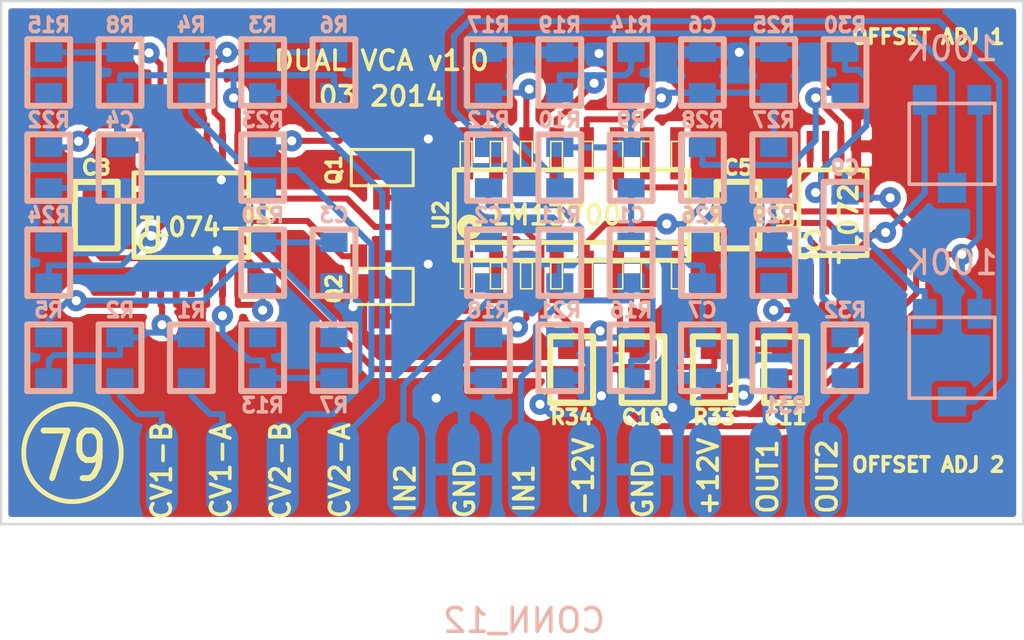
<source format=kicad_pcb>
(kicad_pcb (version 3) (host pcbnew "(2013-07-07 BZR 4022)-stable")

  (general
    (links 103)
    (no_connects 0)
    (area 53.949999 100.949999 98.11886 127.8282)
    (thickness 1.6)
    (drawings 22)
    (tracks 538)
    (zones 0)
    (modules 53)
    (nets 44)
  )

  (page A3)
  (layers
    (15 F.Cu signal)
    (0 B.Cu signal)
    (16 B.Adhes user)
    (17 F.Adhes user)
    (18 B.Paste user)
    (19 F.Paste user)
    (20 B.SilkS user)
    (21 F.SilkS user)
    (22 B.Mask user)
    (23 F.Mask user)
    (24 Dwgs.User user)
    (25 Cmts.User user)
    (26 Eco1.User user)
    (27 Eco2.User user)
    (28 Edge.Cuts user)
  )

  (setup
    (last_trace_width 0.254)
    (trace_clearance 0.2032)
    (zone_clearance 0.254)
    (zone_45_only no)
    (trace_min 0.254)
    (segment_width 0.2)
    (edge_width 0.1)
    (via_size 0.889)
    (via_drill 0.381)
    (via_min_size 0.889)
    (via_min_drill 0.381)
    (uvia_size 0.508)
    (uvia_drill 0.127)
    (uvias_allowed no)
    (uvia_min_size 0.508)
    (uvia_min_drill 0.127)
    (pcb_text_width 0.3)
    (pcb_text_size 1.5 1.5)
    (mod_edge_width 0.15)
    (mod_text_size 1 1)
    (mod_text_width 0.15)
    (pad_size 1.5 1.5)
    (pad_drill 0.6)
    (pad_to_mask_clearance 0)
    (aux_axis_origin 0 0)
    (visible_elements 7FFEFF7F)
    (pcbplotparams
      (layerselection 284196865)
      (usegerberextensions true)
      (excludeedgelayer true)
      (linewidth 0.150000)
      (plotframeref false)
      (viasonmask false)
      (mode 1)
      (useauxorigin false)
      (hpglpennumber 1)
      (hpglpenspeed 20)
      (hpglpendiameter 15)
      (hpglpenoverlay 2)
      (psnegative false)
      (psa4output false)
      (plotreference true)
      (plotvalue false)
      (plotothertext true)
      (plotinvisibletext false)
      (padsonsilk false)
      (subtractmaskfromsilk true)
      (outputformat 1)
      (mirror false)
      (drillshape 0)
      (scaleselection 1)
      (outputdirectory Gerbers/))
  )

  (net 0 "")
  (net 1 +12V)
  (net 2 -12V)
  (net 3 CV1A)
  (net 4 CV1B)
  (net 5 CV2A)
  (net 6 CV2B)
  (net 7 GND)
  (net 8 IN1)
  (net 9 IN2)
  (net 10 N-000001)
  (net 11 N-0000010)
  (net 12 N-0000011)
  (net 13 N-0000012)
  (net 14 N-0000014)
  (net 15 N-000002)
  (net 16 N-0000021)
  (net 17 N-0000022)
  (net 18 N-0000023)
  (net 19 N-0000024)
  (net 20 N-0000025)
  (net 21 N-0000026)
  (net 22 N-0000027)
  (net 23 N-0000028)
  (net 24 N-0000029)
  (net 25 N-000003)
  (net 26 N-0000030)
  (net 27 N-0000032)
  (net 28 N-0000033)
  (net 29 N-0000034)
  (net 30 N-0000035)
  (net 31 N-0000036)
  (net 32 N-0000037)
  (net 33 N-0000038)
  (net 34 N-0000039)
  (net 35 N-000004)
  (net 36 N-0000040)
  (net 37 N-000005)
  (net 38 N-000006)
  (net 39 N-000007)
  (net 40 N-000008)
  (net 41 N-000009)
  (net 42 OUT1)
  (net 43 OUT2)

  (net_class Default "This is the default net class."
    (clearance 0.2032)
    (trace_width 0.254)
    (via_dia 0.889)
    (via_drill 0.381)
    (uvia_dia 0.508)
    (uvia_drill 0.127)
    (add_net "")
    (add_net +12V)
    (add_net -12V)
    (add_net CV1A)
    (add_net CV1B)
    (add_net CV2A)
    (add_net CV2B)
    (add_net GND)
    (add_net IN1)
    (add_net IN2)
    (add_net N-000001)
    (add_net N-0000010)
    (add_net N-0000011)
    (add_net N-0000012)
    (add_net N-0000014)
    (add_net N-000002)
    (add_net N-0000021)
    (add_net N-0000022)
    (add_net N-0000023)
    (add_net N-0000024)
    (add_net N-0000025)
    (add_net N-0000026)
    (add_net N-0000027)
    (add_net N-0000028)
    (add_net N-0000029)
    (add_net N-000003)
    (add_net N-0000030)
    (add_net N-0000032)
    (add_net N-0000033)
    (add_net N-0000034)
    (add_net N-0000035)
    (add_net N-0000036)
    (add_net N-0000037)
    (add_net N-0000038)
    (add_net N-0000039)
    (add_net N-000004)
    (add_net N-0000040)
    (add_net N-000005)
    (add_net N-000006)
    (add_net N-000007)
    (add_net N-000008)
    (add_net N-000009)
    (add_net OUT1)
    (add_net OUT2)
  )

  (module TSSOP8-JRL (layer F.Cu) (tedit 5313661D) (tstamp 530FAD13)
    (at 89 110)
    (path /530EABE8)
    (attr smd)
    (fp_text reference U3 (at -2 0 90) (layer F.SilkS)
      (effects (font (size 0.6096 0.6096) (thickness 0.1524)))
    )
    (fp_text value TL072- (at 0.65 -0.1 90) (layer F.SilkS)
      (effects (font (size 0.762 0.762) (thickness 0.16002)))
    )
    (fp_line (start -1.43 -1.9) (end 1.43 -1.9) (layer F.SilkS) (width 0.2))
    (fp_line (start 1.43 -1.9) (end 1.43 1.7) (layer F.SilkS) (width 0.2))
    (fp_line (start 1.43 1.7) (end -1.43 1.7) (layer F.SilkS) (width 0.2))
    (fp_line (start -1.438 1.678) (end -1.438 -1.878) (layer F.SilkS) (width 0.2))
    (fp_circle (center -0.803 1.043) (end -1.184 1.043) (layer F.SilkS) (width 0.2))
    (pad 1 smd rect (at -0.9554 2.694) (size 0.29972 1.30048)
      (layers F.Cu F.Paste F.Mask)
      (net 34 N-0000039)
    )
    (pad 2 smd rect (at -0.3204 2.694) (size 0.29972 1.30048)
      (layers F.Cu F.Paste F.Mask)
      (net 36 N-0000040)
    )
    (pad 3 smd rect (at 0.34 2.694) (size 0.29972 1.30048)
      (layers F.Cu F.Paste F.Mask)
      (net 7 GND)
    )
    (pad 4 smd rect (at 0.975 2.694) (size 0.29972 1.30048)
      (layers F.Cu F.Paste F.Mask)
      (net 2 -12V)
    )
    (pad 5 smd rect (at 0.975 -2.894) (size 0.29972 1.30048)
      (layers F.Cu F.Paste F.Mask)
      (net 7 GND)
    )
    (pad 6 smd rect (at 0.3273 -2.894) (size 0.29972 1.30048)
      (layers F.Cu F.Paste F.Mask)
      (net 37 N-000005)
    )
    (pad 7 smd rect (at -0.3204 -2.894) (size 0.29972 1.30048)
      (layers F.Cu F.Paste F.Mask)
      (net 10 N-000001)
    )
    (pad 8 smd rect (at -0.9681 -2.894) (size 0.29972 1.30048)
      (layers F.Cu F.Paste F.Mask)
      (net 1 +12V)
    )
    (model smd\smd_dil\tssop-14.wrl
      (at (xyz 0 0 0))
      (scale (xyz 1 1 1))
      (rotate (xyz 0 0 0))
    )
  )

  (module SOT23-JRL (layer F.Cu) (tedit 531365BE) (tstamp 530FAD37)
    (at 70 113 180)
    (tags SOT23)
    (path /530EAC06)
    (fp_text reference Q2 (at 1.99898 -0.09906 270) (layer F.SilkS)
      (effects (font (size 0.6096 0.6096) (thickness 0.1524)))
    )
    (fp_text value 2N3906 (at 0.0635 0 180) (layer F.SilkS) hide
      (effects (font (size 0.8128 0.8128) (thickness 0.1524)))
    )
    (fp_line (start 1.27 0.762) (end -1.3335 0.762) (layer F.SilkS) (width 0.127))
    (fp_line (start -1.3335 0.762) (end -1.3335 -0.762) (layer F.SilkS) (width 0.127))
    (fp_line (start -1.3335 -0.762) (end 1.27 -0.762) (layer F.SilkS) (width 0.127))
    (fp_line (start 1.27 -0.762) (end 1.27 0.762) (layer F.SilkS) (width 0.127))
    (pad 3 smd rect (at 0 -1.27 180) (size 0.70104 1.00076)
      (layers F.Cu F.Paste F.Mask)
      (net 35 N-000004)
    )
    (pad 1 smd rect (at 0.9525 1.27 180) (size 0.70104 1.00076)
      (layers F.Cu F.Paste F.Mask)
      (net 41 N-000009)
    )
    (pad 2 smd rect (at -0.9525 1.27 180) (size 0.70104 1.00076)
      (layers F.Cu F.Paste F.Mask)
      (net 7 GND)
    )
    (model smd/SOT23_6.wrl
      (at (xyz 0 0 0))
      (scale (xyz 0.11 0.11 0.11))
      (rotate (xyz 0 0 -180))
    )
  )

  (module SOT23-JRL (layer F.Cu) (tedit 531365B7) (tstamp 530FAD42)
    (at 70 108 180)
    (tags SOT23)
    (path /530EC142)
    (fp_text reference Q1 (at 1.99898 -0.09906 270) (layer F.SilkS)
      (effects (font (size 0.6096 0.6096) (thickness 0.1524)))
    )
    (fp_text value 2N3906 (at 0.0635 0 180) (layer F.SilkS) hide
      (effects (font (size 0.8128 0.8128) (thickness 0.1524)))
    )
    (fp_line (start 1.27 0.762) (end -1.3335 0.762) (layer F.SilkS) (width 0.127))
    (fp_line (start -1.3335 0.762) (end -1.3335 -0.762) (layer F.SilkS) (width 0.127))
    (fp_line (start -1.3335 -0.762) (end 1.27 -0.762) (layer F.SilkS) (width 0.127))
    (fp_line (start 1.27 -0.762) (end 1.27 0.762) (layer F.SilkS) (width 0.127))
    (pad 3 smd rect (at 0 -1.27 180) (size 0.70104 1.00076)
      (layers F.Cu F.Paste F.Mask)
      (net 33 N-0000038)
    )
    (pad 1 smd rect (at 0.9525 1.27 180) (size 0.70104 1.00076)
      (layers F.Cu F.Paste F.Mask)
      (net 23 N-0000028)
    )
    (pad 2 smd rect (at -0.9525 1.27 180) (size 0.70104 1.00076)
      (layers F.Cu F.Paste F.Mask)
      (net 7 GND)
    )
    (model smd/SOT23_6.wrl
      (at (xyz 0 0 0))
      (scale (xyz 0.11 0.11 0.11))
      (rotate (xyz 0 0 -180))
    )
  )

  (module SO16-JRL (layer F.Cu) (tedit 5313661F) (tstamp 530FAD9E)
    (at 78 110)
    (descr "SMALL OUTLINE INTEGRATED CIRCUIT")
    (tags "SMALL OUTLINE INTEGRATED CIRCUIT")
    (path /530EAD26)
    (attr smd)
    (fp_text reference U2 (at -5.5 0 90) (layer F.SilkS)
      (effects (font (size 0.6096 0.6096) (thickness 0.1524)))
    )
    (fp_text value LM13700 (at -0.635 0) (layer F.SilkS)
      (effects (font (size 0.8128 0.8128) (thickness 0.1524)))
    )
    (fp_circle (center -4.3 0.5) (end -4.2 0.6) (layer F.SilkS) (width 0.381))
    (fp_line (start -4.68884 3.0988) (end -4.19862 3.0988) (layer F.SilkS) (width 0.06604))
    (fp_line (start -4.19862 3.0988) (end -4.19862 1.99898) (layer F.SilkS) (width 0.06604))
    (fp_line (start -4.68884 1.99898) (end -4.19862 1.99898) (layer F.SilkS) (width 0.06604))
    (fp_line (start -4.68884 3.0988) (end -4.68884 1.99898) (layer F.SilkS) (width 0.06604))
    (fp_line (start -3.41884 3.0988) (end -2.92862 3.0988) (layer F.SilkS) (width 0.06604))
    (fp_line (start -2.92862 3.0988) (end -2.92862 1.99898) (layer F.SilkS) (width 0.06604))
    (fp_line (start -3.41884 1.99898) (end -2.92862 1.99898) (layer F.SilkS) (width 0.06604))
    (fp_line (start -3.41884 3.0988) (end -3.41884 1.99898) (layer F.SilkS) (width 0.06604))
    (fp_line (start -2.14884 3.0988) (end -1.65862 3.0988) (layer F.SilkS) (width 0.06604))
    (fp_line (start -1.65862 3.0988) (end -1.65862 1.99898) (layer F.SilkS) (width 0.06604))
    (fp_line (start -2.14884 1.99898) (end -1.65862 1.99898) (layer F.SilkS) (width 0.06604))
    (fp_line (start -2.14884 3.0988) (end -2.14884 1.99898) (layer F.SilkS) (width 0.06604))
    (fp_line (start -0.87884 3.0988) (end -0.38862 3.0988) (layer F.SilkS) (width 0.06604))
    (fp_line (start -0.38862 3.0988) (end -0.38862 1.99898) (layer F.SilkS) (width 0.06604))
    (fp_line (start -0.87884 1.99898) (end -0.38862 1.99898) (layer F.SilkS) (width 0.06604))
    (fp_line (start -0.87884 3.0988) (end -0.87884 1.99898) (layer F.SilkS) (width 0.06604))
    (fp_line (start 1.65862 -1.99898) (end 2.14884 -1.99898) (layer F.SilkS) (width 0.06604))
    (fp_line (start 2.14884 -1.99898) (end 2.14884 -3.0988) (layer F.SilkS) (width 0.06604))
    (fp_line (start 1.65862 -3.0988) (end 2.14884 -3.0988) (layer F.SilkS) (width 0.06604))
    (fp_line (start 1.65862 -1.99898) (end 1.65862 -3.0988) (layer F.SilkS) (width 0.06604))
    (fp_line (start 0.38862 -1.99898) (end 0.87884 -1.99898) (layer F.SilkS) (width 0.06604))
    (fp_line (start 0.87884 -1.99898) (end 0.87884 -3.0988) (layer F.SilkS) (width 0.06604))
    (fp_line (start 0.38862 -3.0988) (end 0.87884 -3.0988) (layer F.SilkS) (width 0.06604))
    (fp_line (start 0.38862 -1.99898) (end 0.38862 -3.0988) (layer F.SilkS) (width 0.06604))
    (fp_line (start -0.87884 -1.99898) (end -0.38862 -1.99898) (layer F.SilkS) (width 0.06604))
    (fp_line (start -0.38862 -1.99898) (end -0.38862 -3.0988) (layer F.SilkS) (width 0.06604))
    (fp_line (start -0.87884 -3.0988) (end -0.38862 -3.0988) (layer F.SilkS) (width 0.06604))
    (fp_line (start -0.87884 -1.99898) (end -0.87884 -3.0988) (layer F.SilkS) (width 0.06604))
    (fp_line (start -2.14884 -1.99898) (end -1.65862 -1.99898) (layer F.SilkS) (width 0.06604))
    (fp_line (start -1.65862 -1.99898) (end -1.65862 -3.0988) (layer F.SilkS) (width 0.06604))
    (fp_line (start -2.14884 -3.0988) (end -1.65862 -3.0988) (layer F.SilkS) (width 0.06604))
    (fp_line (start -2.14884 -1.99898) (end -2.14884 -3.0988) (layer F.SilkS) (width 0.06604))
    (fp_line (start 0.38862 3.0988) (end 0.87884 3.0988) (layer F.SilkS) (width 0.06604))
    (fp_line (start 0.87884 3.0988) (end 0.87884 1.99898) (layer F.SilkS) (width 0.06604))
    (fp_line (start 0.38862 1.99898) (end 0.87884 1.99898) (layer F.SilkS) (width 0.06604))
    (fp_line (start 0.38862 3.0988) (end 0.38862 1.99898) (layer F.SilkS) (width 0.06604))
    (fp_line (start 1.65862 3.0988) (end 2.14884 3.0988) (layer F.SilkS) (width 0.06604))
    (fp_line (start 2.14884 3.0988) (end 2.14884 1.99898) (layer F.SilkS) (width 0.06604))
    (fp_line (start 1.65862 1.99898) (end 2.14884 1.99898) (layer F.SilkS) (width 0.06604))
    (fp_line (start 1.65862 3.0988) (end 1.65862 1.99898) (layer F.SilkS) (width 0.06604))
    (fp_line (start 2.92862 3.0988) (end 3.41884 3.0988) (layer F.SilkS) (width 0.06604))
    (fp_line (start 3.41884 3.0988) (end 3.41884 1.99898) (layer F.SilkS) (width 0.06604))
    (fp_line (start 2.92862 1.99898) (end 3.41884 1.99898) (layer F.SilkS) (width 0.06604))
    (fp_line (start 2.92862 3.0988) (end 2.92862 1.99898) (layer F.SilkS) (width 0.06604))
    (fp_line (start 4.19862 3.0988) (end 4.68884 3.0988) (layer F.SilkS) (width 0.06604))
    (fp_line (start 4.68884 3.0988) (end 4.68884 1.99898) (layer F.SilkS) (width 0.06604))
    (fp_line (start 4.19862 1.99898) (end 4.68884 1.99898) (layer F.SilkS) (width 0.06604))
    (fp_line (start 4.19862 3.0988) (end 4.19862 1.99898) (layer F.SilkS) (width 0.06604))
    (fp_line (start 4.19862 -1.99898) (end 4.68884 -1.99898) (layer F.SilkS) (width 0.06604))
    (fp_line (start 4.68884 -1.99898) (end 4.68884 -3.0988) (layer F.SilkS) (width 0.06604))
    (fp_line (start 4.19862 -3.0988) (end 4.68884 -3.0988) (layer F.SilkS) (width 0.06604))
    (fp_line (start 4.19862 -1.99898) (end 4.19862 -3.0988) (layer F.SilkS) (width 0.06604))
    (fp_line (start 2.92862 -1.99898) (end 3.41884 -1.99898) (layer F.SilkS) (width 0.06604))
    (fp_line (start 3.41884 -1.99898) (end 3.41884 -3.0988) (layer F.SilkS) (width 0.06604))
    (fp_line (start 2.92862 -3.0988) (end 3.41884 -3.0988) (layer F.SilkS) (width 0.06604))
    (fp_line (start 2.92862 -1.99898) (end 2.92862 -3.0988) (layer F.SilkS) (width 0.06604))
    (fp_line (start -3.41884 -1.99898) (end -2.92862 -1.99898) (layer F.SilkS) (width 0.06604))
    (fp_line (start -2.92862 -1.99898) (end -2.92862 -3.0988) (layer F.SilkS) (width 0.06604))
    (fp_line (start -3.41884 -3.0988) (end -2.92862 -3.0988) (layer F.SilkS) (width 0.06604))
    (fp_line (start -3.41884 -1.99898) (end -3.41884 -3.0988) (layer F.SilkS) (width 0.06604))
    (fp_line (start -4.68884 -1.99898) (end -4.19862 -1.99898) (layer F.SilkS) (width 0.06604))
    (fp_line (start -4.19862 -1.99898) (end -4.19862 -3.0988) (layer F.SilkS) (width 0.06604))
    (fp_line (start -4.68884 -3.0988) (end -4.19862 -3.0988) (layer F.SilkS) (width 0.06604))
    (fp_line (start -4.68884 -1.99898) (end -4.68884 -3.0988) (layer F.SilkS) (width 0.06604))
    (fp_line (start 4.93776 1.89992) (end -4.93776 1.89992) (layer F.SilkS) (width 0.2032))
    (fp_line (start -4.93776 1.89992) (end -4.93776 1.39954) (layer F.SilkS) (width 0.2032))
    (fp_line (start -4.93776 1.39954) (end -4.93776 -1.89992) (layer F.SilkS) (width 0.2032))
    (fp_line (start -4.93776 -1.89992) (end 4.93776 -1.89992) (layer F.SilkS) (width 0.2032))
    (fp_line (start 4.93776 1.14954) (end -4.93776 1.14954) (layer F.SilkS) (width 0.2032))
    (fp_line (start 4.93776 -1.89992) (end 4.93776 1.39954) (layer F.SilkS) (width 0.2032))
    (fp_line (start 4.93776 1.39954) (end 4.93776 1.89992) (layer F.SilkS) (width 0.2032))
    (pad 1 smd rect (at -4.445 2.59842) (size 0.59944 2.19964)
      (layers F.Cu F.Paste F.Mask)
      (net 35 N-000004)
    )
    (pad 2 smd rect (at -3.175 2.59842) (size 0.59944 2.19964)
      (layers F.Cu F.Paste F.Mask)
    )
    (pad 3 smd rect (at -1.905 2.59842) (size 0.59944 2.19964)
      (layers F.Cu F.Paste F.Mask)
      (net 21 N-0000026)
    )
    (pad 4 smd rect (at -0.635 2.59842) (size 0.59944 2.19964)
      (layers F.Cu F.Paste F.Mask)
      (net 20 N-0000025)
    )
    (pad 5 smd rect (at 0.635 2.59842) (size 0.59944 2.19964)
      (layers F.Cu F.Paste F.Mask)
      (net 16 N-0000021)
    )
    (pad 6 smd rect (at 1.905 2.59842) (size 0.59944 2.19964)
      (layers F.Cu F.Paste F.Mask)
      (net 2 -12V)
    )
    (pad 7 smd rect (at 3.175 2.59842) (size 0.59944 2.19964)
      (layers F.Cu F.Paste F.Mask)
    )
    (pad 8 smd rect (at 4.445 2.59842) (size 0.59944 2.19964)
      (layers F.Cu F.Paste F.Mask)
    )
    (pad 9 smd rect (at 4.445 -2.59842) (size 0.59944 2.19964)
      (layers F.Cu F.Paste F.Mask)
    )
    (pad 10 smd rect (at 3.175 -2.59842) (size 0.59944 2.19964)
      (layers F.Cu F.Paste F.Mask)
    )
    (pad 11 smd rect (at 1.905 -2.59842) (size 0.59944 2.19964)
      (layers F.Cu F.Paste F.Mask)
      (net 1 +12V)
    )
    (pad 12 smd rect (at 0.635 -2.59842) (size 0.59944 2.19964)
      (layers F.Cu F.Paste F.Mask)
      (net 28 N-0000033)
    )
    (pad 13 smd rect (at -0.635 -2.59842) (size 0.59944 2.19964)
      (layers F.Cu F.Paste F.Mask)
      (net 39 N-000007)
    )
    (pad 14 smd rect (at -1.905 -2.59842) (size 0.59944 2.19964)
      (layers F.Cu F.Paste F.Mask)
      (net 38 N-000006)
    )
    (pad 15 smd rect (at -3.175 -2.59842) (size 0.59944 2.19964)
      (layers F.Cu F.Paste F.Mask)
    )
    (pad 16 smd rect (at -4.445 -2.59842) (size 0.59944 2.19964)
      (layers F.Cu F.Paste F.Mask)
      (net 33 N-0000038)
    )
  )

  (module SM0603-JRL (layer B.Cu) (tedit 53136791) (tstamp 5310090E)
    (at 77.5 108 90)
    (path /530EC17E)
    (attr smd)
    (fp_text reference R10 (at 2 0 180) (layer B.SilkS)
      (effects (font (size 0.6096 0.6096) (thickness 0.1524)) (justify mirror))
    )
    (fp_text value 2.2M (at 0 0 90) (layer B.SilkS) hide
      (effects (font (size 0.508 0.4572) (thickness 0.1143)) (justify mirror))
    )
    (fp_line (start -1.4 -0.9) (end 1.4 -0.9) (layer B.SilkS) (width 0.254))
    (fp_line (start 1.4 -0.9) (end 1.4 0.9) (layer B.SilkS) (width 0.254))
    (fp_line (start 1.4 0.9) (end -1.4 0.9) (layer B.SilkS) (width 0.254))
    (fp_line (start -1.4 0.9) (end -1.4 -0.9) (layer B.SilkS) (width 0.254))
    (pad 1 smd rect (at -0.8509 0 90) (size 0.8128 1.143)
      (layers B.Cu B.Paste B.Mask)
      (net 29 N-0000034)
    )
    (pad 2 smd rect (at 0.8509 0 90) (size 0.8128 1.143)
      (layers B.Cu B.Paste B.Mask)
      (net 30 N-0000035)
    )
    (model smd\resistors\R0603.wrl
      (at (xyz 0 0 0.001))
      (scale (xyz 0.5 0.5 0.5))
      (rotate (xyz 0 0 0))
    )
  )

  (module SM0603-JRL (layer B.Cu) (tedit 53136779) (tstamp 530FB388)
    (at 65 112 90)
    (path /530EC203)
    (attr smd)
    (fp_text reference R20 (at 2 0 180) (layer B.SilkS)
      (effects (font (size 0.6096 0.6096) (thickness 0.1524)) (justify mirror))
    )
    (fp_text value 10K (at 0 0 90) (layer B.SilkS) hide
      (effects (font (size 0.508 0.4572) (thickness 0.1143)) (justify mirror))
    )
    (fp_line (start -1.4 -0.9) (end 1.4 -0.9) (layer B.SilkS) (width 0.254))
    (fp_line (start 1.4 -0.9) (end 1.4 0.9) (layer B.SilkS) (width 0.254))
    (fp_line (start 1.4 0.9) (end -1.4 0.9) (layer B.SilkS) (width 0.254))
    (fp_line (start -1.4 0.9) (end -1.4 -0.9) (layer B.SilkS) (width 0.254))
    (pad 1 smd rect (at -0.8509 0 90) (size 0.8128 1.143)
      (layers B.Cu B.Paste B.Mask)
      (net 32 N-0000037)
    )
    (pad 2 smd rect (at 0.8509 0 90) (size 0.8128 1.143)
      (layers B.Cu B.Paste B.Mask)
      (net 22 N-0000027)
    )
    (model smd\resistors\R0603.wrl
      (at (xyz 0 0 0.001))
      (scale (xyz 0.5 0.5 0.5))
      (rotate (xyz 0 0 0))
    )
  )

  (module SM0603-JRL (layer B.Cu) (tedit 5313677A) (tstamp 530FADBC)
    (at 68 112 270)
    (path /530EC1F6)
    (attr smd)
    (fp_text reference C3 (at -2 0 360) (layer B.SilkS)
      (effects (font (size 0.6096 0.6096) (thickness 0.1524)) (justify mirror))
    )
    (fp_text value 0.1μ (at 0 0 270) (layer B.SilkS) hide
      (effects (font (size 0.508 0.4572) (thickness 0.1143)) (justify mirror))
    )
    (fp_line (start -1.4 -0.9) (end 1.4 -0.9) (layer B.SilkS) (width 0.254))
    (fp_line (start 1.4 -0.9) (end 1.4 0.9) (layer B.SilkS) (width 0.254))
    (fp_line (start 1.4 0.9) (end -1.4 0.9) (layer B.SilkS) (width 0.254))
    (fp_line (start -1.4 0.9) (end -1.4 -0.9) (layer B.SilkS) (width 0.254))
    (pad 1 smd rect (at -0.8509 0 270) (size 0.8128 1.143)
      (layers B.Cu B.Paste B.Mask)
      (net 22 N-0000027)
    )
    (pad 2 smd rect (at 0.8509 0 270) (size 0.8128 1.143)
      (layers B.Cu B.Paste B.Mask)
      (net 7 GND)
    )
    (model smd\resistors\R0603.wrl
      (at (xyz 0 0 0.001))
      (scale (xyz 0.5 0.5 0.5))
      (rotate (xyz 0 0 0))
    )
  )

  (module SM0603-JRL (layer B.Cu) (tedit 53136765) (tstamp 530FADC6)
    (at 65 108 90)
    (path /530EC1F0)
    (attr smd)
    (fp_text reference R23 (at 2 0 180) (layer B.SilkS)
      (effects (font (size 0.6096 0.6096) (thickness 0.1524)) (justify mirror))
    )
    (fp_text value 22K (at 0 0 90) (layer B.SilkS) hide
      (effects (font (size 0.508 0.4572) (thickness 0.1143)) (justify mirror))
    )
    (fp_line (start -1.4 -0.9) (end 1.4 -0.9) (layer B.SilkS) (width 0.254))
    (fp_line (start 1.4 -0.9) (end 1.4 0.9) (layer B.SilkS) (width 0.254))
    (fp_line (start 1.4 0.9) (end -1.4 0.9) (layer B.SilkS) (width 0.254))
    (fp_line (start -1.4 0.9) (end -1.4 -0.9) (layer B.SilkS) (width 0.254))
    (pad 1 smd rect (at -0.8509 0 90) (size 0.8128 1.143)
      (layers B.Cu B.Paste B.Mask)
      (net 22 N-0000027)
    )
    (pad 2 smd rect (at 0.8509 0 90) (size 0.8128 1.143)
      (layers B.Cu B.Paste B.Mask)
      (net 23 N-0000028)
    )
    (model smd\resistors\R0603.wrl
      (at (xyz 0 0 0.001))
      (scale (xyz 0.5 0.5 0.5))
      (rotate (xyz 0 0 0))
    )
  )

  (module SM0603-JRL (layer B.Cu) (tedit 531367BE) (tstamp 530FADD0)
    (at 86.5 116 270)
    (path /530EC1E0)
    (attr smd)
    (fp_text reference R31 (at 2 -0.5 360) (layer B.SilkS)
      (effects (font (size 0.6096 0.6096) (thickness 0.1524)) (justify mirror))
    )
    (fp_text value 1K (at 0 0 270) (layer B.SilkS) hide
      (effects (font (size 0.508 0.4572) (thickness 0.1143)) (justify mirror))
    )
    (fp_line (start -1.4 -0.9) (end 1.4 -0.9) (layer B.SilkS) (width 0.254))
    (fp_line (start 1.4 -0.9) (end 1.4 0.9) (layer B.SilkS) (width 0.254))
    (fp_line (start 1.4 0.9) (end -1.4 0.9) (layer B.SilkS) (width 0.254))
    (fp_line (start -1.4 0.9) (end -1.4 -0.9) (layer B.SilkS) (width 0.254))
    (pad 1 smd rect (at -0.8509 0 270) (size 0.8128 1.143)
      (layers B.Cu B.Paste B.Mask)
      (net 34 N-0000039)
    )
    (pad 2 smd rect (at 0.8509 0 270) (size 0.8128 1.143)
      (layers B.Cu B.Paste B.Mask)
      (net 42 OUT1)
    )
    (model smd\resistors\R0603.wrl
      (at (xyz 0 0 0.001))
      (scale (xyz 0.5 0.5 0.5))
      (rotate (xyz 0 0 0))
    )
  )

  (module SM0603-JRL (layer B.Cu) (tedit 531367A6) (tstamp 530FADDA)
    (at 86.5 112 270)
    (path /530EC1CB)
    (attr smd)
    (fp_text reference R29 (at -2 0 360) (layer B.SilkS)
      (effects (font (size 0.6096 0.6096) (thickness 0.1524)) (justify mirror))
    )
    (fp_text value 100K (at 0 0 270) (layer B.SilkS) hide
      (effects (font (size 0.508 0.4572) (thickness 0.1143)) (justify mirror))
    )
    (fp_line (start -1.4 -0.9) (end 1.4 -0.9) (layer B.SilkS) (width 0.254))
    (fp_line (start 1.4 -0.9) (end 1.4 0.9) (layer B.SilkS) (width 0.254))
    (fp_line (start 1.4 0.9) (end -1.4 0.9) (layer B.SilkS) (width 0.254))
    (fp_line (start -1.4 0.9) (end -1.4 -0.9) (layer B.SilkS) (width 0.254))
    (pad 1 smd rect (at -0.8509 0 270) (size 0.8128 1.143)
      (layers B.Cu B.Paste B.Mask)
      (net 36 N-0000040)
    )
    (pad 2 smd rect (at 0.8509 0 270) (size 0.8128 1.143)
      (layers B.Cu B.Paste B.Mask)
      (net 34 N-0000039)
    )
    (model smd\resistors\R0603.wrl
      (at (xyz 0 0 0.001))
      (scale (xyz 0.5 0.5 0.5))
      (rotate (xyz 0 0 0))
    )
  )

  (module SM0603-JRL (layer B.Cu) (tedit 5313678B) (tstamp 530FADE4)
    (at 86.5 104 90)
    (path /530EC1B5)
    (attr smd)
    (fp_text reference R25 (at 2 0 180) (layer B.SilkS)
      (effects (font (size 0.6096 0.6096) (thickness 0.1524)) (justify mirror))
    )
    (fp_text value 47K (at 0 0 90) (layer B.SilkS) hide
      (effects (font (size 0.508 0.4572) (thickness 0.1143)) (justify mirror))
    )
    (fp_line (start -1.4 -0.9) (end 1.4 -0.9) (layer B.SilkS) (width 0.254))
    (fp_line (start 1.4 -0.9) (end 1.4 0.9) (layer B.SilkS) (width 0.254))
    (fp_line (start 1.4 0.9) (end -1.4 0.9) (layer B.SilkS) (width 0.254))
    (fp_line (start -1.4 0.9) (end -1.4 -0.9) (layer B.SilkS) (width 0.254))
    (pad 1 smd rect (at -0.8509 0 90) (size 0.8128 1.143)
      (layers B.Cu B.Paste B.Mask)
      (net 28 N-0000033)
    )
    (pad 2 smd rect (at 0.8509 0 90) (size 0.8128 1.143)
      (layers B.Cu B.Paste B.Mask)
      (net 7 GND)
    )
    (model smd\resistors\R0603.wrl
      (at (xyz 0 0 0.001))
      (scale (xyz 0.5 0.5 0.5))
      (rotate (xyz 0 0 0))
    )
  )

  (module SM0603-JRL (layer B.Cu) (tedit 53136788) (tstamp 530FADEE)
    (at 83.5 104 90)
    (path /530EC1AF)
    (attr smd)
    (fp_text reference C6 (at 2 0 180) (layer B.SilkS)
      (effects (font (size 0.6096 0.6096) (thickness 0.1524)) (justify mirror))
    )
    (fp_text value 47p (at 0 0 90) (layer B.SilkS) hide
      (effects (font (size 0.508 0.4572) (thickness 0.1143)) (justify mirror))
    )
    (fp_line (start -1.4 -0.9) (end 1.4 -0.9) (layer B.SilkS) (width 0.254))
    (fp_line (start 1.4 -0.9) (end 1.4 0.9) (layer B.SilkS) (width 0.254))
    (fp_line (start 1.4 0.9) (end -1.4 0.9) (layer B.SilkS) (width 0.254))
    (fp_line (start -1.4 0.9) (end -1.4 -0.9) (layer B.SilkS) (width 0.254))
    (pad 1 smd rect (at -0.8509 0 90) (size 0.8128 1.143)
      (layers B.Cu B.Paste B.Mask)
      (net 28 N-0000033)
    )
    (pad 2 smd rect (at 0.8509 0 90) (size 0.8128 1.143)
      (layers B.Cu B.Paste B.Mask)
      (net 7 GND)
    )
    (model smd\resistors\R0603.wrl
      (at (xyz 0 0 0.001))
      (scale (xyz 0.5 0.5 0.5))
      (rotate (xyz 0 0 0))
    )
  )

  (module SM0603-JRL (layer B.Cu) (tedit 53136796) (tstamp 530FADF8)
    (at 86.5 108 270)
    (path /530EC19C)
    (attr smd)
    (fp_text reference R27 (at -2 0 360) (layer B.SilkS)
      (effects (font (size 0.6096 0.6096) (thickness 0.1524)) (justify mirror))
    )
    (fp_text value 100K (at 0 0 270) (layer B.SilkS) hide
      (effects (font (size 0.508 0.4572) (thickness 0.1143)) (justify mirror))
    )
    (fp_line (start -1.4 -0.9) (end 1.4 -0.9) (layer B.SilkS) (width 0.254))
    (fp_line (start 1.4 -0.9) (end 1.4 0.9) (layer B.SilkS) (width 0.254))
    (fp_line (start 1.4 0.9) (end -1.4 0.9) (layer B.SilkS) (width 0.254))
    (fp_line (start -1.4 0.9) (end -1.4 -0.9) (layer B.SilkS) (width 0.254))
    (pad 1 smd rect (at -0.8509 0 270) (size 0.8128 1.143)
      (layers B.Cu B.Paste B.Mask)
      (net 28 N-0000033)
    )
    (pad 2 smd rect (at 0.8509 0 270) (size 0.8128 1.143)
      (layers B.Cu B.Paste B.Mask)
      (net 36 N-0000040)
    )
    (model smd\resistors\R0603.wrl
      (at (xyz 0 0 0.001))
      (scale (xyz 0.5 0.5 0.5))
      (rotate (xyz 0 0 0))
    )
  )

  (module SM0603-JRL (layer B.Cu) (tedit 5313676B) (tstamp 530FAE02)
    (at 56 116 90)
    (path /530EC247)
    (attr smd)
    (fp_text reference R5 (at 2 0 180) (layer B.SilkS)
      (effects (font (size 0.6096 0.6096) (thickness 0.1524)) (justify mirror))
    )
    (fp_text value 100K (at 0 0 90) (layer B.SilkS) hide
      (effects (font (size 0.508 0.4572) (thickness 0.1143)) (justify mirror))
    )
    (fp_line (start -1.4 -0.9) (end 1.4 -0.9) (layer B.SilkS) (width 0.254))
    (fp_line (start 1.4 -0.9) (end 1.4 0.9) (layer B.SilkS) (width 0.254))
    (fp_line (start 1.4 0.9) (end -1.4 0.9) (layer B.SilkS) (width 0.254))
    (fp_line (start -1.4 0.9) (end -1.4 -0.9) (layer B.SilkS) (width 0.254))
    (pad 1 smd rect (at -0.8509 0 90) (size 0.8128 1.143)
      (layers B.Cu B.Paste B.Mask)
      (net 24 N-0000029)
    )
    (pad 2 smd rect (at 0.8509 0 90) (size 0.8128 1.143)
      (layers B.Cu B.Paste B.Mask)
      (net 26 N-0000030)
    )
    (model smd\resistors\R0603.wrl
      (at (xyz 0 0 0.001))
      (scale (xyz 0.5 0.5 0.5))
      (rotate (xyz 0 0 0))
    )
  )

  (module SM0603-JRL (layer B.Cu) (tedit 53136793) (tstamp 530FAE0C)
    (at 80.5 108 90)
    (path /530EC16B)
    (attr smd)
    (fp_text reference R9 (at 2 0 180) (layer B.SilkS)
      (effects (font (size 0.6096 0.6096) (thickness 0.1524)) (justify mirror))
    )
    (fp_text value 82K (at 0 0 90) (layer B.SilkS) hide
      (effects (font (size 0.508 0.4572) (thickness 0.1143)) (justify mirror))
    )
    (fp_line (start -1.4 -0.9) (end 1.4 -0.9) (layer B.SilkS) (width 0.254))
    (fp_line (start 1.4 -0.9) (end 1.4 0.9) (layer B.SilkS) (width 0.254))
    (fp_line (start 1.4 0.9) (end -1.4 0.9) (layer B.SilkS) (width 0.254))
    (fp_line (start -1.4 0.9) (end -1.4 -0.9) (layer B.SilkS) (width 0.254))
    (pad 1 smd rect (at -0.8509 0 90) (size 0.8128 1.143)
      (layers B.Cu B.Paste B.Mask)
      (net 27 N-0000032)
    )
    (pad 2 smd rect (at 0.8509 0 90) (size 0.8128 1.143)
      (layers B.Cu B.Paste B.Mask)
      (net 30 N-0000035)
    )
    (model smd\resistors\R0603.wrl
      (at (xyz 0 0 0.001))
      (scale (xyz 0.5 0.5 0.5))
      (rotate (xyz 0 0 0))
    )
  )

  (module SM0603-JRL (layer B.Cu) (tedit 53136786) (tstamp 530FAE16)
    (at 80.5 104 90)
    (path /530EC164)
    (attr smd)
    (fp_text reference R14 (at 2 0 180) (layer B.SilkS)
      (effects (font (size 0.6096 0.6096) (thickness 0.1524)) (justify mirror))
    )
    (fp_text value 4.7K (at 0 0 90) (layer B.SilkS) hide
      (effects (font (size 0.508 0.4572) (thickness 0.1143)) (justify mirror))
    )
    (fp_line (start -1.4 -0.9) (end 1.4 -0.9) (layer B.SilkS) (width 0.254))
    (fp_line (start 1.4 -0.9) (end 1.4 0.9) (layer B.SilkS) (width 0.254))
    (fp_line (start 1.4 0.9) (end -1.4 0.9) (layer B.SilkS) (width 0.254))
    (fp_line (start -1.4 0.9) (end -1.4 -0.9) (layer B.SilkS) (width 0.254))
    (pad 1 smd rect (at -0.8509 0 90) (size 0.8128 1.143)
      (layers B.Cu B.Paste B.Mask)
      (net 30 N-0000035)
    )
    (pad 2 smd rect (at 0.8509 0 90) (size 0.8128 1.143)
      (layers B.Cu B.Paste B.Mask)
      (net 39 N-000007)
    )
    (model smd\resistors\R0603.wrl
      (at (xyz 0 0 0.001))
      (scale (xyz 0.5 0.5 0.5))
      (rotate (xyz 0 0 0))
    )
  )

  (module SM0603-JRL (layer B.Cu) (tedit 53136773) (tstamp 530FAE20)
    (at 65 116 90)
    (path /530EC20A)
    (attr smd)
    (fp_text reference R13 (at -2 0 180) (layer B.SilkS)
      (effects (font (size 0.6096 0.6096) (thickness 0.1524)) (justify mirror))
    )
    (fp_text value 100K (at 0 0 90) (layer B.SilkS) hide
      (effects (font (size 0.508 0.4572) (thickness 0.1143)) (justify mirror))
    )
    (fp_line (start -1.4 -0.9) (end 1.4 -0.9) (layer B.SilkS) (width 0.254))
    (fp_line (start 1.4 -0.9) (end 1.4 0.9) (layer B.SilkS) (width 0.254))
    (fp_line (start 1.4 0.9) (end -1.4 0.9) (layer B.SilkS) (width 0.254))
    (fp_line (start -1.4 0.9) (end -1.4 -0.9) (layer B.SilkS) (width 0.254))
    (pad 1 smd rect (at -0.8509 0 90) (size 0.8128 1.143)
      (layers B.Cu B.Paste B.Mask)
      (net 31 N-0000036)
    )
    (pad 2 smd rect (at 0.8509 0 90) (size 0.8128 1.143)
      (layers B.Cu B.Paste B.Mask)
      (net 32 N-0000037)
    )
    (model smd\resistors\R0603.wrl
      (at (xyz 0 0 0.001))
      (scale (xyz 0.5 0.5 0.5))
      (rotate (xyz 0 0 0))
    )
  )

  (module SM0603-JRL (layer B.Cu) (tedit 53136775) (tstamp 530FAE2A)
    (at 68 116 270)
    (path /530EC21E)
    (attr smd)
    (fp_text reference R7 (at 2 0 360) (layer B.SilkS)
      (effects (font (size 0.6096 0.6096) (thickness 0.1524)) (justify mirror))
    )
    (fp_text value 100K (at 0 0 270) (layer B.SilkS) hide
      (effects (font (size 0.508 0.4572) (thickness 0.1143)) (justify mirror))
    )
    (fp_line (start -1.4 -0.9) (end 1.4 -0.9) (layer B.SilkS) (width 0.254))
    (fp_line (start 1.4 -0.9) (end 1.4 0.9) (layer B.SilkS) (width 0.254))
    (fp_line (start 1.4 0.9) (end -1.4 0.9) (layer B.SilkS) (width 0.254))
    (fp_line (start -1.4 0.9) (end -1.4 -0.9) (layer B.SilkS) (width 0.254))
    (pad 1 smd rect (at -0.8509 0 270) (size 0.8128 1.143)
      (layers B.Cu B.Paste B.Mask)
      (net 26 N-0000030)
    )
    (pad 2 smd rect (at 0.8509 0 270) (size 0.8128 1.143)
      (layers B.Cu B.Paste B.Mask)
      (net 31 N-0000036)
    )
    (model smd\resistors\R0603.wrl
      (at (xyz 0 0 0.001))
      (scale (xyz 0.5 0.5 0.5))
      (rotate (xyz 0 0 0))
    )
  )

  (module SM0603-JRL (layer F.Cu) (tedit 531365EA) (tstamp 530FAE34)
    (at 85 110 270)
    (path /530F92AF)
    (attr smd)
    (fp_text reference C5 (at -2 0 360) (layer F.SilkS)
      (effects (font (size 0.6096 0.6096) (thickness 0.1524)))
    )
    (fp_text value 100n (at 0 0 270) (layer F.SilkS) hide
      (effects (font (size 0.508 0.4572) (thickness 0.1143)))
    )
    (fp_line (start -1.4 0.9) (end 1.4 0.9) (layer F.SilkS) (width 0.254))
    (fp_line (start 1.4 0.9) (end 1.4 -0.9) (layer F.SilkS) (width 0.254))
    (fp_line (start 1.4 -0.9) (end -1.4 -0.9) (layer F.SilkS) (width 0.254))
    (fp_line (start -1.4 -0.9) (end -1.4 0.9) (layer F.SilkS) (width 0.254))
    (pad 1 smd rect (at -0.8509 0 270) (size 0.8128 1.143)
      (layers F.Cu F.Paste F.Mask)
      (net 1 +12V)
    )
    (pad 2 smd rect (at 0.8509 0 270) (size 0.8128 1.143)
      (layers F.Cu F.Paste F.Mask)
      (net 2 -12V)
    )
    (model smd\resistors\R0603.wrl
      (at (xyz 0 0 0.001))
      (scale (xyz 0.5 0.5 0.5))
      (rotate (xyz 0 0 0))
    )
  )

  (module SM0603-JRL (layer B.Cu) (tedit 5313676E) (tstamp 530FAE3E)
    (at 62 116 90)
    (path /530EC24D)
    (attr smd)
    (fp_text reference R1 (at 2 0 180) (layer B.SilkS)
      (effects (font (size 0.6096 0.6096) (thickness 0.1524)) (justify mirror))
    )
    (fp_text value 100K (at 0 0 90) (layer B.SilkS) hide
      (effects (font (size 0.508 0.4572) (thickness 0.1143)) (justify mirror))
    )
    (fp_line (start -1.4 -0.9) (end 1.4 -0.9) (layer B.SilkS) (width 0.254))
    (fp_line (start 1.4 -0.9) (end 1.4 0.9) (layer B.SilkS) (width 0.254))
    (fp_line (start 1.4 0.9) (end -1.4 0.9) (layer B.SilkS) (width 0.254))
    (fp_line (start -1.4 0.9) (end -1.4 -0.9) (layer B.SilkS) (width 0.254))
    (pad 1 smd rect (at -0.8509 0 90) (size 0.8128 1.143)
      (layers B.Cu B.Paste B.Mask)
      (net 3 CV1A)
    )
    (pad 2 smd rect (at 0.8509 0 90) (size 0.8128 1.143)
      (layers B.Cu B.Paste B.Mask)
      (net 24 N-0000029)
    )
    (model smd\resistors\R0603.wrl
      (at (xyz 0 0 0.001))
      (scale (xyz 0.5 0.5 0.5))
      (rotate (xyz 0 0 0))
    )
  )

  (module SM0603-JRL (layer B.Cu) (tedit 5313676C) (tstamp 530FAE48)
    (at 59 116 90)
    (path /530EC253)
    (attr smd)
    (fp_text reference R2 (at 2 0 180) (layer B.SilkS)
      (effects (font (size 0.6096 0.6096) (thickness 0.1524)) (justify mirror))
    )
    (fp_text value 100K (at 0 0 90) (layer B.SilkS) hide
      (effects (font (size 0.508 0.4572) (thickness 0.1143)) (justify mirror))
    )
    (fp_line (start -1.4 -0.9) (end 1.4 -0.9) (layer B.SilkS) (width 0.254))
    (fp_line (start 1.4 -0.9) (end 1.4 0.9) (layer B.SilkS) (width 0.254))
    (fp_line (start 1.4 0.9) (end -1.4 0.9) (layer B.SilkS) (width 0.254))
    (fp_line (start -1.4 0.9) (end -1.4 -0.9) (layer B.SilkS) (width 0.254))
    (pad 1 smd rect (at -0.8509 0 90) (size 0.8128 1.143)
      (layers B.Cu B.Paste B.Mask)
      (net 4 CV1B)
    )
    (pad 2 smd rect (at 0.8509 0 90) (size 0.8128 1.143)
      (layers B.Cu B.Paste B.Mask)
      (net 24 N-0000029)
    )
    (model smd\resistors\R0603.wrl
      (at (xyz 0 0 0.001))
      (scale (xyz 0.5 0.5 0.5))
      (rotate (xyz 0 0 0))
    )
  )

  (module SM0603-JRL (layer F.Cu) (tedit 531365F5) (tstamp 530FAE52)
    (at 81 116.5 90)
    (path /530F7FD7)
    (attr smd)
    (fp_text reference C10 (at -2 0 180) (layer F.SilkS)
      (effects (font (size 0.6096 0.6096) (thickness 0.1524)))
    )
    (fp_text value 1μ (at 0 0 90) (layer F.SilkS) hide
      (effects (font (size 0.508 0.4572) (thickness 0.1143)))
    )
    (fp_line (start -1.4 0.9) (end 1.4 0.9) (layer F.SilkS) (width 0.254))
    (fp_line (start 1.4 0.9) (end 1.4 -0.9) (layer F.SilkS) (width 0.254))
    (fp_line (start 1.4 -0.9) (end -1.4 -0.9) (layer F.SilkS) (width 0.254))
    (fp_line (start -1.4 -0.9) (end -1.4 0.9) (layer F.SilkS) (width 0.254))
    (pad 1 smd rect (at -0.8509 0 90) (size 0.8128 1.143)
      (layers F.Cu F.Paste F.Mask)
      (net 7 GND)
    )
    (pad 2 smd rect (at 0.8509 0 90) (size 0.8128 1.143)
      (layers F.Cu F.Paste F.Mask)
      (net 2 -12V)
    )
    (model smd\resistors\R0603.wrl
      (at (xyz 0 0 0.001))
      (scale (xyz 0.5 0.5 0.5))
      (rotate (xyz 0 0 0))
    )
  )

  (module SM0603-JRL (layer F.Cu) (tedit 531365EE) (tstamp 53100C05)
    (at 87 116.5 270)
    (path /530F7FED)
    (attr smd)
    (fp_text reference C11 (at 2 0 360) (layer F.SilkS)
      (effects (font (size 0.6096 0.6096) (thickness 0.1524)))
    )
    (fp_text value 1μ (at 0 0 270) (layer F.SilkS) hide
      (effects (font (size 0.508 0.4572) (thickness 0.1143)))
    )
    (fp_line (start -1.4 0.9) (end 1.4 0.9) (layer F.SilkS) (width 0.254))
    (fp_line (start 1.4 0.9) (end 1.4 -0.9) (layer F.SilkS) (width 0.254))
    (fp_line (start 1.4 -0.9) (end -1.4 -0.9) (layer F.SilkS) (width 0.254))
    (fp_line (start -1.4 -0.9) (end -1.4 0.9) (layer F.SilkS) (width 0.254))
    (pad 1 smd rect (at -0.8509 0 270) (size 0.8128 1.143)
      (layers F.Cu F.Paste F.Mask)
      (net 1 +12V)
    )
    (pad 2 smd rect (at 0.8509 0 270) (size 0.8128 1.143)
      (layers F.Cu F.Paste F.Mask)
      (net 7 GND)
    )
    (model smd\resistors\R0603.wrl
      (at (xyz 0 0 0.001))
      (scale (xyz 0.5 0.5 0.5))
      (rotate (xyz 0 0 0))
    )
  )

  (module SM0603-JRL (layer F.Cu) (tedit 531365F1) (tstamp 530FAE66)
    (at 84 116.5 270)
    (path /530F8387)
    (attr smd)
    (fp_text reference R33 (at 2 0 360) (layer F.SilkS)
      (effects (font (size 0.6096 0.6096) (thickness 0.1524)))
    )
    (fp_text value 10 (at 0 0 270) (layer F.SilkS) hide
      (effects (font (size 0.508 0.4572) (thickness 0.1143)))
    )
    (fp_line (start -1.4 0.9) (end 1.4 0.9) (layer F.SilkS) (width 0.254))
    (fp_line (start 1.4 0.9) (end 1.4 -0.9) (layer F.SilkS) (width 0.254))
    (fp_line (start 1.4 -0.9) (end -1.4 -0.9) (layer F.SilkS) (width 0.254))
    (fp_line (start -1.4 -0.9) (end -1.4 0.9) (layer F.SilkS) (width 0.254))
    (pad 1 smd rect (at -0.8509 0 270) (size 0.8128 1.143)
      (layers F.Cu F.Paste F.Mask)
      (net 1 +12V)
    )
    (pad 2 smd rect (at 0.8509 0 270) (size 0.8128 1.143)
      (layers F.Cu F.Paste F.Mask)
      (net 14 N-0000014)
    )
    (model smd\resistors\R0603.wrl
      (at (xyz 0 0 0.001))
      (scale (xyz 0.5 0.5 0.5))
      (rotate (xyz 0 0 0))
    )
  )

  (module SM0603-JRL (layer F.Cu) (tedit 531365FD) (tstamp 530FAE70)
    (at 78 116.5 270)
    (path /530F842A)
    (attr smd)
    (fp_text reference R34 (at 2 0 360) (layer F.SilkS)
      (effects (font (size 0.6096 0.6096) (thickness 0.1524)))
    )
    (fp_text value 10 (at 0 0 270) (layer F.SilkS) hide
      (effects (font (size 0.508 0.4572) (thickness 0.1143)))
    )
    (fp_line (start -1.4 0.9) (end 1.4 0.9) (layer F.SilkS) (width 0.254))
    (fp_line (start 1.4 0.9) (end 1.4 -0.9) (layer F.SilkS) (width 0.254))
    (fp_line (start 1.4 -0.9) (end -1.4 -0.9) (layer F.SilkS) (width 0.254))
    (fp_line (start -1.4 -0.9) (end -1.4 0.9) (layer F.SilkS) (width 0.254))
    (pad 1 smd rect (at -0.8509 0 270) (size 0.8128 1.143)
      (layers F.Cu F.Paste F.Mask)
      (net 2 -12V)
    )
    (pad 2 smd rect (at 0.8509 0 270) (size 0.8128 1.143)
      (layers F.Cu F.Paste F.Mask)
      (net 13 N-0000012)
    )
    (model smd\resistors\R0603.wrl
      (at (xyz 0 0 0.001))
      (scale (xyz 0.5 0.5 0.5))
      (rotate (xyz 0 0 0))
    )
  )

  (module SM0603-JRL (layer B.Cu) (tedit 531367B5) (tstamp 530FAE7A)
    (at 89.5 110 270)
    (path /530F92A0)
    (attr smd)
    (fp_text reference C9 (at -2 0 360) (layer B.SilkS)
      (effects (font (size 0.6096 0.6096) (thickness 0.1524)) (justify mirror))
    )
    (fp_text value 100n (at 0 0 270) (layer B.SilkS) hide
      (effects (font (size 0.508 0.4572) (thickness 0.1143)) (justify mirror))
    )
    (fp_line (start -1.4 -0.9) (end 1.4 -0.9) (layer B.SilkS) (width 0.254))
    (fp_line (start 1.4 -0.9) (end 1.4 0.9) (layer B.SilkS) (width 0.254))
    (fp_line (start 1.4 0.9) (end -1.4 0.9) (layer B.SilkS) (width 0.254))
    (fp_line (start -1.4 0.9) (end -1.4 -0.9) (layer B.SilkS) (width 0.254))
    (pad 1 smd rect (at -0.8509 0 270) (size 0.8128 1.143)
      (layers B.Cu B.Paste B.Mask)
      (net 1 +12V)
    )
    (pad 2 smd rect (at 0.8509 0 270) (size 0.8128 1.143)
      (layers B.Cu B.Paste B.Mask)
      (net 2 -12V)
    )
    (model smd\resistors\R0603.wrl
      (at (xyz 0 0 0.001))
      (scale (xyz 0.5 0.5 0.5))
      (rotate (xyz 0 0 0))
    )
  )

  (module SM0603-JRL (layer F.Cu) (tedit 531365D5) (tstamp 530FAE84)
    (at 58 110 90)
    (path /530F92A9)
    (attr smd)
    (fp_text reference C8 (at 2 0 180) (layer F.SilkS)
      (effects (font (size 0.6096 0.6096) (thickness 0.1524)))
    )
    (fp_text value 100n (at 0 0 90) (layer F.SilkS) hide
      (effects (font (size 0.508 0.4572) (thickness 0.1143)))
    )
    (fp_line (start -1.4 0.9) (end 1.4 0.9) (layer F.SilkS) (width 0.254))
    (fp_line (start 1.4 0.9) (end 1.4 -0.9) (layer F.SilkS) (width 0.254))
    (fp_line (start 1.4 -0.9) (end -1.4 -0.9) (layer F.SilkS) (width 0.254))
    (fp_line (start -1.4 -0.9) (end -1.4 0.9) (layer F.SilkS) (width 0.254))
    (pad 1 smd rect (at -0.8509 0 90) (size 0.8128 1.143)
      (layers F.Cu F.Paste F.Mask)
      (net 1 +12V)
    )
    (pad 2 smd rect (at 0.8509 0 90) (size 0.8128 1.143)
      (layers F.Cu F.Paste F.Mask)
      (net 2 -12V)
    )
    (model smd\resistors\R0603.wrl
      (at (xyz 0 0 0.001))
      (scale (xyz 0.5 0.5 0.5))
      (rotate (xyz 0 0 0))
    )
  )

  (module SM0603-JRL (layer B.Cu) (tedit 5313679E) (tstamp 530FAE8E)
    (at 74.5 112 90)
    (path /530EABAC)
    (attr smd)
    (fp_text reference C2 (at 2 0 180) (layer B.SilkS)
      (effects (font (size 0.6096 0.6096) (thickness 0.1524)) (justify mirror))
    )
    (fp_text value 1μ (at 0 0 90) (layer B.SilkS) hide
      (effects (font (size 0.508 0.4572) (thickness 0.1143)) (justify mirror))
    )
    (fp_line (start -1.4 -0.9) (end 1.4 -0.9) (layer B.SilkS) (width 0.254))
    (fp_line (start 1.4 -0.9) (end 1.4 0.9) (layer B.SilkS) (width 0.254))
    (fp_line (start 1.4 0.9) (end -1.4 0.9) (layer B.SilkS) (width 0.254))
    (fp_line (start -1.4 0.9) (end -1.4 -0.9) (layer B.SilkS) (width 0.254))
    (pad 1 smd rect (at -0.8509 0 90) (size 0.8128 1.143)
      (layers B.Cu B.Paste B.Mask)
      (net 9 IN2)
    )
    (pad 2 smd rect (at 0.8509 0 90) (size 0.8128 1.143)
      (layers B.Cu B.Paste B.Mask)
      (net 17 N-0000022)
    )
    (model smd\resistors\R0603.wrl
      (at (xyz 0 0 0.001))
      (scale (xyz 0.5 0.5 0.5))
      (rotate (xyz 0 0 0))
    )
  )

  (module SM0603-JRL (layer B.Cu) (tedit 53136781) (tstamp 530FAE98)
    (at 74.5 104 90)
    (path /530EC154)
    (attr smd)
    (fp_text reference R17 (at 2 0 180) (layer B.SilkS)
      (effects (font (size 0.6096 0.6096) (thickness 0.1524)) (justify mirror))
    )
    (fp_text value 560 (at 0 0 90) (layer B.SilkS) hide
      (effects (font (size 0.508 0.4572) (thickness 0.1143)) (justify mirror))
    )
    (fp_line (start -1.4 -0.9) (end 1.4 -0.9) (layer B.SilkS) (width 0.254))
    (fp_line (start 1.4 -0.9) (end 1.4 0.9) (layer B.SilkS) (width 0.254))
    (fp_line (start 1.4 0.9) (end -1.4 0.9) (layer B.SilkS) (width 0.254))
    (fp_line (start -1.4 0.9) (end -1.4 -0.9) (layer B.SilkS) (width 0.254))
    (pad 1 smd rect (at -0.8509 0 90) (size 0.8128 1.143)
      (layers B.Cu B.Paste B.Mask)
      (net 38 N-000006)
    )
    (pad 2 smd rect (at 0.8509 0 90) (size 0.8128 1.143)
      (layers B.Cu B.Paste B.Mask)
      (net 7 GND)
    )
    (model smd\resistors\R0603.wrl
      (at (xyz 0 0 0.001))
      (scale (xyz 0.5 0.5 0.5))
      (rotate (xyz 0 0 0))
    )
  )

  (module SM0603-JRL (layer B.Cu) (tedit 531367C8) (tstamp 530FAEA2)
    (at 77.5 116 270)
    (path /530EAD79)
    (attr smd)
    (fp_text reference R21 (at -2 0 360) (layer B.SilkS)
      (effects (font (size 0.6096 0.6096) (thickness 0.1524)) (justify mirror))
    )
    (fp_text value 560 (at 0 0 270) (layer B.SilkS) hide
      (effects (font (size 0.508 0.4572) (thickness 0.1143)) (justify mirror))
    )
    (fp_line (start -1.4 -0.9) (end 1.4 -0.9) (layer B.SilkS) (width 0.254))
    (fp_line (start 1.4 -0.9) (end 1.4 0.9) (layer B.SilkS) (width 0.254))
    (fp_line (start 1.4 0.9) (end -1.4 0.9) (layer B.SilkS) (width 0.254))
    (fp_line (start -1.4 0.9) (end -1.4 -0.9) (layer B.SilkS) (width 0.254))
    (pad 1 smd rect (at -0.8509 0 270) (size 0.8128 1.143)
      (layers B.Cu B.Paste B.Mask)
      (net 20 N-0000025)
    )
    (pad 2 smd rect (at 0.8509 0 270) (size 0.8128 1.143)
      (layers B.Cu B.Paste B.Mask)
      (net 7 GND)
    )
    (model smd\resistors\R0603.wrl
      (at (xyz 0 0 0.001))
      (scale (xyz 0.5 0.5 0.5))
      (rotate (xyz 0 0 0))
    )
  )

  (module SM0603-JRL (layer B.Cu) (tedit 531367CB) (tstamp 530FAEAC)
    (at 74.5 116 270)
    (path /530EAD80)
    (attr smd)
    (fp_text reference R18 (at -2 0 360) (layer B.SilkS)
      (effects (font (size 0.6096 0.6096) (thickness 0.1524)) (justify mirror))
    )
    (fp_text value 560 (at 0 0 270) (layer B.SilkS) hide
      (effects (font (size 0.508 0.4572) (thickness 0.1143)) (justify mirror))
    )
    (fp_line (start -1.4 -0.9) (end 1.4 -0.9) (layer B.SilkS) (width 0.254))
    (fp_line (start 1.4 -0.9) (end 1.4 0.9) (layer B.SilkS) (width 0.254))
    (fp_line (start 1.4 0.9) (end -1.4 0.9) (layer B.SilkS) (width 0.254))
    (fp_line (start -1.4 0.9) (end -1.4 -0.9) (layer B.SilkS) (width 0.254))
    (pad 1 smd rect (at -0.8509 0 270) (size 0.8128 1.143)
      (layers B.Cu B.Paste B.Mask)
      (net 21 N-0000026)
    )
    (pad 2 smd rect (at 0.8509 0 270) (size 0.8128 1.143)
      (layers B.Cu B.Paste B.Mask)
      (net 7 GND)
    )
    (model smd\resistors\R0603.wrl
      (at (xyz 0 0 0.001))
      (scale (xyz 0.5 0.5 0.5))
      (rotate (xyz 0 0 0))
    )
  )

  (module SM0603-JRL (layer B.Cu) (tedit 531367C2) (tstamp 530FAEB6)
    (at 80.5 116 90)
    (path /530EAD99)
    (attr smd)
    (fp_text reference R16 (at 2 0 180) (layer B.SilkS)
      (effects (font (size 0.6096 0.6096) (thickness 0.1524)) (justify mirror))
    )
    (fp_text value 4.7K (at 0 0 90) (layer B.SilkS) hide
      (effects (font (size 0.508 0.4572) (thickness 0.1143)) (justify mirror))
    )
    (fp_line (start -1.4 -0.9) (end 1.4 -0.9) (layer B.SilkS) (width 0.254))
    (fp_line (start 1.4 -0.9) (end 1.4 0.9) (layer B.SilkS) (width 0.254))
    (fp_line (start 1.4 0.9) (end -1.4 0.9) (layer B.SilkS) (width 0.254))
    (fp_line (start -1.4 0.9) (end -1.4 -0.9) (layer B.SilkS) (width 0.254))
    (pad 1 smd rect (at -0.8509 0 90) (size 0.8128 1.143)
      (layers B.Cu B.Paste B.Mask)
      (net 19 N-0000024)
    )
    (pad 2 smd rect (at 0.8509 0 90) (size 0.8128 1.143)
      (layers B.Cu B.Paste B.Mask)
      (net 20 N-0000025)
    )
    (model smd\resistors\R0603.wrl
      (at (xyz 0 0 0.001))
      (scale (xyz 0.5 0.5 0.5))
      (rotate (xyz 0 0 0))
    )
  )

  (module SM0603-JRL (layer B.Cu) (tedit 5313679F) (tstamp 530FAEC0)
    (at 77.5 112 270)
    (path /530EADD8)
    (attr smd)
    (fp_text reference R11 (at -2 0 360) (layer B.SilkS)
      (effects (font (size 0.6096 0.6096) (thickness 0.1524)) (justify mirror))
    )
    (fp_text value 82K (at 0 0 270) (layer B.SilkS) hide
      (effects (font (size 0.508 0.4572) (thickness 0.1143)) (justify mirror))
    )
    (fp_line (start -1.4 -0.9) (end 1.4 -0.9) (layer B.SilkS) (width 0.254))
    (fp_line (start 1.4 -0.9) (end 1.4 0.9) (layer B.SilkS) (width 0.254))
    (fp_line (start 1.4 0.9) (end -1.4 0.9) (layer B.SilkS) (width 0.254))
    (fp_line (start -1.4 0.9) (end -1.4 -0.9) (layer B.SilkS) (width 0.254))
    (pad 1 smd rect (at -0.8509 0 270) (size 0.8128 1.143)
      (layers B.Cu B.Paste B.Mask)
      (net 17 N-0000022)
    )
    (pad 2 smd rect (at 0.8509 0 270) (size 0.8128 1.143)
      (layers B.Cu B.Paste B.Mask)
      (net 19 N-0000024)
    )
    (model smd\resistors\R0603.wrl
      (at (xyz 0 0 0.001))
      (scale (xyz 0.5 0.5 0.5))
      (rotate (xyz 0 0 0))
    )
  )

  (module SM0603-JRL (layer B.Cu) (tedit 5313678F) (tstamp 530FAECA)
    (at 74.5 108 270)
    (path /530EAE16)
    (attr smd)
    (fp_text reference R12 (at -2 0 360) (layer B.SilkS)
      (effects (font (size 0.6096 0.6096) (thickness 0.1524)) (justify mirror))
    )
    (fp_text value 2.2M (at 0 0 270) (layer B.SilkS) hide
      (effects (font (size 0.508 0.4572) (thickness 0.1143)) (justify mirror))
    )
    (fp_line (start -1.4 -0.9) (end 1.4 -0.9) (layer B.SilkS) (width 0.254))
    (fp_line (start 1.4 -0.9) (end 1.4 0.9) (layer B.SilkS) (width 0.254))
    (fp_line (start 1.4 0.9) (end -1.4 0.9) (layer B.SilkS) (width 0.254))
    (fp_line (start -1.4 0.9) (end -1.4 -0.9) (layer B.SilkS) (width 0.254))
    (pad 1 smd rect (at -0.8509 0 270) (size 0.8128 1.143)
      (layers B.Cu B.Paste B.Mask)
      (net 18 N-0000023)
    )
    (pad 2 smd rect (at 0.8509 0 270) (size 0.8128 1.143)
      (layers B.Cu B.Paste B.Mask)
      (net 19 N-0000024)
    )
    (model smd\resistors\R0603.wrl
      (at (xyz 0 0 0.001))
      (scale (xyz 0.5 0.5 0.5))
      (rotate (xyz 0 0 0))
    )
  )

  (module SM0603-JRL (layer B.Cu) (tedit 53136798) (tstamp 530FAED4)
    (at 83.5 108 90)
    (path /530EB0AC)
    (attr smd)
    (fp_text reference R28 (at 2 0 180) (layer B.SilkS)
      (effects (font (size 0.6096 0.6096) (thickness 0.1524)) (justify mirror))
    )
    (fp_text value 100K (at 0 0 90) (layer B.SilkS) hide
      (effects (font (size 0.508 0.4572) (thickness 0.1143)) (justify mirror))
    )
    (fp_line (start -1.4 -0.9) (end 1.4 -0.9) (layer B.SilkS) (width 0.254))
    (fp_line (start 1.4 -0.9) (end 1.4 0.9) (layer B.SilkS) (width 0.254))
    (fp_line (start 1.4 0.9) (end -1.4 0.9) (layer B.SilkS) (width 0.254))
    (fp_line (start -1.4 0.9) (end -1.4 -0.9) (layer B.SilkS) (width 0.254))
    (pad 1 smd rect (at -0.8509 0 90) (size 0.8128 1.143)
      (layers B.Cu B.Paste B.Mask)
      (net 16 N-0000021)
    )
    (pad 2 smd rect (at 0.8509 0 90) (size 0.8128 1.143)
      (layers B.Cu B.Paste B.Mask)
      (net 37 N-000005)
    )
    (model smd\resistors\R0603.wrl
      (at (xyz 0 0 0.001))
      (scale (xyz 0.5 0.5 0.5))
      (rotate (xyz 0 0 0))
    )
  )

  (module SM0603-JRL (layer B.Cu) (tedit 531367C4) (tstamp 530FAEDE)
    (at 83.5 116 270)
    (path /530EB10D)
    (attr smd)
    (fp_text reference C7 (at -2 0 360) (layer B.SilkS)
      (effects (font (size 0.6096 0.6096) (thickness 0.1524)) (justify mirror))
    )
    (fp_text value 47p (at 0 0 270) (layer B.SilkS) hide
      (effects (font (size 0.508 0.4572) (thickness 0.1143)) (justify mirror))
    )
    (fp_line (start -1.4 -0.9) (end 1.4 -0.9) (layer B.SilkS) (width 0.254))
    (fp_line (start 1.4 -0.9) (end 1.4 0.9) (layer B.SilkS) (width 0.254))
    (fp_line (start 1.4 0.9) (end -1.4 0.9) (layer B.SilkS) (width 0.254))
    (fp_line (start -1.4 0.9) (end -1.4 -0.9) (layer B.SilkS) (width 0.254))
    (pad 1 smd rect (at -0.8509 0 270) (size 0.8128 1.143)
      (layers B.Cu B.Paste B.Mask)
      (net 16 N-0000021)
    )
    (pad 2 smd rect (at 0.8509 0 270) (size 0.8128 1.143)
      (layers B.Cu B.Paste B.Mask)
      (net 7 GND)
    )
    (model smd\resistors\R0603.wrl
      (at (xyz 0 0 0.001))
      (scale (xyz 0.5 0.5 0.5))
      (rotate (xyz 0 0 0))
    )
  )

  (module SM0603-JRL (layer B.Cu) (tedit 531367A8) (tstamp 530FAEE8)
    (at 83.5 112 90)
    (path /530EB11A)
    (attr smd)
    (fp_text reference R26 (at 2 0 180) (layer B.SilkS)
      (effects (font (size 0.6096 0.6096) (thickness 0.1524)) (justify mirror))
    )
    (fp_text value 47K (at 0 0 90) (layer B.SilkS) hide
      (effects (font (size 0.508 0.4572) (thickness 0.1143)) (justify mirror))
    )
    (fp_line (start -1.4 -0.9) (end 1.4 -0.9) (layer B.SilkS) (width 0.254))
    (fp_line (start 1.4 -0.9) (end 1.4 0.9) (layer B.SilkS) (width 0.254))
    (fp_line (start 1.4 0.9) (end -1.4 0.9) (layer B.SilkS) (width 0.254))
    (fp_line (start -1.4 0.9) (end -1.4 -0.9) (layer B.SilkS) (width 0.254))
    (pad 1 smd rect (at -0.8509 0 90) (size 0.8128 1.143)
      (layers B.Cu B.Paste B.Mask)
      (net 16 N-0000021)
    )
    (pad 2 smd rect (at 0.8509 0 90) (size 0.8128 1.143)
      (layers B.Cu B.Paste B.Mask)
      (net 7 GND)
    )
    (model smd\resistors\R0603.wrl
      (at (xyz 0 0 0.001))
      (scale (xyz 0.5 0.5 0.5))
      (rotate (xyz 0 0 0))
    )
  )

  (module SM0603-JRL (layer B.Cu) (tedit 5313678D) (tstamp 530FAEF2)
    (at 89.5 104 90)
    (path /530EB2E1)
    (attr smd)
    (fp_text reference R30 (at 2 0 180) (layer B.SilkS)
      (effects (font (size 0.6096 0.6096) (thickness 0.1524)) (justify mirror))
    )
    (fp_text value 100K (at 0 0 90) (layer B.SilkS) hide
      (effects (font (size 0.508 0.4572) (thickness 0.1143)) (justify mirror))
    )
    (fp_line (start -1.4 -0.9) (end 1.4 -0.9) (layer B.SilkS) (width 0.254))
    (fp_line (start 1.4 -0.9) (end 1.4 0.9) (layer B.SilkS) (width 0.254))
    (fp_line (start 1.4 0.9) (end -1.4 0.9) (layer B.SilkS) (width 0.254))
    (fp_line (start -1.4 0.9) (end -1.4 -0.9) (layer B.SilkS) (width 0.254))
    (pad 1 smd rect (at -0.8509 0 90) (size 0.8128 1.143)
      (layers B.Cu B.Paste B.Mask)
      (net 37 N-000005)
    )
    (pad 2 smd rect (at 0.8509 0 90) (size 0.8128 1.143)
      (layers B.Cu B.Paste B.Mask)
      (net 10 N-000001)
    )
    (model smd\resistors\R0603.wrl
      (at (xyz 0 0 0.001))
      (scale (xyz 0.5 0.5 0.5))
      (rotate (xyz 0 0 0))
    )
  )

  (module SM0603-JRL (layer B.Cu) (tedit 531367B9) (tstamp 530FAEFC)
    (at 89.5 116 270)
    (path /530EB489)
    (attr smd)
    (fp_text reference R32 (at -2 0 360) (layer B.SilkS)
      (effects (font (size 0.6096 0.6096) (thickness 0.1524)) (justify mirror))
    )
    (fp_text value 1K (at 0 0 270) (layer B.SilkS) hide
      (effects (font (size 0.508 0.4572) (thickness 0.1143)) (justify mirror))
    )
    (fp_line (start -1.4 -0.9) (end 1.4 -0.9) (layer B.SilkS) (width 0.254))
    (fp_line (start 1.4 -0.9) (end 1.4 0.9) (layer B.SilkS) (width 0.254))
    (fp_line (start 1.4 0.9) (end -1.4 0.9) (layer B.SilkS) (width 0.254))
    (fp_line (start -1.4 0.9) (end -1.4 -0.9) (layer B.SilkS) (width 0.254))
    (pad 1 smd rect (at -0.8509 0 270) (size 0.8128 1.143)
      (layers B.Cu B.Paste B.Mask)
      (net 10 N-000001)
    )
    (pad 2 smd rect (at 0.8509 0 270) (size 0.8128 1.143)
      (layers B.Cu B.Paste B.Mask)
      (net 43 OUT2)
    )
    (model smd\resistors\R0603.wrl
      (at (xyz 0 0 0.001))
      (scale (xyz 0.5 0.5 0.5))
      (rotate (xyz 0 0 0))
    )
  )

  (module SM0603-JRL (layer B.Cu) (tedit 53136769) (tstamp 530FAF06)
    (at 56 112 270)
    (path /530EB594)
    (attr smd)
    (fp_text reference R24 (at -2 0 360) (layer B.SilkS)
      (effects (font (size 0.6096 0.6096) (thickness 0.1524)) (justify mirror))
    )
    (fp_text value 22K (at 0 0 270) (layer B.SilkS) hide
      (effects (font (size 0.508 0.4572) (thickness 0.1143)) (justify mirror))
    )
    (fp_line (start -1.4 -0.9) (end 1.4 -0.9) (layer B.SilkS) (width 0.254))
    (fp_line (start 1.4 -0.9) (end 1.4 0.9) (layer B.SilkS) (width 0.254))
    (fp_line (start 1.4 0.9) (end -1.4 0.9) (layer B.SilkS) (width 0.254))
    (fp_line (start -1.4 0.9) (end -1.4 -0.9) (layer B.SilkS) (width 0.254))
    (pad 1 smd rect (at -0.8509 0 270) (size 0.8128 1.143)
      (layers B.Cu B.Paste B.Mask)
      (net 40 N-000008)
    )
    (pad 2 smd rect (at 0.8509 0 270) (size 0.8128 1.143)
      (layers B.Cu B.Paste B.Mask)
      (net 41 N-000009)
    )
    (model smd\resistors\R0603.wrl
      (at (xyz 0 0 0.001))
      (scale (xyz 0.5 0.5 0.5))
      (rotate (xyz 0 0 0))
    )
  )

  (module SM0603-JRL (layer B.Cu) (tedit 53136763) (tstamp 530FAF10)
    (at 59 108 90)
    (path /530EB59A)
    (attr smd)
    (fp_text reference C4 (at 2 0 180) (layer B.SilkS)
      (effects (font (size 0.6096 0.6096) (thickness 0.1524)) (justify mirror))
    )
    (fp_text value 0.1μ (at 0 0 90) (layer B.SilkS) hide
      (effects (font (size 0.508 0.4572) (thickness 0.1143)) (justify mirror))
    )
    (fp_line (start -1.4 -0.9) (end 1.4 -0.9) (layer B.SilkS) (width 0.254))
    (fp_line (start 1.4 -0.9) (end 1.4 0.9) (layer B.SilkS) (width 0.254))
    (fp_line (start 1.4 0.9) (end -1.4 0.9) (layer B.SilkS) (width 0.254))
    (fp_line (start -1.4 0.9) (end -1.4 -0.9) (layer B.SilkS) (width 0.254))
    (pad 1 smd rect (at -0.8509 0 90) (size 0.8128 1.143)
      (layers B.Cu B.Paste B.Mask)
      (net 40 N-000008)
    )
    (pad 2 smd rect (at 0.8509 0 90) (size 0.8128 1.143)
      (layers B.Cu B.Paste B.Mask)
      (net 7 GND)
    )
    (model smd\resistors\R0603.wrl
      (at (xyz 0 0 0.001))
      (scale (xyz 0.5 0.5 0.5))
      (rotate (xyz 0 0 0))
    )
  )

  (module SM0603-JRL (layer B.Cu) (tedit 53136761) (tstamp 530FAF1A)
    (at 56 108 270)
    (path /530EB64E)
    (attr smd)
    (fp_text reference R22 (at -2 0 360) (layer B.SilkS)
      (effects (font (size 0.6096 0.6096) (thickness 0.1524)) (justify mirror))
    )
    (fp_text value 10K (at 0 0 270) (layer B.SilkS) hide
      (effects (font (size 0.508 0.4572) (thickness 0.1143)) (justify mirror))
    )
    (fp_line (start -1.4 -0.9) (end 1.4 -0.9) (layer B.SilkS) (width 0.254))
    (fp_line (start 1.4 -0.9) (end 1.4 0.9) (layer B.SilkS) (width 0.254))
    (fp_line (start 1.4 0.9) (end -1.4 0.9) (layer B.SilkS) (width 0.254))
    (fp_line (start -1.4 0.9) (end -1.4 -0.9) (layer B.SilkS) (width 0.254))
    (pad 1 smd rect (at -0.8509 0 270) (size 0.8128 1.143)
      (layers B.Cu B.Paste B.Mask)
      (net 25 N-000003)
    )
    (pad 2 smd rect (at 0.8509 0 270) (size 0.8128 1.143)
      (layers B.Cu B.Paste B.Mask)
      (net 40 N-000008)
    )
    (model smd\resistors\R0603.wrl
      (at (xyz 0 0 0.001))
      (scale (xyz 0.5 0.5 0.5))
      (rotate (xyz 0 0 0))
    )
  )

  (module SM0603-JRL (layer B.Cu) (tedit 53136756) (tstamp 530FAF24)
    (at 56 104 270)
    (path /530EB6BB)
    (attr smd)
    (fp_text reference R15 (at -2 0 360) (layer B.SilkS)
      (effects (font (size 0.6096 0.6096) (thickness 0.1524)) (justify mirror))
    )
    (fp_text value 100K (at 0 0 270) (layer B.SilkS) hide
      (effects (font (size 0.508 0.4572) (thickness 0.1143)) (justify mirror))
    )
    (fp_line (start -1.4 -0.9) (end 1.4 -0.9) (layer B.SilkS) (width 0.254))
    (fp_line (start 1.4 -0.9) (end 1.4 0.9) (layer B.SilkS) (width 0.254))
    (fp_line (start 1.4 0.9) (end -1.4 0.9) (layer B.SilkS) (width 0.254))
    (fp_line (start -1.4 0.9) (end -1.4 -0.9) (layer B.SilkS) (width 0.254))
    (pad 1 smd rect (at -0.8509 0 270) (size 0.8128 1.143)
      (layers B.Cu B.Paste B.Mask)
      (net 15 N-000002)
    )
    (pad 2 smd rect (at 0.8509 0 270) (size 0.8128 1.143)
      (layers B.Cu B.Paste B.Mask)
      (net 25 N-000003)
    )
    (model smd\resistors\R0603.wrl
      (at (xyz 0 0 0.001))
      (scale (xyz 0.5 0.5 0.5))
      (rotate (xyz 0 0 0))
    )
  )

  (module SM0603-JRL (layer B.Cu) (tedit 53136758) (tstamp 530FAF2E)
    (at 59 104 90)
    (path /530EB783)
    (attr smd)
    (fp_text reference R8 (at 2 0 180) (layer B.SilkS)
      (effects (font (size 0.6096 0.6096) (thickness 0.1524)) (justify mirror))
    )
    (fp_text value 100K (at 0 0 90) (layer B.SilkS) hide
      (effects (font (size 0.508 0.4572) (thickness 0.1143)) (justify mirror))
    )
    (fp_line (start -1.4 -0.9) (end 1.4 -0.9) (layer B.SilkS) (width 0.254))
    (fp_line (start 1.4 -0.9) (end 1.4 0.9) (layer B.SilkS) (width 0.254))
    (fp_line (start 1.4 0.9) (end -1.4 0.9) (layer B.SilkS) (width 0.254))
    (fp_line (start -1.4 0.9) (end -1.4 -0.9) (layer B.SilkS) (width 0.254))
    (pad 1 smd rect (at -0.8509 0 90) (size 0.8128 1.143)
      (layers B.Cu B.Paste B.Mask)
      (net 12 N-0000011)
    )
    (pad 2 smd rect (at 0.8509 0 90) (size 0.8128 1.143)
      (layers B.Cu B.Paste B.Mask)
      (net 15 N-000002)
    )
    (model smd\resistors\R0603.wrl
      (at (xyz 0 0 0.001))
      (scale (xyz 0.5 0.5 0.5))
      (rotate (xyz 0 0 0))
    )
  )

  (module SM0603-JRL (layer B.Cu) (tedit 5313675C) (tstamp 530FAF38)
    (at 68 104 270)
    (path /530EB7C8)
    (attr smd)
    (fp_text reference R6 (at -2 0 360) (layer B.SilkS)
      (effects (font (size 0.6096 0.6096) (thickness 0.1524)) (justify mirror))
    )
    (fp_text value 100K (at 0 0 270) (layer B.SilkS) hide
      (effects (font (size 0.508 0.4572) (thickness 0.1143)) (justify mirror))
    )
    (fp_line (start -1.4 -0.9) (end 1.4 -0.9) (layer B.SilkS) (width 0.254))
    (fp_line (start 1.4 -0.9) (end 1.4 0.9) (layer B.SilkS) (width 0.254))
    (fp_line (start 1.4 0.9) (end -1.4 0.9) (layer B.SilkS) (width 0.254))
    (fp_line (start -1.4 0.9) (end -1.4 -0.9) (layer B.SilkS) (width 0.254))
    (pad 1 smd rect (at -0.8509 0 270) (size 0.8128 1.143)
      (layers B.Cu B.Paste B.Mask)
      (net 11 N-0000010)
    )
    (pad 2 smd rect (at 0.8509 0 270) (size 0.8128 1.143)
      (layers B.Cu B.Paste B.Mask)
      (net 12 N-0000011)
    )
    (model smd\resistors\R0603.wrl
      (at (xyz 0 0 0.001))
      (scale (xyz 0.5 0.5 0.5))
      (rotate (xyz 0 0 0))
    )
  )

  (module SM0603-JRL (layer B.Cu) (tedit 5313675E) (tstamp 530FAF42)
    (at 65 104 90)
    (path /530EB92A)
    (attr smd)
    (fp_text reference R3 (at 2 0 180) (layer B.SilkS)
      (effects (font (size 0.6096 0.6096) (thickness 0.1524)) (justify mirror))
    )
    (fp_text value 100K (at 0 0 90) (layer B.SilkS) hide
      (effects (font (size 0.508 0.4572) (thickness 0.1143)) (justify mirror))
    )
    (fp_line (start -1.4 -0.9) (end 1.4 -0.9) (layer B.SilkS) (width 0.254))
    (fp_line (start 1.4 -0.9) (end 1.4 0.9) (layer B.SilkS) (width 0.254))
    (fp_line (start 1.4 0.9) (end -1.4 0.9) (layer B.SilkS) (width 0.254))
    (fp_line (start -1.4 0.9) (end -1.4 -0.9) (layer B.SilkS) (width 0.254))
    (pad 1 smd rect (at -0.8509 0 90) (size 0.8128 1.143)
      (layers B.Cu B.Paste B.Mask)
      (net 5 CV2A)
    )
    (pad 2 smd rect (at 0.8509 0 90) (size 0.8128 1.143)
      (layers B.Cu B.Paste B.Mask)
      (net 11 N-0000010)
    )
    (model smd\resistors\R0603.wrl
      (at (xyz 0 0 0.001))
      (scale (xyz 0.5 0.5 0.5))
      (rotate (xyz 0 0 0))
    )
  )

  (module SM0603-JRL (layer B.Cu) (tedit 5313675A) (tstamp 530FAF4C)
    (at 62 104 90)
    (path /530EB930)
    (attr smd)
    (fp_text reference R4 (at 2 0 180) (layer B.SilkS)
      (effects (font (size 0.6096 0.6096) (thickness 0.1524)) (justify mirror))
    )
    (fp_text value 100K (at 0 0 90) (layer B.SilkS) hide
      (effects (font (size 0.508 0.4572) (thickness 0.1143)) (justify mirror))
    )
    (fp_line (start -1.4 -0.9) (end 1.4 -0.9) (layer B.SilkS) (width 0.254))
    (fp_line (start 1.4 -0.9) (end 1.4 0.9) (layer B.SilkS) (width 0.254))
    (fp_line (start 1.4 0.9) (end -1.4 0.9) (layer B.SilkS) (width 0.254))
    (fp_line (start -1.4 0.9) (end -1.4 -0.9) (layer B.SilkS) (width 0.254))
    (pad 1 smd rect (at -0.8509 0 90) (size 0.8128 1.143)
      (layers B.Cu B.Paste B.Mask)
      (net 6 CV2B)
    )
    (pad 2 smd rect (at 0.8509 0 90) (size 0.8128 1.143)
      (layers B.Cu B.Paste B.Mask)
      (net 11 N-0000010)
    )
    (model smd\resistors\R0603.wrl
      (at (xyz 0 0 0.001))
      (scale (xyz 0.5 0.5 0.5))
      (rotate (xyz 0 0 0))
    )
  )

  (module SM0603-JRL (layer B.Cu) (tedit 531367A2) (tstamp 53100924)
    (at 80.5 112 90)
    (path /530EC12A)
    (attr smd)
    (fp_text reference C1 (at 2 0 180) (layer B.SilkS)
      (effects (font (size 0.6096 0.6096) (thickness 0.1524)) (justify mirror))
    )
    (fp_text value 1μ (at 0 0 90) (layer B.SilkS) hide
      (effects (font (size 0.508 0.4572) (thickness 0.1143)) (justify mirror))
    )
    (fp_line (start -1.4 -0.9) (end 1.4 -0.9) (layer B.SilkS) (width 0.254))
    (fp_line (start 1.4 -0.9) (end 1.4 0.9) (layer B.SilkS) (width 0.254))
    (fp_line (start 1.4 0.9) (end -1.4 0.9) (layer B.SilkS) (width 0.254))
    (fp_line (start -1.4 0.9) (end -1.4 -0.9) (layer B.SilkS) (width 0.254))
    (pad 1 smd rect (at -0.8509 0 90) (size 0.8128 1.143)
      (layers B.Cu B.Paste B.Mask)
      (net 8 IN1)
    )
    (pad 2 smd rect (at 0.8509 0 90) (size 0.8128 1.143)
      (layers B.Cu B.Paste B.Mask)
      (net 27 N-0000032)
    )
    (model smd\resistors\R0603.wrl
      (at (xyz 0 0 0.001))
      (scale (xyz 0.5 0.5 0.5))
      (rotate (xyz 0 0 0))
    )
  )

  (module SM0603-JRL (layer B.Cu) (tedit 53136784) (tstamp 530FAF60)
    (at 77.5 104 90)
    (path /530EC14E)
    (attr smd)
    (fp_text reference R19 (at 2 0 180) (layer B.SilkS)
      (effects (font (size 0.6096 0.6096) (thickness 0.1524)) (justify mirror))
    )
    (fp_text value 560 (at 0 0 90) (layer B.SilkS) hide
      (effects (font (size 0.508 0.4572) (thickness 0.1143)) (justify mirror))
    )
    (fp_line (start -1.4 -0.9) (end 1.4 -0.9) (layer B.SilkS) (width 0.254))
    (fp_line (start 1.4 -0.9) (end 1.4 0.9) (layer B.SilkS) (width 0.254))
    (fp_line (start 1.4 0.9) (end -1.4 0.9) (layer B.SilkS) (width 0.254))
    (fp_line (start -1.4 0.9) (end -1.4 -0.9) (layer B.SilkS) (width 0.254))
    (pad 1 smd rect (at -0.8509 0 90) (size 0.8128 1.143)
      (layers B.Cu B.Paste B.Mask)
      (net 39 N-000007)
    )
    (pad 2 smd rect (at 0.8509 0 90) (size 0.8128 1.143)
      (layers B.Cu B.Paste B.Mask)
      (net 7 GND)
    )
    (model smd\resistors\R0603.wrl
      (at (xyz 0 0 0.001))
      (scale (xyz 0.5 0.5 0.5))
      (rotate (xyz 0 0 0))
    )
  )

  (module CONN_12X_0100_SMD (layer B.Cu) (tedit 531367B0) (tstamp 530FAF70)
    (at 76 120.7 180)
    (path /530F82E9)
    (fp_text reference P3 (at -15.5 -0.3 180) (layer B.SilkS) hide
      (effects (font (size 1 1) (thickness 0.15)) (justify mirror))
    )
    (fp_text value CONN_12 (at 0 -6.35 180) (layer B.SilkS)
      (effects (font (size 1 1) (thickness 0.15)) (justify mirror))
    )
    (pad 1 smd oval (at -12.7 0 180) (size 1.35 4)
      (layers B.Cu B.Paste B.Mask)
      (net 43 OUT2)
    )
    (pad 2 smd oval (at -10.16 0 180) (size 1.35 4)
      (layers B.Cu B.Paste B.Mask)
      (net 42 OUT1)
    )
    (pad 3 smd oval (at -7.62 0 180) (size 1.35 4)
      (layers B.Cu B.Paste B.Mask)
      (net 14 N-0000014)
    )
    (pad 4 smd oval (at -5.08 0 180) (size 1.35 4)
      (layers B.Cu B.Paste B.Mask)
      (net 7 GND)
    )
    (pad 5 smd oval (at -2.54 0 180) (size 1.35 4)
      (layers B.Cu B.Paste B.Mask)
      (net 13 N-0000012)
    )
    (pad 6 smd oval (at 0 0 180) (size 1.35 4)
      (layers B.Cu B.Paste B.Mask)
      (net 8 IN1)
    )
    (pad 7 smd oval (at 2.54 0 180) (size 1.35 4)
      (layers B.Cu B.Paste B.Mask)
      (net 7 GND)
    )
    (pad 8 smd oval (at 5.08 0 180) (size 1.35 4)
      (layers B.Cu B.Paste B.Mask)
      (net 9 IN2)
    )
    (pad 9 smd oval (at 7.62 0 180) (size 1.35 4)
      (layers B.Cu B.Paste B.Mask)
      (net 5 CV2A)
    )
    (pad 10 smd oval (at 10.16 0 180) (size 1.35 4)
      (layers B.Cu B.Paste B.Mask)
      (net 6 CV2B)
    )
    (pad 11 smd oval (at 12.7 0 180) (size 1.35 4)
      (layers B.Cu B.Paste B.Mask)
      (net 3 CV1A)
    )
    (pad 12 smd oval (at 15.24 0 180) (size 1.35 4)
      (layers B.Cu B.Paste B.Mask)
      (net 4 CV1B)
    )
  )

  (module TSSOP14 (layer F.Cu) (tedit 53136623) (tstamp 530FAD2C)
    (at 62 110)
    (path /530EABD9)
    (attr smd)
    (fp_text reference U1 (at 3 0 90) (layer F.SilkS)
      (effects (font (size 0.6096 0.6096) (thickness 0.1524)))
    )
    (fp_text value TL074- (at 0 0.508) (layer F.SilkS)
      (effects (font (size 0.762 0.762) (thickness 0.16002)))
    )
    (fp_line (start -2.413 -1.778) (end 2.413 -1.778) (layer F.SilkS) (width 0.2032))
    (fp_line (start 2.413 -1.778) (end 2.413 1.778) (layer F.SilkS) (width 0.2032))
    (fp_line (start 2.413 1.778) (end -2.413 1.778) (layer F.SilkS) (width 0.2032))
    (fp_line (start -2.413 1.778) (end -2.413 -1.778) (layer F.SilkS) (width 0.2032))
    (fp_circle (center -1.778 1.143) (end -2.159 1.143) (layer F.SilkS) (width 0.2032))
    (pad 1 smd rect (at -1.9304 2.794) (size 0.29972 1.30048)
      (layers F.Cu F.Paste F.Mask)
      (net 26 N-0000030)
    )
    (pad 2 smd rect (at -1.2954 2.794) (size 0.29972 1.30048)
      (layers F.Cu F.Paste F.Mask)
      (net 24 N-0000029)
    )
    (pad 3 smd rect (at -0.635 2.794) (size 0.29972 1.30048)
      (layers F.Cu F.Paste F.Mask)
      (net 7 GND)
    )
    (pad 4 smd rect (at 0 2.794) (size 0.29972 1.30048)
      (layers F.Cu F.Paste F.Mask)
      (net 1 +12V)
    )
    (pad 5 smd rect (at 0.6604 2.794) (size 0.29972 1.30048)
      (layers F.Cu F.Paste F.Mask)
      (net 7 GND)
    )
    (pad 6 smd rect (at 1.3081 2.794) (size 0.29972 1.30048)
      (layers F.Cu F.Paste F.Mask)
      (net 31 N-0000036)
    )
    (pad 7 smd rect (at 1.9558 2.794) (size 0.29972 1.30048)
      (layers F.Cu F.Paste F.Mask)
      (net 32 N-0000037)
    )
    (pad 8 smd rect (at 1.9558 -2.794) (size 0.29972 1.30048)
      (layers F.Cu F.Paste F.Mask)
      (net 12 N-0000011)
    )
    (pad 9 smd rect (at 1.3081 -2.794) (size 0.29972 1.30048)
      (layers F.Cu F.Paste F.Mask)
      (net 11 N-0000010)
    )
    (pad 10 smd rect (at 0.6604 -2.794) (size 0.29972 1.30048)
      (layers F.Cu F.Paste F.Mask)
      (net 7 GND)
    )
    (pad 11 smd rect (at 0 -2.794) (size 0.29972 1.30048)
      (layers F.Cu F.Paste F.Mask)
      (net 2 -12V)
    )
    (pad 12 smd rect (at -0.6477 -2.794) (size 0.29972 1.30048)
      (layers F.Cu F.Paste F.Mask)
      (net 7 GND)
    )
    (pad 13 smd rect (at -1.2954 -2.794) (size 0.29972 1.30048)
      (layers F.Cu F.Paste F.Mask)
      (net 15 N-000002)
    )
    (pad 14 smd rect (at -1.9431 -2.794) (size 0.29972 1.30048)
      (layers F.Cu F.Paste F.Mask)
      (net 25 N-000003)
    )
    (model smd\smd_dil\tssop-14.wrl
      (at (xyz 0 0 0))
      (scale (xyz 1 1 1))
      (rotate (xyz 0 0 0))
    )
  )

  (module PVG3 (layer B.Cu) (tedit 53397839) (tstamp 530FAF7D)
    (at 94 107)
    (path /530EC130)
    (fp_text reference P1 (at 0 0) (layer B.SilkS) hide
      (effects (font (size 1 1) (thickness 0.15)) (justify mirror))
    )
    (fp_text value 100K (at 0 -4) (layer B.SilkS)
      (effects (font (size 1 1) (thickness 0.15)) (justify mirror))
    )
    (fp_line (start 1.8 0) (end 1.8 1.7) (layer B.SilkS) (width 0.15))
    (fp_line (start 1.8 1.7) (end -1.8 1.7) (layer B.SilkS) (width 0.15))
    (fp_line (start -1.8 1.7) (end -1.8 -1.7) (layer B.SilkS) (width 0.15))
    (fp_line (start -1.8 -1.7) (end 1.8 -1.7) (layer B.SilkS) (width 0.15))
    (fp_line (start 1.8 -1.7) (end 1.8 0) (layer B.SilkS) (width 0.15))
    (pad 1 smd rect (at 1.15 -1.85) (size 1 1.25)
      (layers B.Cu B.Paste B.Mask)
      (net 1 +12V)
    )
    (pad 3 smd rect (at -1.15 -1.85) (size 1 1.25)
      (layers B.Cu B.Paste B.Mask)
      (net 2 -12V)
    )
    (pad 2 smd rect (at 0 1.85) (size 1.2 1.25)
      (layers B.Cu B.Paste B.Mask)
      (net 29 N-0000034)
    )
  )

  (module PVG3 (layer B.Cu) (tedit 53397839) (tstamp 530FAF8A)
    (at 94 116)
    (path /530EABCA)
    (fp_text reference P2 (at 0 0) (layer B.SilkS) hide
      (effects (font (size 1 1) (thickness 0.15)) (justify mirror))
    )
    (fp_text value 100K (at 0 -4) (layer B.SilkS)
      (effects (font (size 1 1) (thickness 0.15)) (justify mirror))
    )
    (fp_line (start 1.8 0) (end 1.8 1.7) (layer B.SilkS) (width 0.15))
    (fp_line (start 1.8 1.7) (end -1.8 1.7) (layer B.SilkS) (width 0.15))
    (fp_line (start -1.8 1.7) (end -1.8 -1.7) (layer B.SilkS) (width 0.15))
    (fp_line (start -1.8 -1.7) (end 1.8 -1.7) (layer B.SilkS) (width 0.15))
    (fp_line (start 1.8 -1.7) (end 1.8 0) (layer B.SilkS) (width 0.15))
    (pad 1 smd rect (at 1.15 -1.85) (size 1 1.25)
      (layers B.Cu B.Paste B.Mask)
      (net 1 +12V)
    )
    (pad 3 smd rect (at -1.15 -1.85) (size 1 1.25)
      (layers B.Cu B.Paste B.Mask)
      (net 2 -12V)
    )
    (pad 2 smd rect (at 0 1.85) (size 1.2 1.25)
      (layers B.Cu B.Paste B.Mask)
      (net 18 N-0000023)
    )
  )

  (gr_circle (center 57 120) (end 58.5 121.4) (layer F.SilkS) (width 0.2))
  (gr_text 79 (at 57 120.15) (layer F.SilkS)
    (effects (font (size 2 1.5) (thickness 0.25)))
  )
  (gr_text GND (at 81 121.5 90) (layer F.SilkS)
    (effects (font (size 0.8128 0.8128) (thickness 0.1524)))
  )
  (gr_text GND (at 73.5 121.5 90) (layer F.SilkS)
    (effects (font (size 0.8128 0.8128) (thickness 0.1524)))
  )
  (gr_text -12V (at 78.5 121 90) (layer F.SilkS)
    (effects (font (size 0.8128 0.8128) (thickness 0.1524)))
  )
  (gr_text +12V (at 83.75 121 90) (layer F.SilkS)
    (effects (font (size 0.8128 0.8128) (thickness 0.1524)))
  )
  (gr_text OUT1 (at 86.25 121 90) (layer F.SilkS)
    (effects (font (size 0.8128 0.8128) (thickness 0.1524)))
  )
  (gr_text OUT2 (at 88.75 121 90) (layer F.SilkS)
    (effects (font (size 0.8128 0.8128) (thickness 0.1524)))
  )
  (gr_text IN1 (at 76 121.5 90) (layer F.SilkS)
    (effects (font (size 0.8128 0.8128) (thickness 0.1524)))
  )
  (gr_text IN2 (at 71 121.5 90) (layer F.SilkS)
    (effects (font (size 0.8128 0.8128) (thickness 0.1524)))
  )
  (gr_text CV2-A (at 68.25 120.75 90) (layer F.SilkS)
    (effects (font (size 0.8128 0.8128) (thickness 0.1524)))
  )
  (gr_text CV2-B (at 65.75 120.75 90) (layer F.SilkS)
    (effects (font (size 0.8128 0.8128) (thickness 0.1524)))
  )
  (gr_text CV1-A (at 63.25 120.75 90) (layer F.SilkS)
    (effects (font (size 0.8128 0.8128) (thickness 0.1524)))
  )
  (gr_text CV1-B (at 60.75 120.75 90) (layer F.SilkS)
    (effects (font (size 0.8128 0.8128) (thickness 0.1524)))
  )
  (gr_text "03 2014" (at 70 105) (layer F.SilkS)
    (effects (font (size 0.8128 0.8128) (thickness 0.1524)))
  )
  (gr_text "DUAL VCA v1.0" (at 70 103.5) (layer F.SilkS)
    (effects (font (size 0.8128 0.8128) (thickness 0.1524)))
  )
  (gr_text "OFFSET ADJ 2" (at 93 120.5) (layer F.SilkS)
    (effects (font (size 0.6096 0.6096) (thickness 0.1524)))
  )
  (gr_text "OFFSET ADJ 1" (at 93 102.5) (layer F.SilkS)
    (effects (font (size 0.6096 0.6096) (thickness 0.1524)))
  )
  (gr_line (start 97 123) (end 54 123) (angle 90) (layer Edge.Cuts) (width 0.1))
  (gr_line (start 97 101) (end 97 123) (angle 90) (layer Edge.Cuts) (width 0.1))
  (gr_line (start 54 101) (end 97 101) (angle 90) (layer Edge.Cuts) (width 0.1))
  (gr_line (start 54 123) (end 54 101) (angle 90) (layer Edge.Cuts) (width 0.1))

  (via (at 91.3973 109.269) (size 0.889) (layers F.Cu B.Cu) (net 1))
  (via (at 94.4153 111.6525) (size 0.889) (layers F.Cu B.Cu) (net 1))
  (segment (start 62 112.794) (end 62 111.813) (width 0.254) (layer F.Cu) (net 1))
  (segment (start 62 111.459) (end 62 111.813) (width 0.254) (layer F.Cu) (net 1))
  (segment (start 62.7558 110.703) (end 62 111.459) (width 0.254) (layer F.Cu) (net 1))
  (segment (start 63.9138 110.703) (end 62.7558 110.703) (width 0.254) (layer F.Cu) (net 1))
  (segment (start 69.6883 116.477) (end 63.9138 110.703) (width 0.254) (layer F.Cu) (net 1))
  (segment (start 79.9216 116.477) (end 69.6883 116.477) (width 0.254) (layer F.Cu) (net 1))
  (segment (start 80.0584 116.614) (end 79.9216 116.477) (width 0.254) (layer F.Cu) (net 1))
  (segment (start 85.0001 109.149) (end 85 109.149) (width 0.254) (layer F.Cu) (net 1))
  (segment (start 85.0001 109.149) (end 85 109.149) (width 0.254) (layer F.Cu) (net 1))
  (segment (start 84 116.386) (end 84 115.6491) (width 0.254) (layer F.Cu) (net 1))
  (segment (start 80.2865 116.386) (end 84 116.386) (width 0.254) (layer F.Cu) (net 1))
  (segment (start 80.0584 116.614) (end 80.2865 116.386) (width 0.254) (layer F.Cu) (net 1))
  (segment (start 58.2255 111.813) (end 62 111.813) (width 0.254) (layer F.Cu) (net 1))
  (segment (start 58 111.588) (end 58.2255 111.813) (width 0.254) (layer F.Cu) (net 1))
  (segment (start 58 110.851) (end 58 111.588) (width 0.254) (layer F.Cu) (net 1))
  (segment (start 58 110.851) (end 58 110.8509) (width 0.254) (layer F.Cu) (net 1))
  (segment (start 85 109.149) (end 84.9999 109.149) (width 0.254) (layer F.Cu) (net 1))
  (segment (start 84.9999 109.149) (end 85 109.1491) (width 0.254) (layer F.Cu) (net 1))
  (segment (start 89.5 108.199) (end 89.5 109.149) (width 0.254) (layer B.Cu) (net 1))
  (segment (start 89.5 109.149) (end 89.5 109.1491) (width 0.254) (layer B.Cu) (net 1))
  (segment (start 84 115.649) (end 86.9999 115.649) (width 0.254) (layer F.Cu) (net 1))
  (segment (start 84 115.6491) (end 84 115.649) (width 0.254) (layer F.Cu) (net 1))
  (segment (start 86.9999 115.649) (end 87 115.6491) (width 0.254) (layer F.Cu) (net 1))
  (segment (start 79.905 108.832) (end 79.905 107.402) (width 0.254) (layer F.Cu) (net 1))
  (segment (start 83.7808 108.832) (end 79.905 108.832) (width 0.254) (layer F.Cu) (net 1))
  (segment (start 84.098 109.149) (end 83.7808 108.832) (width 0.254) (layer F.Cu) (net 1))
  (segment (start 84.9999 109.149) (end 84.098 109.149) (width 0.254) (layer F.Cu) (net 1))
  (segment (start 79.905 107.402) (end 79.905 107.4016) (width 0.254) (layer F.Cu) (net 1))
  (segment (start 80.0584 117.864) (end 80.0584 116.614) (width 0.254) (layer F.Cu) (net 1))
  (segment (start 81.0723 118.878) (end 80.0584 117.864) (width 0.254) (layer F.Cu) (net 1))
  (segment (start 86.9228 118.878) (end 81.0723 118.878) (width 0.254) (layer F.Cu) (net 1))
  (segment (start 86.9695 109.149) (end 86.9141 109.149) (width 0.254) (layer F.Cu) (net 1))
  (segment (start 88.0319 108.087) (end 86.9695 109.149) (width 0.254) (layer F.Cu) (net 1))
  (segment (start 88.0319 107.106) (end 88.0319 108.087) (width 0.254) (layer F.Cu) (net 1))
  (segment (start 86.9141 109.149) (end 85.0001 109.149) (width 0.254) (layer F.Cu) (net 1))
  (segment (start 89.5 109.1491) (end 90.402 109.1491) (width 0.254) (layer B.Cu) (net 1))
  (segment (start 91.3973 109.8435) (end 91.3973 109.269) (width 0.254) (layer F.Cu) (net 1))
  (segment (start 87.6086 109.8435) (end 86.9141 109.149) (width 0.254) (layer F.Cu) (net 1))
  (segment (start 91.3973 109.8435) (end 87.6086 109.8435) (width 0.254) (layer F.Cu) (net 1))
  (segment (start 95.15 114.15) (end 95.15 113.1945) (width 0.254) (layer B.Cu) (net 1))
  (segment (start 90.5219 109.269) (end 90.402 109.1491) (width 0.254) (layer B.Cu) (net 1))
  (segment (start 91.3973 109.269) (end 90.5219 109.269) (width 0.254) (layer B.Cu) (net 1))
  (segment (start 92.4912 111.6525) (end 94.4153 111.6525) (width 0.254) (layer F.Cu) (net 1))
  (segment (start 92.4912 113.3096) (end 92.4912 111.6525) (width 0.254) (layer F.Cu) (net 1))
  (segment (start 86.9228 118.878) (end 92.4912 113.3096) (width 0.254) (layer F.Cu) (net 1))
  (segment (start 91.4176 109.8435) (end 91.3973 109.8435) (width 0.254) (layer F.Cu) (net 1))
  (segment (start 92.4912 110.9171) (end 91.4176 109.8435) (width 0.254) (layer F.Cu) (net 1))
  (segment (start 92.4912 111.6525) (end 92.4912 110.9171) (width 0.254) (layer F.Cu) (net 1))
  (segment (start 95.15 110.9178) (end 95.15 105.15) (width 0.254) (layer B.Cu) (net 1))
  (segment (start 94.4153 111.6525) (end 95.15 110.9178) (width 0.254) (layer B.Cu) (net 1))
  (segment (start 94.4153 112.4598) (end 94.4153 111.6525) (width 0.254) (layer B.Cu) (net 1))
  (segment (start 95.15 113.1945) (end 94.4153 112.4598) (width 0.254) (layer B.Cu) (net 1))
  (via (at 91.2052 110.7272) (size 0.889) (layers F.Cu B.Cu) (net 2))
  (segment (start 81 115.649) (end 80.026 115.649) (width 0.254) (layer F.Cu) (net 2))
  (segment (start 62 107.206) (end 62 109.149) (width 0.254) (layer F.Cu) (net 2))
  (segment (start 79.905 114.029) (end 79.905 112.5984) (width 0.254) (layer F.Cu) (net 2))
  (segment (start 80.026 114.15) (end 79.905 114.029) (width 0.254) (layer F.Cu) (net 2))
  (segment (start 80.026 115.649) (end 80.026 114.15) (width 0.254) (layer F.Cu) (net 2))
  (segment (start 62 109.149) (end 58.0001 109.149) (width 0.254) (layer F.Cu) (net 2))
  (segment (start 58 109.1491) (end 58.0001 109.149) (width 0.254) (layer F.Cu) (net 2))
  (segment (start 78 115.6491) (end 78 115.649) (width 0.254) (layer F.Cu) (net 2))
  (segment (start 76.7253 114.374) (end 78 115.649) (width 0.254) (layer F.Cu) (net 2))
  (segment (start 76.7253 111.32) (end 76.7253 114.374) (width 0.254) (layer F.Cu) (net 2))
  (segment (start 75.8988 110.494) (end 76.7253 111.32) (width 0.254) (layer F.Cu) (net 2))
  (segment (start 69.7286 110.494) (end 75.8988 110.494) (width 0.254) (layer F.Cu) (net 2))
  (segment (start 68.5401 109.305) (end 69.7286 110.494) (width 0.254) (layer F.Cu) (net 2))
  (segment (start 62.1563 109.305) (end 68.5401 109.305) (width 0.254) (layer F.Cu) (net 2))
  (segment (start 62 109.149) (end 62.1563 109.305) (width 0.254) (layer F.Cu) (net 2))
  (segment (start 78 115.649) (end 80.026 115.649) (width 0.254) (layer F.Cu) (net 2))
  (segment (start 81 115.6491) (end 81 115.649) (width 0.254) (layer F.Cu) (net 2))
  (segment (start 85 110.8509) (end 85 110.851) (width 0.254) (layer F.Cu) (net 2))
  (segment (start 84.098 110.851) (end 85 110.851) (width 0.254) (layer F.Cu) (net 2))
  (segment (start 83.7808 111.168) (end 84.098 110.851) (width 0.254) (layer F.Cu) (net 2))
  (segment (start 79.905 111.168) (end 83.7808 111.168) (width 0.254) (layer F.Cu) (net 2))
  (segment (start 79.905 112.5984) (end 79.905 111.168) (width 0.254) (layer F.Cu) (net 2))
  (segment (start 89.5001 110.851) (end 89.5 110.851) (width 0.254) (layer B.Cu) (net 2))
  (segment (start 89.5001 110.851) (end 89.5 110.8509) (width 0.254) (layer B.Cu) (net 2))
  (segment (start 90.6891 110.851) (end 90.2089 110.851) (width 0.254) (layer B.Cu) (net 2))
  (segment (start 90.2089 110.851) (end 89.5001 110.851) (width 0.254) (layer B.Cu) (net 2))
  (segment (start 92.5524 113.1945) (end 92.85 113.1945) (width 0.254) (layer B.Cu) (net 2))
  (segment (start 90.2089 110.851) (end 92.5524 113.1945) (width 0.254) (layer B.Cu) (net 2))
  (segment (start 92.85 114.15) (end 92.85 113.1945) (width 0.254) (layer B.Cu) (net 2))
  (segment (start 90.7698 110.7272) (end 89.975 111.522) (width 0.254) (layer F.Cu) (net 2))
  (segment (start 91.2052 110.7272) (end 90.7698 110.7272) (width 0.254) (layer F.Cu) (net 2))
  (segment (start 88.7826 110.329) (end 89.975 111.522) (width 0.254) (layer F.Cu) (net 2))
  (segment (start 86.4237 110.329) (end 88.7826 110.329) (width 0.254) (layer F.Cu) (net 2))
  (segment (start 85.902 110.851) (end 86.4237 110.329) (width 0.254) (layer F.Cu) (net 2))
  (segment (start 85 110.851) (end 85.902 110.851) (width 0.254) (layer F.Cu) (net 2))
  (segment (start 89.975 111.522) (end 89.975 112.694) (width 0.254) (layer F.Cu) (net 2))
  (segment (start 91.0814 110.851) (end 91.2052 110.7272) (width 0.254) (layer B.Cu) (net 2))
  (segment (start 90.6891 110.851) (end 91.0814 110.851) (width 0.254) (layer B.Cu) (net 2))
  (segment (start 92.85 109.0824) (end 92.85 105.15) (width 0.254) (layer B.Cu) (net 2))
  (segment (start 91.2052 110.7272) (end 92.85 109.0824) (width 0.254) (layer B.Cu) (net 2))
  (segment (start 62 117.588) (end 62 116.851) (width 0.254) (layer B.Cu) (net 3))
  (segment (start 62.7817 118.37) (end 62 117.588) (width 0.254) (layer B.Cu) (net 3))
  (segment (start 63.3 118.37) (end 62.7817 118.37) (width 0.254) (layer B.Cu) (net 3))
  (segment (start 63.3 120.7) (end 63.3 118.37) (width 0.254) (layer B.Cu) (net 3))
  (segment (start 62 116.851) (end 62 116.8509) (width 0.254) (layer B.Cu) (net 3))
  (segment (start 60.76 118.37) (end 60.76 120.7) (width 0.254) (layer B.Cu) (net 4))
  (segment (start 59.7817 118.37) (end 60.76 118.37) (width 0.254) (layer B.Cu) (net 4))
  (segment (start 59 117.588) (end 59.7817 118.37) (width 0.254) (layer B.Cu) (net 4))
  (segment (start 59 116.851) (end 59 117.588) (width 0.254) (layer B.Cu) (net 4))
  (segment (start 59 116.851) (end 59 116.8509) (width 0.254) (layer B.Cu) (net 4))
  (segment (start 65.8255 104.851) (end 65.0001 104.851) (width 0.254) (layer B.Cu) (net 5))
  (segment (start 70.0319 109.057) (end 65.8255 104.851) (width 0.254) (layer B.Cu) (net 5))
  (segment (start 70.0319 117.723) (end 70.0319 109.057) (width 0.254) (layer B.Cu) (net 5))
  (segment (start 68.38 119.375) (end 70.0319 117.723) (width 0.254) (layer B.Cu) (net 5))
  (segment (start 68.38 120.7) (end 68.38 119.375) (width 0.254) (layer B.Cu) (net 5))
  (segment (start 65.0001 104.851) (end 65 104.8509) (width 0.254) (layer B.Cu) (net 5))
  (segment (start 62 105.684) (end 62 104.851) (width 0.254) (layer B.Cu) (net 6))
  (segment (start 64.4303 108.114) (end 62 105.684) (width 0.254) (layer B.Cu) (net 6))
  (segment (start 66.4442 108.114) (end 64.4303 108.114) (width 0.254) (layer B.Cu) (net 6))
  (segment (start 69.5747 111.244) (end 66.4442 108.114) (width 0.254) (layer B.Cu) (net 6))
  (segment (start 69.5747 116.747) (end 69.5747 111.244) (width 0.254) (layer B.Cu) (net 6))
  (segment (start 67.952 118.37) (end 69.5747 116.747) (width 0.254) (layer B.Cu) (net 6))
  (segment (start 66.8455 118.37) (end 67.952 118.37) (width 0.254) (layer B.Cu) (net 6))
  (segment (start 65.84 119.375) (end 66.8455 118.37) (width 0.254) (layer B.Cu) (net 6))
  (segment (start 65.84 120.7) (end 65.84 119.375) (width 0.254) (layer B.Cu) (net 6))
  (segment (start 62 104.851) (end 62 104.8509) (width 0.254) (layer B.Cu) (net 6))
  (via (at 71.9701 106.794) (size 0.889) (layers F.Cu B.Cu) (net 7))
  (segment (start 71.697 106.794) (end 71.9701 106.794) (width 0.254) (layer F.Cu) (net 7))
  (segment (start 70.9525 106.73) (end 71.6335 106.73) (width 0.254) (layer F.Cu) (net 7))
  (segment (start 71.6335 106.73) (end 71.697 106.794) (width 0.254) (layer F.Cu) (net 7))
  (via (at 71.9656 112.062) (size 0.889) (layers F.Cu B.Cu) (net 7))
  (segment (start 71.6335 111.73) (end 70.9525 111.73) (width 0.254) (layer F.Cu) (net 7))
  (segment (start 71.9656 112.062) (end 71.6335 111.73) (width 0.254) (layer F.Cu) (net 7))
  (via (at 79.25 117.6) (size 0.889) (layers F.Cu B.Cu) (net 7))
  (via (at 68.8 113.85) (size 0.889) (layers F.Cu B.Cu) (net 7))
  (via (at 72.3 117.7) (size 0.889) (layers F.Cu B.Cu) (net 7))
  (via (at 85.05 103.15) (size 0.889) (layers F.Cu B.Cu) (net 7))
  (via (at 79.15 103.2) (size 0.889) (layers F.Cu B.Cu) (net 7))
  (via (at 82.25 118.088) (size 0.889) (layers F.Cu B.Cu) (net 7))
  (via (at 63.0813 111.493) (size 0.889) (layers F.Cu B.Cu) (net 7))
  (via (at 63.2608 108.512) (size 0.889) (layers F.Cu B.Cu) (net 7))
  (segment (start 78.4142 117.6) (end 79.25 117.6) (width 0.254) (layer B.Cu) (net 7))
  (segment (start 77.6651 116.851) (end 78.4142 117.6) (width 0.254) (layer B.Cu) (net 7))
  (segment (start 77.5 116.851) (end 77.6651 116.851) (width 0.254) (layer B.Cu) (net 7))
  (segment (start 68.3387 113.85) (end 68.8 113.85) (width 0.254) (layer B.Cu) (net 7))
  (segment (start 68 113.511) (end 68.3387 113.85) (width 0.254) (layer B.Cu) (net 7))
  (segment (start 68 112.851) (end 68 113.511) (width 0.254) (layer B.Cu) (net 7))
  (segment (start 73.1491 116.851) (end 72.3 117.7) (width 0.254) (layer B.Cu) (net 7))
  (segment (start 74.5 116.851) (end 73.1491 116.851) (width 0.254) (layer B.Cu) (net 7))
  (segment (start 84.3264 103.15) (end 85.05 103.15) (width 0.254) (layer B.Cu) (net 7))
  (segment (start 84.3255 103.149) (end 84.3264 103.15) (width 0.254) (layer B.Cu) (net 7))
  (segment (start 83.5 103.149) (end 84.3255 103.149) (width 0.254) (layer B.Cu) (net 7))
  (segment (start 79.0991 103.149) (end 74.5 103.149) (width 0.254) (layer B.Cu) (net 7))
  (segment (start 79.15 103.2) (end 79.0991 103.149) (width 0.254) (layer B.Cu) (net 7))
  (segment (start 62.6604 113.775) (end 62.6604 112.794) (width 0.254) (layer F.Cu) (net 7))
  (segment (start 61.365 113.775) (end 62.6604 113.775) (width 0.254) (layer F.Cu) (net 7))
  (segment (start 61.365 112.794) (end 61.365 113.775) (width 0.254) (layer F.Cu) (net 7))
  (segment (start 81 118.088) (end 81 117.351) (width 0.254) (layer F.Cu) (net 7))
  (segment (start 82.25 118.088) (end 81 118.088) (width 0.254) (layer F.Cu) (net 7))
  (segment (start 61.3523 106.225) (end 61.3523 107.206) (width 0.254) (layer F.Cu) (net 7))
  (segment (start 62.6604 106.225) (end 61.3523 106.225) (width 0.254) (layer F.Cu) (net 7))
  (segment (start 62.6604 107.206) (end 62.6604 106.225) (width 0.254) (layer F.Cu) (net 7))
  (segment (start 62.6604 111.813) (end 62.6604 112.794) (width 0.254) (layer F.Cu) (net 7))
  (segment (start 62.7608 111.813) (end 62.6604 111.813) (width 0.254) (layer F.Cu) (net 7))
  (segment (start 63.0813 111.493) (end 62.7608 111.813) (width 0.254) (layer F.Cu) (net 7))
  (segment (start 87 117.351) (end 87 117.3509) (width 0.254) (layer F.Cu) (net 7))
  (segment (start 86.549 117.351) (end 87 117.351) (width 0.254) (layer F.Cu) (net 7))
  (segment (start 85.5537 118.346) (end 86.549 117.351) (width 0.254) (layer F.Cu) (net 7))
  (segment (start 82.5084 118.346) (end 85.5537 118.346) (width 0.254) (layer F.Cu) (net 7))
  (segment (start 82.25 118.088) (end 82.5084 118.346) (width 0.254) (layer F.Cu) (net 7))
  (segment (start 89.34 114.827) (end 89.34 112.694) (width 0.254) (layer F.Cu) (net 7))
  (segment (start 87.5527 116.614) (end 89.34 114.827) (width 0.254) (layer F.Cu) (net 7))
  (segment (start 87 116.614) (end 87.5527 116.614) (width 0.254) (layer F.Cu) (net 7))
  (segment (start 87 117.3509) (end 87 116.614) (width 0.254) (layer F.Cu) (net 7))
  (segment (start 62.6604 108.187) (end 62.6604 107.206) (width 0.254) (layer F.Cu) (net 7))
  (segment (start 62.936 108.187) (end 62.6604 108.187) (width 0.254) (layer F.Cu) (net 7))
  (segment (start 63.2608 108.512) (end 62.936 108.187) (width 0.254) (layer F.Cu) (net 7))
  (segment (start 89.975 108.087) (end 89.975 107.106) (width 0.254) (layer F.Cu) (net 7))
  (segment (start 90.7288 108.087) (end 89.975 108.087) (width 0.254) (layer F.Cu) (net 7))
  (segment (start 75.8713 120.571) (end 76 120.7) (width 0.254) (layer B.Cu) (net 8))
  (segment (start 75.8713 116.816) (end 75.8713 120.571) (width 0.254) (layer B.Cu) (net 8))
  (segment (start 76.4963 116.192) (end 75.8713 116.816) (width 0.254) (layer B.Cu) (net 8))
  (segment (start 76.4963 114.698) (end 76.4963 116.192) (width 0.254) (layer B.Cu) (net 8))
  (segment (start 77.6062 113.588) (end 76.4963 114.698) (width 0.254) (layer B.Cu) (net 8))
  (segment (start 80.5 113.588) (end 77.6062 113.588) (width 0.254) (layer B.Cu) (net 8))
  (segment (start 80.5 112.851) (end 80.5 113.588) (width 0.254) (layer B.Cu) (net 8))
  (segment (start 80.5 112.851) (end 80.5 112.8509) (width 0.254) (layer B.Cu) (net 8))
  (segment (start 70.92 117.168) (end 70.92 120.7) (width 0.254) (layer B.Cu) (net 9))
  (segment (start 74.5 113.588) (end 70.92 117.168) (width 0.254) (layer B.Cu) (net 9))
  (segment (start 74.5 112.851) (end 74.5 113.588) (width 0.254) (layer B.Cu) (net 9))
  (segment (start 74.5 112.851) (end 74.5 112.8509) (width 0.254) (layer B.Cu) (net 9))
  (via (at 88.2609 109.049) (size 0.889) (layers F.Cu B.Cu) (net 10))
  (segment (start 88.6796 108.631) (end 88.2609 109.049) (width 0.254) (layer F.Cu) (net 10))
  (segment (start 88.6796 107.106) (end 88.6796 108.631) (width 0.254) (layer F.Cu) (net 10))
  (segment (start 88.2609 109.049) (end 88.4906 109.049) (width 0.254) (layer B.Cu) (net 10))
  (segment (start 89.5 103.886) (end 89.5 103.1491) (width 0.254) (layer B.Cu) (net 10))
  (segment (start 90.0527 103.886) (end 89.5 103.886) (width 0.254) (layer B.Cu) (net 10))
  (segment (start 90.4021 104.235) (end 90.0527 103.886) (width 0.254) (layer B.Cu) (net 10))
  (segment (start 90.4021 106.244) (end 90.4021 104.235) (width 0.254) (layer B.Cu) (net 10))
  (segment (start 88.4906 108.155) (end 90.4021 106.244) (width 0.254) (layer B.Cu) (net 10))
  (segment (start 88.4906 109.049) (end 88.4906 108.155) (width 0.254) (layer B.Cu) (net 10))
  (segment (start 89.5 103.1491) (end 89.5 103.149) (width 0.254) (layer B.Cu) (net 10))
  (segment (start 88.5496 109.108) (end 88.4906 109.049) (width 0.254) (layer B.Cu) (net 10))
  (segment (start 88.5496 113.462) (end 88.5496 109.108) (width 0.254) (layer B.Cu) (net 10))
  (segment (start 89.5 114.412) (end 88.5496 113.462) (width 0.254) (layer B.Cu) (net 10))
  (segment (start 89.5 115.149) (end 89.5 114.412) (width 0.254) (layer B.Cu) (net 10))
  (segment (start 89.5 115.149) (end 89.5 115.1491) (width 0.254) (layer B.Cu) (net 10))
  (via (at 63.5 103.149) (size 0.889) (layers F.Cu B.Cu) (net 11))
  (segment (start 63.5001 103.149) (end 63.5 103.149) (width 0.254) (layer B.Cu) (net 11))
  (segment (start 62.9744 103.674) (end 63.5 103.149) (width 0.254) (layer F.Cu) (net 11))
  (segment (start 62.9744 105.678) (end 62.9744 103.674) (width 0.254) (layer F.Cu) (net 11))
  (segment (start 63.3081 106.011) (end 62.9744 105.678) (width 0.254) (layer F.Cu) (net 11))
  (segment (start 63.3081 107.206) (end 63.3081 106.011) (width 0.254) (layer F.Cu) (net 11))
  (segment (start 63.5 103.149) (end 63.5001 103.149) (width 0.254) (layer B.Cu) (net 11))
  (segment (start 62 103.149) (end 62.0001 103.149) (width 0.254) (layer B.Cu) (net 11))
  (segment (start 62.0001 103.149) (end 63.5 103.149) (width 0.254) (layer B.Cu) (net 11))
  (segment (start 62.0001 103.149) (end 62 103.1491) (width 0.254) (layer B.Cu) (net 11))
  (segment (start 63.5001 103.149) (end 65.0001 103.149) (width 0.254) (layer B.Cu) (net 11))
  (segment (start 65.0001 103.149) (end 65 103.1491) (width 0.254) (layer B.Cu) (net 11))
  (segment (start 65.0001 103.149) (end 67.9999 103.149) (width 0.254) (layer B.Cu) (net 11))
  (segment (start 67.9999 103.149) (end 68 103.149) (width 0.254) (layer B.Cu) (net 11))
  (segment (start 67.9999 103.149) (end 68 103.1491) (width 0.254) (layer B.Cu) (net 11))
  (via (at 63.7764 105.069) (size 0.889) (layers F.Cu B.Cu) (net 12))
  (segment (start 63.9558 105.248) (end 63.7764 105.069) (width 0.254) (layer F.Cu) (net 12))
  (segment (start 63.9558 107.206) (end 63.9558 105.248) (width 0.254) (layer F.Cu) (net 12))
  (segment (start 63.7764 105.069) (end 63.7764 104.114) (width 0.254) (layer B.Cu) (net 12))
  (segment (start 68 104.114) (end 63.7764 104.114) (width 0.254) (layer B.Cu) (net 12))
  (segment (start 68 104.8509) (end 68 104.114) (width 0.254) (layer B.Cu) (net 12))
  (segment (start 68 104.851) (end 68 104.8509) (width 0.254) (layer B.Cu) (net 12))
  (segment (start 59 104.114) (end 59 104.8509) (width 0.254) (layer B.Cu) (net 12))
  (segment (start 63.7764 104.114) (end 59 104.114) (width 0.254) (layer B.Cu) (net 12))
  (segment (start 59 104.8509) (end 59 104.851) (width 0.254) (layer B.Cu) (net 12))
  (via (at 76.667 117.959) (size 0.889) (layers F.Cu B.Cu) (net 13))
  (segment (start 77.0779 118.37) (end 76.667 117.959) (width 0.254) (layer B.Cu) (net 13))
  (segment (start 78.54 118.37) (end 77.0779 118.37) (width 0.254) (layer B.Cu) (net 13))
  (segment (start 78.54 120.7) (end 78.54 118.37) (width 0.254) (layer B.Cu) (net 13))
  (segment (start 77.098 117.351) (end 77.9999 117.351) (width 0.254) (layer F.Cu) (net 13))
  (segment (start 77.098 117.528) (end 77.098 117.351) (width 0.254) (layer F.Cu) (net 13))
  (segment (start 76.667 117.959) (end 77.098 117.528) (width 0.254) (layer F.Cu) (net 13))
  (segment (start 77.9999 117.351) (end 78 117.3509) (width 0.254) (layer F.Cu) (net 13))
  (via (at 85.2289 117.571) (size 0.889) (layers F.Cu B.Cu) (net 14))
  (segment (start 84.4306 118.37) (end 85.2289 117.571) (width 0.254) (layer B.Cu) (net 14))
  (segment (start 83.62 118.37) (end 84.4306 118.37) (width 0.254) (layer B.Cu) (net 14))
  (segment (start 83.62 120.7) (end 83.62 118.37) (width 0.254) (layer B.Cu) (net 14))
  (segment (start 84.902 117.351) (end 84.0001 117.351) (width 0.254) (layer F.Cu) (net 14))
  (segment (start 85.1223 117.571) (end 84.902 117.351) (width 0.254) (layer F.Cu) (net 14))
  (segment (start 85.2289 117.571) (end 85.1223 117.571) (width 0.254) (layer F.Cu) (net 14))
  (segment (start 84.0001 117.351) (end 84 117.3509) (width 0.254) (layer F.Cu) (net 14))
  (via (at 60.2236 103.175) (size 0.889) (layers F.Cu B.Cu) (net 15))
  (segment (start 60.7046 103.656) (end 60.2236 103.175) (width 0.254) (layer F.Cu) (net 15))
  (segment (start 60.7046 107.206) (end 60.7046 103.656) (width 0.254) (layer F.Cu) (net 15))
  (segment (start 59.902 103.149) (end 59.0001 103.149) (width 0.254) (layer B.Cu) (net 15))
  (segment (start 59.9279 103.175) (end 59.902 103.149) (width 0.254) (layer B.Cu) (net 15))
  (segment (start 60.2236 103.175) (end 59.9279 103.175) (width 0.254) (layer B.Cu) (net 15))
  (segment (start 59.0001 103.149) (end 59 103.1491) (width 0.254) (layer B.Cu) (net 15))
  (segment (start 56.0001 103.149) (end 56 103.149) (width 0.254) (layer B.Cu) (net 15))
  (segment (start 56.0001 103.149) (end 56 103.1491) (width 0.254) (layer B.Cu) (net 15))
  (segment (start 58.9999 103.149) (end 56.0001 103.149) (width 0.254) (layer B.Cu) (net 15))
  (segment (start 58.9999 103.149) (end 59 103.1491) (width 0.254) (layer B.Cu) (net 15))
  (via (at 82 110.371) (size 0.889) (layers F.Cu B.Cu) (net 16))
  (segment (start 82.0045 110.375) (end 82 110.371) (width 0.254) (layer B.Cu) (net 16))
  (segment (start 82.5979 110.375) (end 82.0045 110.375) (width 0.254) (layer B.Cu) (net 16))
  (segment (start 83.5 112.114) (end 83.5 112.8509) (width 0.254) (layer B.Cu) (net 16))
  (segment (start 82.9945 112.114) (end 83.5 112.114) (width 0.254) (layer B.Cu) (net 16))
  (segment (start 82.5979 111.717) (end 82.9945 112.114) (width 0.254) (layer B.Cu) (net 16))
  (segment (start 82.5979 110.375) (end 82.5979 111.717) (width 0.254) (layer B.Cu) (net 16))
  (segment (start 83.5 112.8509) (end 83.5 115.149) (width 0.254) (layer B.Cu) (net 16))
  (segment (start 83.5 115.149) (end 83.5 115.1491) (width 0.254) (layer B.Cu) (net 16))
  (segment (start 82.7124 110.375) (end 82.5979 110.375) (width 0.254) (layer B.Cu) (net 16))
  (segment (start 83.5 109.588) (end 82.7124 110.375) (width 0.254) (layer B.Cu) (net 16))
  (segment (start 83.5 108.851) (end 83.5 109.588) (width 0.254) (layer B.Cu) (net 16))
  (segment (start 83.5 108.851) (end 83.5 108.8509) (width 0.254) (layer B.Cu) (net 16))
  (segment (start 79.4322 110.371) (end 82 110.371) (width 0.254) (layer F.Cu) (net 16))
  (segment (start 78.635 111.168) (end 79.4322 110.371) (width 0.254) (layer F.Cu) (net 16))
  (segment (start 78.635 112.598) (end 78.635 111.168) (width 0.254) (layer F.Cu) (net 16))
  (segment (start 78.635 112.598) (end 78.635 112.5984) (width 0.254) (layer F.Cu) (net 16))
  (segment (start 77.5 111.149) (end 77.4999 111.149) (width 0.254) (layer B.Cu) (net 17))
  (segment (start 77.4999 111.149) (end 77.5 111.1491) (width 0.254) (layer B.Cu) (net 17))
  (segment (start 74.5001 111.149) (end 74.5 111.149) (width 0.254) (layer B.Cu) (net 17))
  (segment (start 77.4999 111.149) (end 74.5001 111.149) (width 0.254) (layer B.Cu) (net 17))
  (segment (start 74.5001 111.149) (end 74.5 111.1491) (width 0.254) (layer B.Cu) (net 17))
  (segment (start 95.9806 116.7999) (end 94.9305 117.85) (width 0.254) (layer B.Cu) (net 18))
  (segment (start 95.9806 104.3758) (end 95.9806 116.7999) (width 0.254) (layer B.Cu) (net 18))
  (segment (start 93.4402 101.8354) (end 95.9806 104.3758) (width 0.254) (layer B.Cu) (net 18))
  (segment (start 73.6747 101.8354) (end 93.4402 101.8354) (width 0.254) (layer B.Cu) (net 18))
  (segment (start 73.0434 102.4667) (end 73.6747 101.8354) (width 0.254) (layer B.Cu) (net 18))
  (segment (start 73.0434 105.6004) (end 73.0434 102.4667) (width 0.254) (layer B.Cu) (net 18))
  (segment (start 73.8552 106.4122) (end 73.0434 105.6004) (width 0.254) (layer B.Cu) (net 18))
  (segment (start 74.5 106.4122) (end 73.8552 106.4122) (width 0.254) (layer B.Cu) (net 18))
  (segment (start 74.5 107.1491) (end 74.5 106.4122) (width 0.254) (layer B.Cu) (net 18))
  (segment (start 94 117.85) (end 94.9305 117.85) (width 0.254) (layer B.Cu) (net 18))
  (segment (start 77.5 112.114) (end 77.5 112.8509) (width 0.254) (layer B.Cu) (net 19))
  (segment (start 78.0527 112.114) (end 77.5 112.114) (width 0.254) (layer B.Cu) (net 19))
  (segment (start 78.4021 111.765) (end 78.0527 112.114) (width 0.254) (layer B.Cu) (net 19))
  (segment (start 77.5 112.8509) (end 77.5 112.851) (width 0.254) (layer B.Cu) (net 19))
  (segment (start 80.5 116.114) (end 80.5 116.8509) (width 0.254) (layer B.Cu) (net 19))
  (segment (start 81.0527 116.114) (end 80.5 116.114) (width 0.254) (layer B.Cu) (net 19))
  (segment (start 81.4021 115.765) (end 81.0527 116.114) (width 0.254) (layer B.Cu) (net 19))
  (segment (start 81.4021 112.246) (end 81.4021 115.765) (width 0.254) (layer B.Cu) (net 19))
  (segment (start 81.0787 111.922) (end 81.4021 112.246) (width 0.254) (layer B.Cu) (net 19))
  (segment (start 78.56 111.922) (end 81.0787 111.922) (width 0.254) (layer B.Cu) (net 19))
  (segment (start 78.4021 111.765) (end 78.56 111.922) (width 0.254) (layer B.Cu) (net 19))
  (segment (start 80.5 116.8509) (end 80.5 116.851) (width 0.254) (layer B.Cu) (net 19))
  (segment (start 78.4021 110.566) (end 78.4021 111.765) (width 0.254) (layer B.Cu) (net 19))
  (segment (start 77.4239 109.588) (end 78.4021 110.566) (width 0.254) (layer B.Cu) (net 19))
  (segment (start 74.5 109.588) (end 77.4239 109.588) (width 0.254) (layer B.Cu) (net 19))
  (segment (start 74.5 108.851) (end 74.5 109.588) (width 0.254) (layer B.Cu) (net 19))
  (segment (start 74.5 108.851) (end 74.5 108.8509) (width 0.254) (layer B.Cu) (net 19))
  (via (at 79.1958 114.871) (size 0.889) (layers F.Cu B.Cu) (net 20))
  (segment (start 79.1958 114.953) (end 79.1958 114.871) (width 0.254) (layer B.Cu) (net 20))
  (segment (start 79.0001 115.149) (end 79.1958 114.953) (width 0.254) (layer B.Cu) (net 20))
  (segment (start 79.0001 115.149) (end 80.4999 115.149) (width 0.254) (layer B.Cu) (net 20))
  (segment (start 77.365 114.029) (end 77.365 112.5984) (width 0.254) (layer F.Cu) (net 20))
  (segment (start 78.2073 114.871) (end 77.365 114.029) (width 0.254) (layer F.Cu) (net 20))
  (segment (start 79.1958 114.871) (end 78.2073 114.871) (width 0.254) (layer F.Cu) (net 20))
  (segment (start 77.365 112.5984) (end 77.365 112.598) (width 0.254) (layer F.Cu) (net 20))
  (segment (start 77.5001 115.149) (end 77.5 115.149) (width 0.254) (layer B.Cu) (net 20))
  (segment (start 79.0001 115.149) (end 77.5001 115.149) (width 0.254) (layer B.Cu) (net 20))
  (segment (start 77.5001 115.149) (end 77.5 115.1491) (width 0.254) (layer B.Cu) (net 20))
  (segment (start 80.5 115.1491) (end 80.4999 115.149) (width 0.254) (layer B.Cu) (net 20))
  (via (at 75.7212 114.701) (size 0.889) (layers F.Cu B.Cu) (net 21))
  (segment (start 76.095 114.327) (end 76.095 112.5984) (width 0.254) (layer F.Cu) (net 21))
  (segment (start 75.7212 114.701) (end 76.095 114.327) (width 0.254) (layer F.Cu) (net 21))
  (segment (start 76.095 112.5984) (end 76.095 112.598) (width 0.254) (layer F.Cu) (net 21))
  (segment (start 75.402 115.149) (end 74.5001 115.149) (width 0.254) (layer B.Cu) (net 21))
  (segment (start 75.402 115.02) (end 75.402 115.149) (width 0.254) (layer B.Cu) (net 21))
  (segment (start 75.7212 114.701) (end 75.402 115.02) (width 0.254) (layer B.Cu) (net 21))
  (segment (start 74.5001 115.149) (end 74.5 115.1491) (width 0.254) (layer B.Cu) (net 21))
  (segment (start 65 110.112) (end 65 111.149) (width 0.254) (layer B.Cu) (net 22))
  (segment (start 65 110.112) (end 65 111.149) (width 0.254) (layer B.Cu) (net 22))
  (segment (start 65 108.851) (end 65 110.112) (width 0.254) (layer B.Cu) (net 22))
  (segment (start 65 108.851) (end 65 108.8509) (width 0.254) (layer B.Cu) (net 22))
  (segment (start 68 111.149) (end 67.9999 111.149) (width 0.254) (layer B.Cu) (net 22))
  (segment (start 67.9999 111.149) (end 68 111.1491) (width 0.254) (layer B.Cu) (net 22))
  (segment (start 65.0001 111.149) (end 65 111.149) (width 0.254) (layer B.Cu) (net 22))
  (segment (start 67.9999 111.149) (end 65.0001 111.149) (width 0.254) (layer B.Cu) (net 22))
  (segment (start 65.0001 111.149) (end 65 111.1491) (width 0.254) (layer B.Cu) (net 22))
  (via (at 66.2255 106.875) (size 0.889) (layers F.Cu B.Cu) (net 23))
  (segment (start 68.2216 106.875) (end 66.2255 106.875) (width 0.254) (layer F.Cu) (net 23))
  (segment (start 68.3665 106.73) (end 68.2216 106.875) (width 0.254) (layer F.Cu) (net 23))
  (segment (start 69.0475 106.73) (end 68.3665 106.73) (width 0.254) (layer F.Cu) (net 23))
  (segment (start 65.902 107.149) (end 65.0001 107.149) (width 0.254) (layer B.Cu) (net 23))
  (segment (start 66.1762 106.875) (end 65.902 107.149) (width 0.254) (layer B.Cu) (net 23))
  (segment (start 66.2255 106.875) (end 66.1762 106.875) (width 0.254) (layer B.Cu) (net 23))
  (segment (start 65.0001 107.149) (end 65 107.1491) (width 0.254) (layer B.Cu) (net 23))
  (via (at 60.7672 114.611) (size 0.889) (layers F.Cu B.Cu) (net 24))
  (segment (start 60.7672 113.837) (end 60.7672 114.611) (width 0.254) (layer F.Cu) (net 24))
  (segment (start 60.7046 113.775) (end 60.7672 113.837) (width 0.254) (layer F.Cu) (net 24))
  (segment (start 60.7046 112.794) (end 60.7046 113.775) (width 0.254) (layer F.Cu) (net 24))
  (segment (start 60.7672 114.942) (end 60.7672 114.611) (width 0.254) (layer B.Cu) (net 24))
  (segment (start 56 116.851) (end 56 116.8509) (width 0.254) (layer B.Cu) (net 24))
  (segment (start 59 115.886) (end 59 115.1491) (width 0.254) (layer B.Cu) (net 24))
  (segment (start 56.228 115.886) (end 59 115.886) (width 0.254) (layer B.Cu) (net 24))
  (segment (start 56 116.114) (end 56.228 115.886) (width 0.254) (layer B.Cu) (net 24))
  (segment (start 56 116.8509) (end 56 116.114) (width 0.254) (layer B.Cu) (net 24))
  (segment (start 60.1091 114.942) (end 60.7672 114.942) (width 0.254) (layer B.Cu) (net 24))
  (segment (start 59.902 115.149) (end 60.1091 114.942) (width 0.254) (layer B.Cu) (net 24))
  (segment (start 59 115.149) (end 59.902 115.149) (width 0.254) (layer B.Cu) (net 24))
  (segment (start 59 115.1491) (end 59 115.149) (width 0.254) (layer B.Cu) (net 24))
  (segment (start 61.098 115.149) (end 61.9999 115.149) (width 0.254) (layer B.Cu) (net 24))
  (segment (start 60.8909 114.942) (end 61.098 115.149) (width 0.254) (layer B.Cu) (net 24))
  (segment (start 60.7672 114.942) (end 60.8909 114.942) (width 0.254) (layer B.Cu) (net 24))
  (segment (start 61.9999 115.149) (end 62 115.1491) (width 0.254) (layer B.Cu) (net 24))
  (via (at 57.2534 106.892) (size 0.889) (layers F.Cu B.Cu) (net 25))
  (segment (start 57.9203 106.225) (end 57.2534 106.892) (width 0.254) (layer F.Cu) (net 25))
  (segment (start 60.0569 106.225) (end 57.9203 106.225) (width 0.254) (layer F.Cu) (net 25))
  (segment (start 60.0569 107.206) (end 60.0569 106.225) (width 0.254) (layer F.Cu) (net 25))
  (segment (start 57.1589 106.892) (end 57.2534 106.892) (width 0.254) (layer B.Cu) (net 25))
  (segment (start 56.902 107.149) (end 57.1589 106.892) (width 0.254) (layer B.Cu) (net 25))
  (segment (start 56 107.149) (end 56.902 107.149) (width 0.254) (layer B.Cu) (net 25))
  (segment (start 56 104.851) (end 56 106) (width 0.254) (layer B.Cu) (net 25))
  (segment (start 56 104.851) (end 56 104.8509) (width 0.254) (layer B.Cu) (net 25))
  (segment (start 56 106) (end 56 106.5745) (width 0.254) (layer B.Cu) (net 25))
  (segment (start 56 106.5745) (end 56 107.149) (width 0.254) (layer B.Cu) (net 25))
  (segment (start 56 107.149) (end 56 107.1491) (width 0.254) (layer B.Cu) (net 25))
  (segment (start 56 106) (end 56 106.5745) (width 0.254) (layer B.Cu) (net 25))
  (segment (start 56 106.5745) (end 56 107.149) (width 0.254) (layer B.Cu) (net 25))
  (via (at 57.1561 113.599) (size 0.889) (layers F.Cu B.Cu) (net 26))
  (segment (start 57.3319 113.775) (end 57.1561 113.599) (width 0.254) (layer F.Cu) (net 26))
  (segment (start 60.0696 113.775) (end 57.3319 113.775) (width 0.254) (layer F.Cu) (net 26))
  (segment (start 60.0696 112.794) (end 60.0696 113.775) (width 0.254) (layer F.Cu) (net 26))
  (segment (start 62.5242 113.599) (end 57.1561 113.599) (width 0.254) (layer B.Cu) (net 26))
  (segment (start 64.0092 112.114) (end 62.5242 113.599) (width 0.254) (layer B.Cu) (net 26))
  (segment (start 65.7277 112.114) (end 64.0092 112.114) (width 0.254) (layer B.Cu) (net 26))
  (segment (start 68 114.386) (end 65.7277 112.114) (width 0.254) (layer B.Cu) (net 26))
  (segment (start 68 115.149) (end 68 114.386) (width 0.254) (layer B.Cu) (net 26))
  (segment (start 68 115.149) (end 68 115.1491) (width 0.254) (layer B.Cu) (net 26))
  (segment (start 56 114.412) (end 56 115.149) (width 0.254) (layer B.Cu) (net 26))
  (segment (start 56.8133 113.599) (end 56 114.412) (width 0.254) (layer B.Cu) (net 26))
  (segment (start 57.1561 113.599) (end 56.8133 113.599) (width 0.254) (layer B.Cu) (net 26))
  (segment (start 56 115.149) (end 56 115.1491) (width 0.254) (layer B.Cu) (net 26))
  (segment (start 80.5 111.149) (end 80.5 111.1491) (width 0.254) (layer B.Cu) (net 27))
  (segment (start 80.5 111.149) (end 80.5 108.851) (width 0.254) (layer B.Cu) (net 27))
  (segment (start 80.5 108.851) (end 80.5 108.8509) (width 0.254) (layer B.Cu) (net 27))
  (via (at 81.7712 105.069) (size 0.889) (layers F.Cu B.Cu) (net 28))
  (segment (start 86.5 106) (end 86.5 104.851) (width 0.254) (layer B.Cu) (net 28))
  (segment (start 86.5 106) (end 86.5 104.851) (width 0.254) (layer B.Cu) (net 28))
  (segment (start 81.9894 104.851) (end 83.5 104.851) (width 0.254) (layer B.Cu) (net 28))
  (segment (start 81.7712 105.069) (end 81.9894 104.851) (width 0.254) (layer B.Cu) (net 28))
  (segment (start 83.5001 104.851) (end 83.5 104.851) (width 0.254) (layer B.Cu) (net 28))
  (segment (start 86.4999 104.851) (end 86.5 104.851) (width 0.254) (layer B.Cu) (net 28))
  (segment (start 83.5001 104.851) (end 86.4999 104.851) (width 0.254) (layer B.Cu) (net 28))
  (segment (start 86.4999 104.851) (end 86.5 104.851) (width 0.254) (layer B.Cu) (net 28))
  (segment (start 83.5 104.851) (end 83.5001 104.851) (width 0.254) (layer B.Cu) (net 28))
  (segment (start 78.635 105.971) (end 78.635 107.4016) (width 0.254) (layer F.Cu) (net 28))
  (segment (start 80.8691 105.971) (end 78.635 105.971) (width 0.254) (layer F.Cu) (net 28))
  (segment (start 81.7712 105.069) (end 80.8691 105.971) (width 0.254) (layer F.Cu) (net 28))
  (segment (start 78.635 107.4016) (end 78.635 107.402) (width 0.254) (layer F.Cu) (net 28))
  (segment (start 86.5 107.149) (end 86.5 106) (width 0.254) (layer B.Cu) (net 28))
  (segment (start 86.5 107.149) (end 86.5 107.1491) (width 0.254) (layer B.Cu) (net 28))
  (segment (start 83.5001 104.851) (end 83.5 104.8509) (width 0.254) (layer B.Cu) (net 28))
  (segment (start 86.5 104.851) (end 86.5 104.8509) (width 0.254) (layer B.Cu) (net 28))
  (segment (start 77.5 108.851) (end 77.5 108.8509) (width 0.254) (layer B.Cu) (net 29))
  (segment (start 77.5 108.114) (end 77.5 108.8509) (width 0.254) (layer B.Cu) (net 29))
  (segment (start 76.9615 108.114) (end 77.5 108.114) (width 0.254) (layer B.Cu) (net 29))
  (segment (start 74.5296 105.682) (end 76.9615 108.114) (width 0.254) (layer B.Cu) (net 29))
  (segment (start 73.8508 105.682) (end 74.5296 105.682) (width 0.254) (layer B.Cu) (net 29))
  (segment (start 73.553 105.384) (end 73.8508 105.682) (width 0.254) (layer B.Cu) (net 29))
  (segment (start 73.553 102.633) (end 73.553 105.384) (width 0.254) (layer B.Cu) (net 29))
  (segment (start 73.8318 102.354) (end 73.553 102.633) (width 0.254) (layer B.Cu) (net 29))
  (segment (start 92.3703 102.354) (end 73.8318 102.354) (width 0.254) (layer B.Cu) (net 29))
  (segment (start 94 103.9837) (end 94 108.85) (width 0.254) (layer B.Cu) (net 29))
  (segment (start 92.3703 102.354) (end 94 103.9837) (width 0.254) (layer B.Cu) (net 29))
  (segment (start 80.5 106.382) (end 80.5 107.149) (width 0.254) (layer B.Cu) (net 30))
  (segment (start 80.5 106.382) (end 80.5 107.149) (width 0.254) (layer B.Cu) (net 30))
  (segment (start 80.5 104.851) (end 80.5 106.382) (width 0.254) (layer B.Cu) (net 30))
  (segment (start 80.5 104.851) (end 80.5 104.8509) (width 0.254) (layer B.Cu) (net 30))
  (segment (start 80.5 107.149) (end 80.4999 107.149) (width 0.254) (layer B.Cu) (net 30))
  (segment (start 80.4999 107.149) (end 80.5 107.1491) (width 0.254) (layer B.Cu) (net 30))
  (segment (start 77.5001 107.149) (end 77.5 107.149) (width 0.254) (layer B.Cu) (net 30))
  (segment (start 80.4999 107.149) (end 77.5001 107.149) (width 0.254) (layer B.Cu) (net 30))
  (segment (start 77.5001 107.149) (end 77.5 107.1491) (width 0.254) (layer B.Cu) (net 30))
  (via (at 63.3081 114.231) (size 0.889) (layers F.Cu B.Cu) (net 31))
  (segment (start 63.3081 114.231) (end 63.3081 112.794) (width 0.254) (layer F.Cu) (net 31))
  (segment (start 65 116.114) (end 65 116.8509) (width 0.254) (layer B.Cu) (net 31))
  (segment (start 64.4473 116.114) (end 65 116.114) (width 0.254) (layer B.Cu) (net 31))
  (segment (start 63.3081 114.975) (end 64.4473 116.114) (width 0.254) (layer B.Cu) (net 31))
  (segment (start 63.3081 114.231) (end 63.3081 114.975) (width 0.254) (layer B.Cu) (net 31))
  (segment (start 65 116.8509) (end 65 116.851) (width 0.254) (layer B.Cu) (net 31))
  (segment (start 67.9999 116.851) (end 68 116.851) (width 0.254) (layer B.Cu) (net 31))
  (segment (start 67.9999 116.851) (end 68 116.8509) (width 0.254) (layer B.Cu) (net 31))
  (segment (start 65.0001 116.851) (end 67.9999 116.851) (width 0.254) (layer B.Cu) (net 31))
  (segment (start 65.0001 116.851) (end 65 116.851) (width 0.254) (layer B.Cu) (net 31))
  (via (at 65 114) (size 0.889) (layers F.Cu B.Cu) (net 32))
  (segment (start 64.7747 113.775) (end 65 114) (width 0.254) (layer F.Cu) (net 32))
  (segment (start 63.9558 113.775) (end 64.7747 113.775) (width 0.254) (layer F.Cu) (net 32))
  (segment (start 63.9558 112.794) (end 63.9558 113.775) (width 0.254) (layer F.Cu) (net 32))
  (segment (start 65 114) (end 65 115.149) (width 0.254) (layer B.Cu) (net 32))
  (segment (start 65 115.149) (end 65 115.1491) (width 0.254) (layer B.Cu) (net 32))
  (segment (start 65 112.851) (end 65 114) (width 0.254) (layer B.Cu) (net 32))
  (segment (start 65 112.851) (end 65 112.8509) (width 0.254) (layer B.Cu) (net 32))
  (segment (start 73.555 108.832) (end 73.555 107.402) (width 0.254) (layer F.Cu) (net 33))
  (segment (start 71.1191 108.832) (end 73.555 108.832) (width 0.254) (layer F.Cu) (net 33))
  (segment (start 70.681 109.27) (end 71.1191 108.832) (width 0.254) (layer F.Cu) (net 33))
  (segment (start 70 109.27) (end 70.681 109.27) (width 0.254) (layer F.Cu) (net 33))
  (segment (start 73.555 107.402) (end 73.555 107.4016) (width 0.254) (layer F.Cu) (net 33))
  (via (at 86.5 114) (size 0.889) (layers F.Cu B.Cu) (net 34))
  (segment (start 87.7193 114) (end 86.5 114) (width 0.254) (layer F.Cu) (net 34))
  (segment (start 88.0446 113.675) (end 87.7193 114) (width 0.254) (layer F.Cu) (net 34))
  (segment (start 88.0446 112.694) (end 88.0446 113.675) (width 0.254) (layer F.Cu) (net 34))
  (segment (start 86.5 112.851) (end 86.5 114) (width 0.254) (layer B.Cu) (net 34))
  (segment (start 86.5 112.851) (end 86.5 112.8509) (width 0.254) (layer B.Cu) (net 34))
  (segment (start 86.5 114) (end 86.5 115.149) (width 0.254) (layer B.Cu) (net 34))
  (segment (start 86.5 115.149) (end 86.5 115.1491) (width 0.254) (layer B.Cu) (net 34))
  (segment (start 73.555 114.029) (end 73.555 112.5984) (width 0.254) (layer F.Cu) (net 35))
  (segment (start 70.9223 114.029) (end 73.555 114.029) (width 0.254) (layer F.Cu) (net 35))
  (segment (start 70.681 114.27) (end 70.9223 114.029) (width 0.254) (layer F.Cu) (net 35))
  (segment (start 70 114.27) (end 70.681 114.27) (width 0.254) (layer F.Cu) (net 35))
  (segment (start 73.555 112.5984) (end 73.555 112.598) (width 0.254) (layer F.Cu) (net 35))
  (via (at 87.7346 111.155) (size 0.889) (layers F.Cu B.Cu) (net 36))
  (segment (start 88.1211 111.155) (end 87.7346 111.155) (width 0.254) (layer F.Cu) (net 36))
  (segment (start 88.6796 111.713) (end 88.1211 111.155) (width 0.254) (layer F.Cu) (net 36))
  (segment (start 88.6796 112.694) (end 88.6796 111.713) (width 0.254) (layer F.Cu) (net 36))
  (segment (start 87.7289 111.149) (end 87.7346 111.155) (width 0.254) (layer B.Cu) (net 36))
  (segment (start 86.5 111.149) (end 87.7289 111.149) (width 0.254) (layer B.Cu) (net 36))
  (segment (start 86.5 108.851) (end 86.5 110.372) (width 0.254) (layer B.Cu) (net 36))
  (segment (start 86.5 108.851) (end 86.5 108.8509) (width 0.254) (layer B.Cu) (net 36))
  (segment (start 86.5 110.372) (end 86.5 110.7605) (width 0.254) (layer B.Cu) (net 36))
  (segment (start 86.5 110.7605) (end 86.5 111.149) (width 0.254) (layer B.Cu) (net 36))
  (segment (start 86.5 111.149) (end 86.5 111.1491) (width 0.254) (layer B.Cu) (net 36))
  (segment (start 86.5 110.372) (end 86.5 110.7605) (width 0.254) (layer B.Cu) (net 36))
  (segment (start 86.5 110.7605) (end 86.5 111.149) (width 0.254) (layer B.Cu) (net 36))
  (via (at 88.2646 105.069) (size 0.889) (layers F.Cu B.Cu) (net 37))
  (segment (start 89.3207 106.125) (end 88.2646 105.069) (width 0.254) (layer F.Cu) (net 37))
  (segment (start 89.3273 106.125) (end 89.3207 106.125) (width 0.254) (layer F.Cu) (net 37))
  (segment (start 89.3273 107.106) (end 89.3273 106.125) (width 0.254) (layer F.Cu) (net 37))
  (segment (start 83.5 107.886) (end 83.5 107.1491) (width 0.254) (layer B.Cu) (net 37))
  (segment (start 87.2306 107.886) (end 83.5 107.886) (width 0.254) (layer B.Cu) (net 37))
  (segment (start 88.2646 106.852) (end 87.2306 107.886) (width 0.254) (layer B.Cu) (net 37))
  (segment (start 88.2646 105.069) (end 88.2646 106.852) (width 0.254) (layer B.Cu) (net 37))
  (segment (start 83.5 107.1491) (end 83.5 107.149) (width 0.254) (layer B.Cu) (net 37))
  (segment (start 88.598 104.851) (end 89.4999 104.851) (width 0.254) (layer B.Cu) (net 37))
  (segment (start 88.3797 105.069) (end 88.598 104.851) (width 0.254) (layer B.Cu) (net 37))
  (segment (start 88.2646 105.069) (end 88.3797 105.069) (width 0.254) (layer B.Cu) (net 37))
  (segment (start 89.4999 104.851) (end 89.5 104.8509) (width 0.254) (layer B.Cu) (net 37))
  (via (at 76.2143 104.701) (size 0.889) (layers F.Cu B.Cu) (net 38))
  (segment (start 76.095 104.82) (end 76.095 107.4016) (width 0.254) (layer F.Cu) (net 38))
  (segment (start 76.2143 104.701) (end 76.095 104.82) (width 0.254) (layer F.Cu) (net 38))
  (segment (start 76.095 107.4016) (end 76.095 107.402) (width 0.254) (layer F.Cu) (net 38))
  (segment (start 76.0641 104.851) (end 74.5001 104.851) (width 0.254) (layer B.Cu) (net 38))
  (segment (start 76.2143 104.701) (end 76.0641 104.851) (width 0.254) (layer B.Cu) (net 38))
  (segment (start 74.5001 104.851) (end 74.5 104.8509) (width 0.254) (layer B.Cu) (net 38))
  (via (at 78.9458 104.448) (size 0.889) (layers F.Cu B.Cu) (net 39))
  (segment (start 78.9458 104.114) (end 78.9458 104.448) (width 0.254) (layer B.Cu) (net 39))
  (segment (start 77.5 104.114) (end 78.9458 104.114) (width 0.254) (layer B.Cu) (net 39))
  (segment (start 77.5 104.8509) (end 77.5 104.114) (width 0.254) (layer B.Cu) (net 39))
  (segment (start 77.5 104.851) (end 77.5 104.8509) (width 0.254) (layer B.Cu) (net 39))
  (segment (start 80.5 103.886) (end 80.5 103.1491) (width 0.254) (layer B.Cu) (net 39))
  (segment (start 80.272 104.114) (end 80.5 103.886) (width 0.254) (layer B.Cu) (net 39))
  (segment (start 78.9458 104.114) (end 80.272 104.114) (width 0.254) (layer B.Cu) (net 39))
  (segment (start 80.5 103.1491) (end 80.5 103.149) (width 0.254) (layer B.Cu) (net 39))
  (segment (start 77.365 105.971) (end 77.365 107.4016) (width 0.254) (layer F.Cu) (net 39))
  (segment (start 77.4222 105.971) (end 77.365 105.971) (width 0.254) (layer F.Cu) (net 39))
  (segment (start 78.9458 104.448) (end 77.4222 105.971) (width 0.254) (layer F.Cu) (net 39))
  (segment (start 77.365 107.4016) (end 77.365 107.402) (width 0.254) (layer F.Cu) (net 39))
  (segment (start 56 110) (end 56 108.851) (width 0.254) (layer B.Cu) (net 40))
  (segment (start 56 110) (end 56 108.851) (width 0.254) (layer B.Cu) (net 40))
  (segment (start 56.0001 108.851) (end 56 108.851) (width 0.254) (layer B.Cu) (net 40))
  (segment (start 56 108.851) (end 56.0001 108.851) (width 0.254) (layer B.Cu) (net 40))
  (segment (start 59 108.851) (end 58.9999 108.851) (width 0.254) (layer B.Cu) (net 40))
  (segment (start 58.9999 108.851) (end 56.0001 108.851) (width 0.254) (layer B.Cu) (net 40))
  (segment (start 58.9999 108.851) (end 59 108.8509) (width 0.254) (layer B.Cu) (net 40))
  (segment (start 56 111.149) (end 56 110) (width 0.254) (layer B.Cu) (net 40))
  (segment (start 56 111.149) (end 56 111.1491) (width 0.254) (layer B.Cu) (net 40))
  (segment (start 56.0001 108.851) (end 56 108.8509) (width 0.254) (layer B.Cu) (net 40))
  (via (at 60.309 110.882) (size 0.889) (layers F.Cu B.Cu) (net 41))
  (segment (start 60.9454 110.245) (end 60.309 110.882) (width 0.254) (layer F.Cu) (net 41))
  (segment (start 66.8818 110.245) (end 60.9454 110.245) (width 0.254) (layer F.Cu) (net 41))
  (segment (start 68.3665 111.73) (end 66.8818 110.245) (width 0.254) (layer F.Cu) (net 41))
  (segment (start 69.0475 111.73) (end 68.3665 111.73) (width 0.254) (layer F.Cu) (net 41))
  (segment (start 56 112.114) (end 56 112.8509) (width 0.254) (layer B.Cu) (net 41))
  (segment (start 59.0767 112.114) (end 56 112.114) (width 0.254) (layer B.Cu) (net 41))
  (segment (start 60.309 110.882) (end 59.0767 112.114) (width 0.254) (layer B.Cu) (net 41))
  (segment (start 56 112.8509) (end 56 112.851) (width 0.254) (layer B.Cu) (net 41))
  (segment (start 86.16 117.928) (end 86.16 120.7) (width 0.254) (layer B.Cu) (net 42))
  (segment (start 86.5 117.588) (end 86.16 117.928) (width 0.254) (layer B.Cu) (net 42))
  (segment (start 86.5 116.851) (end 86.5 117.588) (width 0.254) (layer B.Cu) (net 42))
  (segment (start 86.5 116.851) (end 86.5 116.8509) (width 0.254) (layer B.Cu) (net 42))
  (segment (start 88.7 118.37) (end 88.7 120.7) (width 0.254) (layer B.Cu) (net 43))
  (segment (start 89.4817 117.588) (end 88.7 118.37) (width 0.254) (layer B.Cu) (net 43))
  (segment (start 89.5 117.588) (end 89.4817 117.588) (width 0.254) (layer B.Cu) (net 43))
  (segment (start 89.5 116.851) (end 89.5 117.588) (width 0.254) (layer B.Cu) (net 43))
  (segment (start 89.5 116.851) (end 89.5 116.8509) (width 0.254) (layer B.Cu) (net 43))

  (zone (net 7) (net_name GND) (layer B.Cu) (tstamp 53115A64) (hatch edge 0.508)
    (connect_pads (clearance 0.254))
    (min_thickness 0.254)
    (fill (arc_segments 16) (thermal_gap 0.508) (thermal_bridge_width 0.508))
    (polygon
      (pts
        (xy 97 123) (xy 54 123) (xy 54 101) (xy 97 101)
      )
    )
    (filled_polygon
      (pts
        (xy 68.147 112.9779) (xy 68.127 112.9779) (xy 68.127 112.9979) (xy 67.873 112.9979) (xy 67.873 112.9779)
        (xy 67.853 112.9779) (xy 67.853 112.7239) (xy 67.873 112.7239) (xy 67.873 112.7039) (xy 68.127 112.7039)
        (xy 68.127 112.7239) (xy 68.147 112.7239) (xy 68.147 112.9779)
      )
    )
    (filled_polygon
      (pts
        (xy 69.0667 116.536879) (xy 68.952566 116.651013) (xy 68.952566 116.369047) (xy 68.894684 116.228963) (xy 68.787601 116.121692)
        (xy 68.647618 116.063566) (xy 68.496047 116.063434) (xy 67.353047 116.063434) (xy 67.212963 116.121316) (xy 67.105692 116.228399)
        (xy 67.058105 116.343) (xy 65.941803 116.343) (xy 65.894684 116.228963) (xy 65.787601 116.121692) (xy 65.647618 116.063566)
        (xy 65.497942 116.063435) (xy 65.472706 115.936566) (xy 65.646953 115.936566) (xy 65.787037 115.878684) (xy 65.894308 115.771601)
        (xy 65.952434 115.631618) (xy 65.952566 115.480047) (xy 65.952566 114.667247) (xy 65.894684 114.527163) (xy 65.787601 114.419892)
        (xy 65.729501 114.395767) (xy 65.825357 114.164923) (xy 65.825643 113.836518) (xy 65.729649 113.604196) (xy 65.787037 113.580484)
        (xy 65.894308 113.473401) (xy 65.952434 113.333418) (xy 65.952566 113.181847) (xy 65.952566 113.057286) (xy 67.285021 114.389741)
        (xy 67.212963 114.419516) (xy 67.105692 114.526599) (xy 67.047566 114.666582) (xy 67.047434 114.818153) (xy 67.047434 115.630953)
        (xy 67.105316 115.771037) (xy 67.212399 115.878308) (xy 67.352382 115.936434) (xy 67.503953 115.936566) (xy 68.646953 115.936566)
        (xy 68.787037 115.878684) (xy 68.894308 115.771601) (xy 68.952434 115.631618) (xy 68.952566 115.480047) (xy 68.952566 114.667247)
        (xy 68.894684 114.527163) (xy 68.787601 114.419892) (xy 68.647618 114.361766) (xy 68.503154 114.36164) (xy 68.469331 114.191597)
        (xy 68.35921 114.02679) (xy 68.358305 114.026185) (xy 68.127002 113.794882) (xy 68.127002 113.733552) (xy 68.28575 113.8923)
        (xy 68.445745 113.89241) (xy 68.698364 113.892189) (xy 68.931668 113.795313) (xy 69.0667 113.660045) (xy 69.0667 116.536879)
      )
    )
    (filled_polygon
      (pts
        (xy 75.3633 118.508146) (xy 75.253295 118.581649) (xy 75.024383 118.92424) (xy 74.944 119.328354) (xy 74.944 122.071646)
        (xy 75.024383 122.47576) (xy 75.086683 122.569) (xy 74.6442 122.569) (xy 74.77 122.152) (xy 74.77 120.827)
        (xy 74.77 120.573) (xy 74.77 119.248) (xy 74.621681 118.756352) (xy 74.373 118.452386) (xy 74.373 117.73355)
        (xy 74.373 116.9779) (xy 73.45225 116.9779) (xy 73.2935 117.13665) (xy 73.29339 117.383055) (xy 73.389859 117.616529)
        (xy 73.568332 117.795313) (xy 73.801636 117.892189) (xy 74.054255 117.89241) (xy 74.21425 117.8923) (xy 74.373 117.73355)
        (xy 74.373 118.452386) (xy 74.296507 118.358888) (xy 73.843982 118.116118) (xy 73.7894 118.10709) (xy 73.587 118.230777)
        (xy 73.587 120.573) (xy 74.77 120.573) (xy 74.77 120.827) (xy 73.587 120.827) (xy 73.587 120.847)
        (xy 73.333 120.847) (xy 73.333 120.827) (xy 73.333 120.573) (xy 73.333 118.230777) (xy 73.1306 118.10709)
        (xy 73.076018 118.116118) (xy 72.623493 118.358888) (xy 72.298319 118.756352) (xy 72.15 119.248) (xy 72.15 120.573)
        (xy 73.333 120.573) (xy 73.333 120.827) (xy 72.15 120.827) (xy 72.15 122.152) (xy 72.275799 122.569)
        (xy 71.833316 122.569) (xy 71.895617 122.47576) (xy 71.976 122.071646) (xy 71.976 119.328354) (xy 71.895617 118.92424)
        (xy 71.666705 118.581649) (xy 71.428 118.422151) (xy 71.428 117.37842) (xy 73.547434 115.258986) (xy 73.547434 115.630953)
        (xy 73.605316 115.771037) (xy 73.690068 115.855937) (xy 73.568332 115.906487) (xy 73.389859 116.085271) (xy 73.29339 116.318745)
        (xy 73.2935 116.56515) (xy 73.45225 116.7239) (xy 74.373 116.7239) (xy 74.373 116.7039) (xy 74.627 116.7039)
        (xy 74.627 116.7239) (xy 74.647 116.7239) (xy 74.647 116.9779) (xy 74.627 116.9779) (xy 74.627 117.73355)
        (xy 74.78575 117.8923) (xy 74.945745 117.89241) (xy 75.198364 117.892189) (xy 75.3633 117.823701) (xy 75.3633 118.508146)
      )
    )
    (filled_polygon
      (pts
        (xy 77.479114 110.361634) (xy 76.853047 110.361634) (xy 76.712963 110.419516) (xy 76.605692 110.526599) (xy 76.558188 110.641)
        (xy 75.44172 110.641) (xy 75.394684 110.527163) (xy 75.287601 110.419892) (xy 75.147618 110.361766) (xy 74.996047 110.361634)
        (xy 73.853047 110.361634) (xy 73.712963 110.419516) (xy 73.605692 110.526599) (xy 73.547566 110.666582) (xy 73.547434 110.818153)
        (xy 73.547434 111.630953) (xy 73.605316 111.771037) (xy 73.712399 111.878308) (xy 73.852382 111.936434) (xy 74.003953 111.936566)
        (xy 75.146953 111.936566) (xy 75.287037 111.878684) (xy 75.394308 111.771601) (xy 75.441894 111.657) (xy 76.558196 111.657)
        (xy 76.605316 111.771037) (xy 76.712399 111.878308) (xy 76.852382 111.936434) (xy 77.003953 111.936566) (xy 77.027293 111.936566)
        (xy 77.002058 112.063434) (xy 76.853047 112.063434) (xy 76.712963 112.121316) (xy 76.605692 112.228399) (xy 76.547566 112.368382)
        (xy 76.547434 112.519953) (xy 76.547434 113.332753) (xy 76.605316 113.472837) (xy 76.712399 113.580108) (xy 76.841969 113.63391)
        (xy 76.331733 114.144146) (xy 76.189419 114.001583) (xy 75.886123 113.875643) (xy 75.557718 113.875357) (xy 75.254202 114.000767)
        (xy 75.021783 114.232781) (xy 74.968278 114.361634) (xy 74.444786 114.361634) (xy 74.85921 113.947211) (xy 74.85921 113.94721)
        (xy 74.93279 113.83709) (xy 74.96933 113.782404) (xy 74.969331 113.782403) (xy 74.997981 113.638366) (xy 75.146953 113.638366)
        (xy 75.287037 113.580484) (xy 75.394308 113.473401) (xy 75.452434 113.333418) (xy 75.452566 113.181847) (xy 75.452566 112.369047)
        (xy 75.394684 112.228963) (xy 75.287601 112.121692) (xy 75.147618 112.063566) (xy 74.996047 112.063434) (xy 73.853047 112.063434)
        (xy 73.712963 112.121316) (xy 73.605692 112.228399) (xy 73.547566 112.368382) (xy 73.547434 112.519953) (xy 73.547434 113.332753)
        (xy 73.605316 113.472837) (xy 73.712399 113.580108) (xy 73.766857 113.602721) (xy 70.56079 116.80879) (xy 70.5399 116.840053)
        (xy 70.5399 109.057) (xy 70.501231 108.862597) (xy 70.39111 108.69779) (xy 70.389904 108.696984) (xy 67.31608 105.62316)
        (xy 67.352382 105.638234) (xy 67.503953 105.638366) (xy 68.646953 105.638366) (xy 68.787037 105.580484) (xy 68.894308 105.473401)
        (xy 68.952434 105.333418) (xy 68.952566 105.181847) (xy 68.952566 104.369047) (xy 68.894684 104.228963) (xy 68.787601 104.121692)
        (xy 68.647618 104.063566) (xy 68.497942 104.063435) (xy 68.472706 103.936566) (xy 68.646953 103.936566) (xy 68.787037 103.878684)
        (xy 68.894308 103.771601) (xy 68.952434 103.631618) (xy 68.952566 103.480047) (xy 68.952566 102.667247) (xy 68.894684 102.527163)
        (xy 68.787601 102.419892) (xy 68.647618 102.361766) (xy 68.496047 102.361634) (xy 67.353047 102.361634) (xy 67.212963 102.419516)
        (xy 67.105692 102.526599) (xy 67.058188 102.641) (xy 65.94172 102.641) (xy 65.894684 102.527163) (xy 65.787601 102.419892)
        (xy 65.647618 102.361766) (xy 65.496047 102.361634) (xy 64.353047 102.361634) (xy 64.212963 102.419516) (xy 64.105692 102.526599)
        (xy 64.087892 102.569465) (xy 63.968219 102.449583) (xy 63.664923 102.323643) (xy 63.336518 102.323357) (xy 63.033002 102.448767)
        (xy 62.912142 102.569415) (xy 62.894684 102.527163) (xy 62.787601 102.419892) (xy 62.647618 102.361766) (xy 62.496047 102.361634)
        (xy 61.353047 102.361634) (xy 61.212963 102.419516) (xy 61.105692 102.526599) (xy 61.047566 102.666582) (xy 61.047434 102.818153)
        (xy 61.047434 103.007139) (xy 60.923833 102.708002) (xy 60.691819 102.475583) (xy 60.388523 102.349643) (xy 60.060118 102.349357)
        (xy 59.817331 102.449674) (xy 59.787601 102.419892) (xy 59.647618 102.361766) (xy 59.496047 102.361634) (xy 58.353047 102.361634)
        (xy 58.212963 102.419516) (xy 58.105692 102.526599) (xy 58.058188 102.641) (xy 56.94172 102.641) (xy 56.894684 102.527163)
        (xy 56.787601 102.419892) (xy 56.647618 102.361766) (xy 56.496047 102.361634) (xy 55.353047 102.361634) (xy 55.212963 102.419516)
        (xy 55.105692 102.526599) (xy 55.047566 102.666582) (xy 55.047434 102.818153) (xy 55.047434 103.630953) (xy 55.105316 103.771037)
        (xy 55.212399 103.878308) (xy 55.352382 103.936434) (xy 55.503953 103.936566) (xy 56.646953 103.936566) (xy 56.787037 103.878684)
        (xy 56.894308 103.771601) (xy 56.941894 103.657) (xy 58.058196 103.657) (xy 58.105316 103.771037) (xy 58.212399 103.878308)
        (xy 58.352382 103.936434) (xy 58.503953 103.936566) (xy 58.527293 103.936566) (xy 58.502058 104.063434) (xy 58.353047 104.063434)
        (xy 58.212963 104.121316) (xy 58.105692 104.228399) (xy 58.047566 104.368382) (xy 58.047434 104.519953) (xy 58.047434 105.332753)
        (xy 58.105316 105.472837) (xy 58.212399 105.580108) (xy 58.352382 105.638234) (xy 58.503953 105.638366) (xy 59.646953 105.638366)
        (xy 59.787037 105.580484) (xy 59.894308 105.473401) (xy 59.952434 105.333418) (xy 59.952566 105.181847) (xy 59.952566 104.622)
        (xy 61.047434 104.622) (xy 61.047434 105.332753) (xy 61.105316 105.472837) (xy 61.212399 105.580108) (xy 61.352382 105.638234)
        (xy 61.492 105.638355) (xy 61.492 105.684) (xy 61.530669 105.878403) (xy 61.64079 106.04321) (xy 64.047494 108.449914)
        (xy 64.047434 108.519953) (xy 64.047434 109.332753) (xy 64.105316 109.472837) (xy 64.212399 109.580108) (xy 64.352382 109.638234)
        (xy 64.492 109.638355) (xy 64.492 110.112) (xy 64.492 110.361634) (xy 64.353047 110.361634) (xy 64.212963 110.419516)
        (xy 64.105692 110.526599) (xy 64.047566 110.666582) (xy 64.047434 110.818153) (xy 64.047434 111.606) (xy 64.0092 111.606)
        (xy 63.814796 111.644669) (xy 63.64999 111.75479) (xy 62.31378 113.091) (xy 57.815402 113.091) (xy 57.624319 112.899583)
        (xy 57.321023 112.773643) (xy 56.992618 112.773357) (xy 56.952566 112.789906) (xy 56.952566 112.622) (xy 59.0767 112.622)
        (xy 59.271103 112.583331) (xy 59.43591 112.47321) (xy 60.201712 111.707407) (xy 60.472482 111.707643) (xy 60.775998 111.582233)
        (xy 61.008417 111.350219) (xy 61.134357 111.046923) (xy 61.134643 110.718518) (xy 61.009233 110.415002) (xy 60.777219 110.182583)
        (xy 60.473923 110.056643) (xy 60.145518 110.056357) (xy 59.842002 110.181767) (xy 59.609583 110.413781) (xy 59.483643 110.717077)
        (xy 59.483406 110.988873) (xy 58.86628 111.606) (xy 56.952456 111.606) (xy 56.952566 111.480047) (xy 56.952566 110.667247)
        (xy 56.894684 110.527163) (xy 56.787601 110.419892) (xy 56.647618 110.361766) (xy 56.508 110.361644) (xy 56.508 110)
        (xy 56.508 109.638366) (xy 56.646953 109.638366) (xy 56.787037 109.580484) (xy 56.894308 109.473401) (xy 56.941811 109.359)
        (xy 58.058279 109.359) (xy 58.105316 109.472837) (xy 58.212399 109.580108) (xy 58.352382 109.638234) (xy 58.503953 109.638366)
        (xy 59.646953 109.638366) (xy 59.787037 109.580484) (xy 59.894308 109.473401) (xy 59.952434 109.333418) (xy 59.952566 109.181847)
        (xy 59.952566 108.369047) (xy 59.894684 108.228963) (xy 59.809931 108.144062) (xy 59.931668 108.093513) (xy 60.110141 107.914729)
        (xy 60.20661 107.681255) (xy 60.20661 106.616945) (xy 60.110141 106.383471) (xy 59.931668 106.204687) (xy 59.698364 106.107811)
        (xy 59.445745 106.10759) (xy 59.28575 106.1077) (xy 59.127 106.26645) (xy 59.127 107.0221) (xy 60.04775 107.0221)
        (xy 60.2065 106.86335) (xy 60.20661 106.616945) (xy 60.20661 107.681255) (xy 60.2065 107.43485) (xy 60.04775 107.2761)
        (xy 59.127 107.2761) (xy 59.127 107.2961) (xy 58.873 107.2961) (xy 58.873 107.2761) (xy 58.853 107.2761)
        (xy 58.853 107.0221) (xy 58.873 107.0221) (xy 58.873 106.26645) (xy 58.71425 106.1077) (xy 58.554255 106.10759)
        (xy 58.301636 106.107811) (xy 58.068332 106.204687) (xy 57.901016 106.372293) (xy 57.721619 106.192583) (xy 57.418323 106.066643)
        (xy 57.089918 106.066357) (xy 56.786402 106.191767) (xy 56.616133 106.361738) (xy 56.508 106.361644) (xy 56.508 106)
        (xy 56.508 105.638366) (xy 56.646953 105.638366) (xy 56.787037 105.580484) (xy 56.894308 105.473401) (xy 56.952434 105.333418)
        (xy 56.952566 105.181847) (xy 56.952566 104.369047) (xy 56.894684 104.228963) (xy 56.787601 104.121692) (xy 56.647618 104.063566)
        (xy 56.496047 104.063434) (xy 55.353047 104.063434) (xy 55.212963 104.121316) (xy 55.105692 104.228399) (xy 55.047566 104.368382)
        (xy 55.047434 104.519953) (xy 55.047434 105.332753) (xy 55.105316 105.472837) (xy 55.212399 105.580108) (xy 55.352382 105.638234)
        (xy 55.492 105.638355) (xy 55.492 106) (xy 55.492 106.361634) (xy 55.353047 106.361634) (xy 55.212963 106.419516)
        (xy 55.105692 106.526599) (xy 55.047566 106.666582) (xy 55.047434 106.818153) (xy 55.047434 107.630953) (xy 55.105316 107.771037)
        (xy 55.212399 107.878308) (xy 55.352382 107.936434) (xy 55.503953 107.936566) (xy 56.646953 107.936566) (xy 56.787037 107.878684)
        (xy 56.894308 107.771601) (xy 56.942074 107.656565) (xy 57.088477 107.717357) (xy 57.416882 107.717643) (xy 57.720398 107.592233)
        (xy 57.793462 107.519296) (xy 57.79339 107.681255) (xy 57.889859 107.914729) (xy 58.068332 108.093513) (xy 58.190144 108.144094)
        (xy 58.105692 108.228399) (xy 58.058105 108.343) (xy 56.941803 108.343) (xy 56.894684 108.228963) (xy 56.787601 108.121692)
        (xy 56.647618 108.063566) (xy 56.496047 108.063434) (xy 55.353047 108.063434) (xy 55.212963 108.121316) (xy 55.105692 108.228399)
        (xy 55.047566 108.368382) (xy 55.047434 108.519953) (xy 55.047434 109.332753) (xy 55.105316 109.472837) (xy 55.212399 109.580108)
        (xy 55.352382 109.638234) (xy 55.492 109.638355) (xy 55.492 110) (xy 55.492 110.361634) (xy 55.353047 110.361634)
        (xy 55.212963 110.419516) (xy 55.105692 110.526599) (xy 55.047566 110.666582) (xy 55.047434 110.818153) (xy 55.047434 111.630953)
        (xy 55.105316 111.771037) (xy 55.212399 111.878308) (xy 55.352382 111.936434) (xy 55.503953 111.936566) (xy 55.527293 111.936566)
        (xy 55.502058 112.063434) (xy 55.353047 112.063434) (xy 55.212963 112.121316) (xy 55.105692 112.228399) (xy 55.047566 112.368382)
        (xy 55.047434 112.519953) (xy 55.047434 113.332753) (xy 55.105316 113.472837) (xy 55.212399 113.580108) (xy 55.352382 113.638234)
        (xy 55.503953 113.638366) (xy 56.055213 113.638366) (xy 55.64079 114.05279) (xy 55.530669 114.217597) (xy 55.502018 114.361634)
        (xy 55.353047 114.361634) (xy 55.212963 114.419516) (xy 55.105692 114.526599) (xy 55.047566 114.666582) (xy 55.047434 114.818153)
        (xy 55.047434 115.630953) (xy 55.105316 115.771037) (xy 55.212399 115.878308) (xy 55.352382 115.936434) (xy 55.503953 115.936566)
        (xy 55.527293 115.936566) (xy 55.502058 116.063434) (xy 55.353047 116.063434) (xy 55.212963 116.121316) (xy 55.105692 116.228399)
        (xy 55.047566 116.368382) (xy 55.047434 116.519953) (xy 55.047434 117.332753) (xy 55.105316 117.472837) (xy 55.212399 117.580108)
        (xy 55.352382 117.638234) (xy 55.503953 117.638366) (xy 56.646953 117.638366) (xy 56.787037 117.580484) (xy 56.894308 117.473401)
        (xy 56.952434 117.333418) (xy 56.952566 117.181847) (xy 56.952566 116.394) (xy 58.047543 116.394) (xy 58.047434 116.519953)
        (xy 58.047434 117.332753) (xy 58.105316 117.472837) (xy 58.212399 117.580108) (xy 58.352382 117.638234) (xy 58.502018 117.638364)
        (xy 58.530669 117.782403) (xy 58.64079 117.94721) (xy 59.421887 118.728308) (xy 59.42249 118.72921) (xy 59.587297 118.839331)
        (xy 59.7817 118.878) (xy 59.815279 118.878) (xy 59.784383 118.92424) (xy 59.704 119.328354) (xy 59.704 122.071646)
        (xy 59.784383 122.47576) (xy 59.846683 122.569) (xy 54.431 122.569) (xy 54.431 101.431) (xy 73.383121 101.431)
        (xy 73.31549 101.47619) (xy 72.68419 102.10749) (xy 72.574069 102.272297) (xy 72.5354 102.4667) (xy 72.5354 105.6004)
        (xy 72.574069 105.794803) (xy 72.68419 105.95961) (xy 73.495989 106.77141) (xy 73.49599 106.77141) (xy 73.547444 106.805791)
        (xy 73.547434 106.818153) (xy 73.547434 107.630953) (xy 73.605316 107.771037) (xy 73.712399 107.878308) (xy 73.852382 107.936434)
        (xy 74.003953 107.936566) (xy 75.146953 107.936566) (xy 75.287037 107.878684) (xy 75.394308 107.771601) (xy 75.452434 107.631618)
        (xy 75.452566 107.480047) (xy 75.452566 107.323386) (xy 76.547522 108.418343) (xy 76.547434 108.519953) (xy 76.547434 109.08)
        (xy 75.452566 109.08) (xy 75.452566 108.369047) (xy 75.394684 108.228963) (xy 75.287601 108.121692) (xy 75.147618 108.063566)
        (xy 74.996047 108.063434) (xy 73.853047 108.063434) (xy 73.712963 108.121316) (xy 73.605692 108.228399) (xy 73.547566 108.368382)
        (xy 73.547434 108.519953) (xy 73.547434 109.332753) (xy 73.605316 109.472837) (xy 73.712399 109.580108) (xy 73.852382 109.638234)
        (xy 74.002018 109.638364) (xy 74.030669 109.782403) (xy 74.14079 109.94721) (xy 74.305597 110.057331) (xy 74.5 110.096)
        (xy 77.21348 110.096) (xy 77.479114 110.361634)
      )
    )
    (filled_polygon
      (pts
        (xy 79.547434 103.606) (xy 78.9458 103.606) (xy 78.706576 103.606) (xy 78.7065 103.43485) (xy 78.54775 103.2761)
        (xy 77.627 103.2761) (xy 77.627 103.2961) (xy 77.373 103.2961) (xy 77.373 103.2761) (xy 76.45225 103.2761)
        (xy 76.2935 103.43485) (xy 76.29339 103.681255) (xy 76.373707 103.875638) (xy 76.050818 103.875357) (xy 75.747302 104.000767)
        (xy 75.514883 104.232781) (xy 75.469115 104.343) (xy 75.441803 104.343) (xy 75.394684 104.228963) (xy 75.309931 104.144062)
        (xy 75.431668 104.093513) (xy 75.610141 103.914729) (xy 75.70661 103.681255) (xy 75.7065 103.43485) (xy 75.54775 103.2761)
        (xy 74.627 103.2761) (xy 74.627 103.2961) (xy 74.373 103.2961) (xy 74.373 103.2761) (xy 74.353 103.2761)
        (xy 74.353 103.0221) (xy 74.373 103.0221) (xy 74.373 103.0021) (xy 74.627 103.0021) (xy 74.627 103.0221)
        (xy 75.54775 103.0221) (xy 75.7065 102.86335) (xy 75.7065 102.862) (xy 76.293499 102.862) (xy 76.2935 102.86335)
        (xy 76.45225 103.0221) (xy 77.373 103.0221) (xy 77.373 103.0021) (xy 77.627 103.0021) (xy 77.627 103.0221)
        (xy 78.54775 103.0221) (xy 78.7065 102.86335) (xy 78.7065 102.862) (xy 79.547434 102.862) (xy 79.547434 103.606)
      )
    )
    (filled_polygon
      (pts
        (xy 89.027293 104.063434) (xy 88.853047 104.063434) (xy 88.712963 104.121316) (xy 88.605692 104.228399) (xy 88.574384 104.303795)
        (xy 88.429523 104.243643) (xy 88.101118 104.243357) (xy 87.797602 104.368767) (xy 87.565183 104.600781) (xy 87.452566 104.871991)
        (xy 87.452566 104.369047) (xy 87.394684 104.228963) (xy 87.309931 104.144062) (xy 87.431668 104.093513) (xy 87.610141 103.914729)
        (xy 87.70661 103.681255) (xy 87.7065 103.43485) (xy 87.54775 103.2761) (xy 86.627 103.2761) (xy 86.627 103.2961)
        (xy 86.373 103.2961) (xy 86.373 103.2761) (xy 85.45225 103.2761) (xy 85.2935 103.43485) (xy 85.29339 103.681255)
        (xy 85.389859 103.914729) (xy 85.568332 104.093513) (xy 85.690144 104.144094) (xy 85.605692 104.228399) (xy 85.558105 104.343)
        (xy 84.441803 104.343) (xy 84.394684 104.228963) (xy 84.309931 104.144062) (xy 84.431668 104.093513) (xy 84.610141 103.914729)
        (xy 84.70661 103.681255) (xy 84.7065 103.43485) (xy 84.54775 103.2761) (xy 83.627 103.2761) (xy 83.627 103.2961)
        (xy 83.373 103.2961) (xy 83.373 103.2761) (xy 82.45225 103.2761) (xy 82.2935 103.43485) (xy 82.29339 103.681255)
        (xy 82.389859 103.914729) (xy 82.568332 104.093513) (xy 82.690144 104.144094) (xy 82.605692 104.228399) (xy 82.558105 104.343)
        (xy 82.1754 104.343) (xy 81.936123 104.243643) (xy 81.607718 104.243357) (xy 81.430831 104.316445) (xy 81.394684 104.228963)
        (xy 81.287601 104.121692) (xy 81.147618 104.063566) (xy 80.996047 104.063434) (xy 80.972706 104.063434) (xy 80.997941 103.936566)
        (xy 81.146953 103.936566) (xy 81.287037 103.878684) (xy 81.394308 103.771601) (xy 81.452434 103.631618) (xy 81.452566 103.480047)
        (xy 81.452566 102.862) (xy 82.293499 102.862) (xy 82.2935 102.86335) (xy 82.45225 103.0221) (xy 83.373 103.0221)
        (xy 83.373 103.0021) (xy 83.627 103.0021) (xy 83.627 103.0221) (xy 84.54775 103.0221) (xy 84.7065 102.86335)
        (xy 84.7065 102.862) (xy 85.293499 102.862) (xy 85.2935 102.86335) (xy 85.45225 103.0221) (xy 86.373 103.0221)
        (xy 86.373 103.0021) (xy 86.627 103.0021) (xy 86.627 103.0221) (xy 87.54775 103.0221) (xy 87.7065 102.86335)
        (xy 87.7065 102.862) (xy 88.547434 102.862) (xy 88.547434 103.630953) (xy 88.605316 103.771037) (xy 88.712399 103.878308)
        (xy 88.852382 103.936434) (xy 89.002057 103.936564) (xy 89.027293 104.063434)
      )
    )
    (filled_polygon
      (pts
        (xy 96.569 122.569) (xy 89.613316 122.569) (xy 89.675617 122.47576) (xy 89.756 122.071646) (xy 89.756 119.328354)
        (xy 89.675617 118.92424) (xy 89.446705 118.581649) (xy 89.302875 118.485545) (xy 89.804966 117.983454) (xy 89.85921 117.94721)
        (xy 89.969331 117.782403) (xy 89.997981 117.638366) (xy 90.146953 117.638366) (xy 90.287037 117.580484) (xy 90.394308 117.473401)
        (xy 90.452434 117.333418) (xy 90.452566 117.181847) (xy 90.452566 116.369047) (xy 90.394684 116.228963) (xy 90.287601 116.121692)
        (xy 90.147618 116.063566) (xy 89.996047 116.063434) (xy 88.853047 116.063434) (xy 88.712963 116.121316) (xy 88.605692 116.228399)
        (xy 88.547566 116.368382) (xy 88.547434 116.519953) (xy 88.547434 117.332753) (xy 88.605316 117.472837) (xy 88.712399 117.580108)
        (xy 88.754139 117.59744) (xy 88.34079 118.01079) (xy 88.230669 118.175597) (xy 88.192 118.37) (xy 88.192 118.422151)
        (xy 87.953295 118.581649) (xy 87.724383 118.92424) (xy 87.644 119.328354) (xy 87.644 122.071646) (xy 87.724383 122.47576)
        (xy 87.786683 122.569) (xy 87.073316 122.569) (xy 87.135617 122.47576) (xy 87.216 122.071646) (xy 87.216 119.328354)
        (xy 87.135617 118.92424) (xy 86.906705 118.581649) (xy 86.668 118.422151) (xy 86.668 118.13842) (xy 86.85921 117.947211)
        (xy 86.85921 117.94721) (xy 86.93279 117.83709) (xy 86.96933 117.782404) (xy 86.969331 117.782403) (xy 86.997981 117.638366)
        (xy 87.146953 117.638366) (xy 87.287037 117.580484) (xy 87.394308 117.473401) (xy 87.452434 117.333418) (xy 87.452566 117.181847)
        (xy 87.452566 116.369047) (xy 87.452566 115.480047) (xy 87.452566 114.667247) (xy 87.394684 114.527163) (xy 87.287601 114.419892)
        (xy 87.229501 114.395767) (xy 87.325357 114.164923) (xy 87.325643 113.836518) (xy 87.229649 113.604196) (xy 87.287037 113.580484)
        (xy 87.394308 113.473401) (xy 87.452434 113.333418) (xy 87.452566 113.181847) (xy 87.452566 112.369047) (xy 87.394684 112.228963)
        (xy 87.287601 112.121692) (xy 87.147618 112.063566) (xy 86.996047 112.063434) (xy 85.853047 112.063434) (xy 85.712963 112.121316)
        (xy 85.605692 112.228399) (xy 85.547566 112.368382) (xy 85.547434 112.519953) (xy 85.547434 113.332753) (xy 85.605316 113.472837)
        (xy 85.712399 113.580108) (xy 85.770498 113.604232) (xy 85.674643 113.835077) (xy 85.674357 114.163482) (xy 85.77035 114.395803)
        (xy 85.712963 114.419516) (xy 85.605692 114.526599) (xy 85.547566 114.666582) (xy 85.547434 114.818153) (xy 85.547434 115.630953)
        (xy 85.605316 115.771037) (xy 85.712399 115.878308) (xy 85.852382 115.936434) (xy 86.003953 115.936566) (xy 87.146953 115.936566)
        (xy 87.287037 115.878684) (xy 87.394308 115.771601) (xy 87.452434 115.631618) (xy 87.452566 115.480047) (xy 87.452566 116.369047)
        (xy 87.394684 116.228963) (xy 87.287601 116.121692) (xy 87.147618 116.063566) (xy 86.996047 116.063434) (xy 85.853047 116.063434)
        (xy 85.712963 116.121316) (xy 85.605692 116.228399) (xy 85.547566 116.368382) (xy 85.547434 116.519953) (xy 85.547434 116.809428)
        (xy 85.393823 116.745643) (xy 85.065418 116.745357) (xy 84.761902 116.870767) (xy 84.601119 117.031269) (xy 84.54775 116.9779)
        (xy 83.627 116.9779) (xy 83.627 116.9979) (xy 83.373 116.9979) (xy 83.373 116.9779) (xy 82.45225 116.9779)
        (xy 82.2935 117.13665) (xy 82.29339 117.383055) (xy 82.389859 117.616529) (xy 82.568332 117.795313) (xy 82.801636 117.892189)
        (xy 83.054255 117.89241) (xy 83.21425 117.8923) (xy 83.372998 117.733552) (xy 83.372998 117.8923) (xy 83.373 117.8923)
        (xy 83.46767 117.8923) (xy 83.425597 117.900669) (xy 83.373 117.935813) (xy 83.26079 118.01079) (xy 83.150669 118.175597)
        (xy 83.112 118.37) (xy 83.112 118.422151) (xy 82.873295 118.581649) (xy 82.644383 118.92424) (xy 82.564 119.328354)
        (xy 82.564 122.071646) (xy 82.644383 122.47576) (xy 82.706683 122.569) (xy 82.2642 122.569) (xy 82.39 122.152)
        (xy 82.39 120.827) (xy 82.39 120.573) (xy 82.39 119.248) (xy 82.241681 118.756352) (xy 81.916507 118.358888)
        (xy 81.463982 118.116118) (xy 81.4094 118.10709) (xy 81.207 118.230777) (xy 81.207 120.573) (xy 82.39 120.573)
        (xy 82.39 120.827) (xy 81.207 120.827) (xy 81.207 120.847) (xy 80.953 120.847) (xy 80.953 120.827)
        (xy 80.953 120.573) (xy 80.953 118.230777) (xy 80.7506 118.10709) (xy 80.696018 118.116118) (xy 80.243493 118.358888)
        (xy 79.918319 118.756352) (xy 79.77 119.248) (xy 79.77 120.573) (xy 80.953 120.573) (xy 80.953 120.827)
        (xy 79.77 120.827) (xy 79.77 122.152) (xy 79.895799 122.569) (xy 79.453316 122.569) (xy 79.515617 122.47576)
        (xy 79.596 122.071646) (xy 79.596 119.328354) (xy 79.515617 118.92424) (xy 79.286705 118.581649) (xy 79.048 118.422151)
        (xy 79.048 118.37) (xy 79.009331 118.175597) (xy 78.89921 118.01079) (xy 78.734403 117.900669) (xy 78.54 117.862)
        (xy 78.271067 117.862) (xy 78.431668 117.795313) (xy 78.610141 117.616529) (xy 78.70661 117.383055) (xy 78.7065 117.13665)
        (xy 78.54775 116.9779) (xy 77.627 116.9779) (xy 77.627 116.9979) (xy 77.373 116.9979) (xy 77.373 116.9779)
        (xy 77.353 116.9779) (xy 77.353 116.7239) (xy 77.373 116.7239) (xy 77.373 116.7039) (xy 77.627 116.7039)
        (xy 77.627 116.7239) (xy 78.54775 116.7239) (xy 78.7065 116.56515) (xy 78.70661 116.318745) (xy 78.610141 116.085271)
        (xy 78.431668 115.906487) (xy 78.309855 115.855905) (xy 78.394308 115.771601) (xy 78.441894 115.657) (xy 78.936095 115.657)
        (xy 79.030877 115.696357) (xy 79.359282 115.696643) (xy 79.455225 115.657) (xy 79.558196 115.657) (xy 79.605316 115.771037)
        (xy 79.712399 115.878308) (xy 79.852382 115.936434) (xy 80.003953 115.936566) (xy 80.027293 115.936566) (xy 80.002058 116.063434)
        (xy 79.853047 116.063434) (xy 79.712963 116.121316) (xy 79.605692 116.228399) (xy 79.547566 116.368382) (xy 79.547434 116.519953)
        (xy 79.547434 117.332753) (xy 79.605316 117.472837) (xy 79.712399 117.580108) (xy 79.852382 117.638234) (xy 80.003953 117.638366)
        (xy 81.146953 117.638366) (xy 81.287037 117.580484) (xy 81.394308 117.473401) (xy 81.452434 117.333418) (xy 81.452566 117.181847)
        (xy 81.452566 116.432554) (xy 81.760107 116.125013) (xy 81.76131 116.12421) (xy 81.871431 115.959403) (xy 81.9101 115.765)
        (xy 81.9101 112.246) (xy 81.871431 112.051597) (xy 81.76131 111.88679) (xy 81.75973 111.885734) (xy 81.452481 111.57741)
        (xy 81.452566 111.480047) (xy 81.452566 110.991063) (xy 81.531781 111.070417) (xy 81.835077 111.196357) (xy 82.0899 111.196578)
        (xy 82.0899 111.717) (xy 82.128569 111.911403) (xy 82.23869 112.07621) (xy 82.547551 112.385071) (xy 82.547434 112.519953)
        (xy 82.547434 113.332753) (xy 82.605316 113.472837) (xy 82.712399 113.580108) (xy 82.852382 113.638234) (xy 82.992 113.638355)
        (xy 82.992 114.361634) (xy 82.853047 114.361634) (xy 82.712963 114.419516) (xy 82.605692 114.526599) (xy 82.547566 114.666582)
        (xy 82.547434 114.818153) (xy 82.547434 115.630953) (xy 82.605316 115.771037) (xy 82.690068 115.855937) (xy 82.568332 115.906487)
        (xy 82.389859 116.085271) (xy 82.29339 116.318745) (xy 82.2935 116.56515) (xy 82.45225 116.7239) (xy 83.373 116.7239)
        (xy 83.373 116.7039) (xy 83.627 116.7039) (xy 83.627 116.7239) (xy 84.54775 116.7239) (xy 84.7065 116.56515)
        (xy 84.70661 116.318745) (xy 84.610141 116.085271) (xy 84.431668 115.906487) (xy 84.309855 115.855905) (xy 84.394308 115.771601)
        (xy 84.452434 115.631618) (xy 84.452566 115.480047) (xy 84.452566 114.667247) (xy 84.394684 114.527163) (xy 84.287601 114.419892)
        (xy 84.147618 114.361766) (xy 84.008 114.361644) (xy 84.008 113.638366) (xy 84.146953 113.638366) (xy 84.287037 113.580484)
        (xy 84.394308 113.473401) (xy 84.452434 113.333418) (xy 84.452566 113.181847) (xy 84.452566 112.369047) (xy 84.394684 112.228963)
        (xy 84.309931 112.144062) (xy 84.431668 112.093513) (xy 84.610141 111.914729) (xy 84.70661 111.681255) (xy 84.7065 111.43485)
        (xy 84.54775 111.2761) (xy 83.627 111.2761) (xy 83.627 111.2961) (xy 83.373 111.2961) (xy 83.373 111.2761)
        (xy 83.353 111.2761) (xy 83.353 111.0221) (xy 83.373 111.0221) (xy 83.373 111.0021) (xy 83.627 111.0021)
        (xy 83.627 111.0221) (xy 84.54775 111.0221) (xy 84.7065 110.86335) (xy 84.70661 110.616945) (xy 84.610141 110.383471)
        (xy 84.431668 110.204687) (xy 84.198364 110.107811) (xy 83.945745 110.10759) (xy 83.78575 110.1077) (xy 83.627002 110.266448)
        (xy 83.627002 110.178817) (xy 83.857401 109.948418) (xy 83.85921 109.94721) (xy 83.969331 109.782403) (xy 83.997981 109.638366)
        (xy 84.146953 109.638366) (xy 84.287037 109.580484) (xy 84.394308 109.473401) (xy 84.452434 109.333418) (xy 84.452566 109.181847)
        (xy 84.452566 108.394) (xy 85.547543 108.394) (xy 85.547434 108.519953) (xy 85.547434 109.332753) (xy 85.605316 109.472837)
        (xy 85.712399 109.580108) (xy 85.852382 109.638234) (xy 85.992 109.638355) (xy 85.992 110.361634) (xy 85.853047 110.361634)
        (xy 85.712963 110.419516) (xy 85.605692 110.526599) (xy 85.547566 110.666582) (xy 85.547434 110.818153) (xy 85.547434 111.630953)
        (xy 85.605316 111.771037) (xy 85.712399 111.878308) (xy 85.852382 111.936434) (xy 86.003953 111.936566) (xy 87.146953 111.936566)
        (xy 87.287037 111.878684) (xy 87.298137 111.867603) (xy 87.569677 111.980357) (xy 87.898082 111.980643) (xy 88.0416 111.921342)
        (xy 88.0416 113.462) (xy 88.080269 113.656403) (xy 88.19039 113.82121) (xy 88.766552 114.397373) (xy 88.712963 114.419516)
        (xy 88.605692 114.526599) (xy 88.547566 114.666582) (xy 88.547434 114.818153) (xy 88.547434 115.630953) (xy 88.605316 115.771037)
        (xy 88.712399 115.878308) (xy 88.852382 115.936434) (xy 89.003953 115.936566) (xy 90.146953 115.936566) (xy 90.287037 115.878684)
        (xy 90.394308 115.771601) (xy 90.452434 115.631618) (xy 90.452566 115.480047) (xy 90.452566 114.667247) (xy 90.394684 114.527163)
        (xy 90.287601 114.419892) (xy 90.147618 114.361766) (xy 89.997981 114.361635) (xy 89.969331 114.217597) (xy 89.85921 114.05279)
        (xy 89.858007 114.051986) (xy 89.0576 113.251579) (xy 89.0576 111.638366) (xy 90.146953 111.638366) (xy 90.239574 111.600095)
        (xy 92.004067 113.364588) (xy 91.969066 113.448882) (xy 91.968934 113.600453) (xy 91.968934 114.850453) (xy 92.026816 114.990537)
        (xy 92.133899 115.097808) (xy 92.273882 115.155934) (xy 92.425453 115.156066) (xy 93.425453 115.156066) (xy 93.565537 115.098184)
        (xy 93.672808 114.991101) (xy 93.730934 114.851118) (xy 93.731066 114.699547) (xy 93.731066 113.449547) (xy 93.673184 113.309463)
        (xy 93.566101 113.202192) (xy 93.426118 113.144066) (xy 93.347954 113.143997) (xy 93.319331 113.000097) (xy 93.20921 112.83529)
        (xy 93.044403 112.725169) (xy 92.85 112.6865) (xy 92.76282 112.6865) (xy 91.553003 111.476683) (xy 91.672198 111.427433)
        (xy 91.904617 111.195419) (xy 92.030557 110.892123) (xy 92.030793 110.620026) (xy 93.042743 109.608076) (xy 93.076816 109.690537)
        (xy 93.183899 109.797808) (xy 93.323882 109.855934) (xy 93.475453 109.856066) (xy 94.642 109.856066) (xy 94.642 110.707379)
        (xy 94.522286 110.827092) (xy 94.251818 110.826857) (xy 93.948302 110.952267) (xy 93.715883 111.184281) (xy 93.589943 111.487577)
        (xy 93.589657 111.815982) (xy 93.715067 112.119498) (xy 93.9073 112.312066) (xy 93.9073 112.4598) (xy 93.945969 112.654203)
        (xy 94.05609 112.81901) (xy 94.437599 113.20052) (xy 94.434463 113.201816) (xy 94.327192 113.308899) (xy 94.269066 113.448882)
        (xy 94.268934 113.600453) (xy 94.268934 114.850453) (xy 94.326816 114.990537) (xy 94.433899 115.097808) (xy 94.573882 115.155934)
        (xy 94.725453 115.156066) (xy 95.4726 115.156066) (xy 95.4726 116.589479) (xy 94.961027 117.101051) (xy 94.923184 117.009463)
        (xy 94.816101 116.902192) (xy 94.676118 116.844066) (xy 94.524547 116.843934) (xy 93.324547 116.843934) (xy 93.184463 116.901816)
        (xy 93.077192 117.008899) (xy 93.019066 117.148882) (xy 93.018934 117.300453) (xy 93.018934 118.550453) (xy 93.076816 118.690537)
        (xy 93.183899 118.797808) (xy 93.323882 118.855934) (xy 93.475453 118.856066) (xy 94.675453 118.856066) (xy 94.815537 118.798184)
        (xy 94.922808 118.691101) (xy 94.980934 118.551118) (xy 94.981066 118.399547) (xy 94.981066 118.347941) (xy 95.124903 118.319331)
        (xy 95.28971 118.20921) (xy 96.33981 117.159111) (xy 96.33981 117.15911) (xy 96.41339 117.04899) (xy 96.44993 116.994304)
        (xy 96.449931 116.994303) (xy 96.488599 116.7999) (xy 96.4886 116.7999) (xy 96.4886 104.3758) (xy 96.449931 104.181397)
        (xy 96.449931 104.181396) (xy 96.33981 104.01659) (xy 93.79941 101.47619) (xy 93.731778 101.431) (xy 96.569 101.431)
        (xy 96.569 122.569)
      )
    )
  )
  (zone (net 7) (net_name GND) (layer F.Cu) (tstamp 53115C82) (hatch edge 0.508)
    (connect_pads (clearance 0.254))
    (min_thickness 0.254)
    (fill (arc_segments 16) (thermal_gap 0.508) (thermal_bridge_width 0.508))
    (polygon
      (pts
        (xy 97 123) (xy 54 123) (xy 54 101) (xy 97 101)
      )
    )
    (filled_polygon
      (pts
        (xy 61.469074 112.921) (xy 61.43993 112.921) (xy 61.43993 112.941) (xy 61.29007 112.941) (xy 61.29007 112.921)
        (xy 61.235526 112.921) (xy 61.235526 112.667) (xy 61.29007 112.667) (xy 61.29007 112.647) (xy 61.43993 112.647)
        (xy 61.43993 112.667) (xy 61.469074 112.667) (xy 61.469074 112.921)
      )
    )
    (filled_polygon
      (pts
        (xy 62.777174 112.921) (xy 62.73533 112.921) (xy 62.73533 112.941) (xy 62.58547 112.941) (xy 62.58547 112.921)
        (xy 62.530926 112.921) (xy 62.530926 112.667) (xy 62.58547 112.667) (xy 62.58547 112.647) (xy 62.73533 112.647)
        (xy 62.73533 112.667) (xy 62.777174 112.667) (xy 62.777174 112.921)
      )
    )
    (filled_polygon
      (pts
        (xy 64.307346 111.814966) (xy 64.181778 111.762826) (xy 64.030207 111.762694) (xy 63.730487 111.762694) (xy 63.631881 111.803437)
        (xy 63.534078 111.762826) (xy 63.382507 111.762694) (xy 63.327338 111.762694) (xy 63.169489 111.605119) (xy 62.936015 111.50865)
        (xy 62.89408 111.50876) (xy 62.787402 111.615438) (xy 62.787402 111.50876) (xy 62.66866 111.50876) (xy 62.96642 111.211)
        (xy 63.703379 111.211) (xy 64.307346 111.814966)
      )
    )
    (filled_polygon
      (pts
        (xy 77.047434 115.969) (xy 69.89822 115.969) (xy 64.68222 110.753) (xy 66.67138 110.753) (xy 68.006685 112.088305)
        (xy 68.00729 112.08921) (xy 68.172097 112.199331) (xy 68.315914 112.227937) (xy 68.315914 112.305833) (xy 68.373796 112.445917)
        (xy 68.480879 112.553188) (xy 68.620862 112.611314) (xy 68.772433 112.611446) (xy 69.473473 112.611446) (xy 69.613557 112.553564)
        (xy 69.720828 112.446481) (xy 69.778954 112.306498) (xy 69.779086 112.154927) (xy 69.779086 111.154167) (xy 69.721204 111.014083)
        (xy 69.704321 110.99717) (xy 69.7286 111.002) (xy 70.008928 111.002) (xy 69.967091 111.102756) (xy 69.96687 111.355375)
        (xy 69.96698 111.44425) (xy 70.12573 111.603) (xy 70.8255 111.603) (xy 70.8255 111.583) (xy 71.0795 111.583)
        (xy 71.0795 111.603) (xy 71.77927 111.603) (xy 71.93802 111.44425) (xy 71.93813 111.355375) (xy 71.937909 111.102756)
        (xy 71.896071 111.002) (xy 75.68838 111.002) (xy 75.803914 111.117534) (xy 75.719827 111.117534) (xy 75.579743 111.175416)
        (xy 75.472472 111.282499) (xy 75.46004 111.312436) (xy 75.447904 111.283063) (xy 75.340821 111.175792) (xy 75.200838 111.117666)
        (xy 75.049267 111.117534) (xy 74.449827 111.117534) (xy 74.309743 111.175416) (xy 74.202472 111.282499) (xy 74.19004 111.312436)
        (xy 74.177904 111.283063) (xy 74.070821 111.175792) (xy 73.930838 111.117666) (xy 73.779267 111.117534) (xy 73.179827 111.117534)
        (xy 73.039743 111.175416) (xy 72.932472 111.282499) (xy 72.874346 111.422482) (xy 72.874214 111.574053) (xy 72.874214 113.521)
        (xy 71.93813 113.521) (xy 71.93813 112.104625) (xy 71.93802 112.01575) (xy 71.77927 111.857) (xy 71.0795 111.857)
        (xy 71.0795 112.70663) (xy 71.23825 112.86538) (xy 71.428775 112.86549) (xy 71.662249 112.769021) (xy 71.841033 112.590548)
        (xy 71.937909 112.357244) (xy 71.93813 112.104625) (xy 71.93813 113.521) (xy 70.922899 113.521) (xy 70.92215 113.520851)
        (xy 70.8255 113.540075) (xy 70.8255 112.70663) (xy 70.8255 111.857) (xy 70.12573 111.857) (xy 69.96698 112.01575)
        (xy 69.96687 112.104625) (xy 69.967091 112.357244) (xy 70.063967 112.590548) (xy 70.242751 112.769021) (xy 70.476225 112.86549)
        (xy 70.66675 112.86538) (xy 70.8255 112.70663) (xy 70.8255 113.540075) (xy 70.727746 113.55952) (xy 70.687156 113.58664)
        (xy 70.673704 113.554083) (xy 70.566621 113.446812) (xy 70.426638 113.388686) (xy 70.275067 113.388554) (xy 69.574027 113.388554)
        (xy 69.433943 113.446436) (xy 69.326672 113.553519) (xy 69.268546 113.693502) (xy 69.268414 113.845073) (xy 69.268414 114.845833)
        (xy 69.326296 114.985917) (xy 69.433379 115.093188) (xy 69.573362 115.151314) (xy 69.724933 115.151446) (xy 70.425973 115.151446)
        (xy 70.566057 115.093564) (xy 70.673328 114.986481) (xy 70.731454 114.846498) (xy 70.731522 114.76795) (xy 70.875403 114.739331)
        (xy 71.04021 114.62921) (xy 71.13242 114.537) (xy 73.555 114.537) (xy 73.749403 114.498331) (xy 73.91421 114.38821)
        (xy 74.024331 114.223403) (xy 74.063 114.029) (xy 74.063 114.024422) (xy 74.070257 114.021424) (xy 74.177528 113.914341)
        (xy 74.189959 113.884403) (xy 74.202096 113.913777) (xy 74.309179 114.021048) (xy 74.449162 114.079174) (xy 74.600733 114.079306)
        (xy 75.175525 114.079306) (xy 75.021783 114.232781) (xy 74.895843 114.536077) (xy 74.895557 114.864482) (xy 75.020967 115.167998)
        (xy 75.252981 115.400417) (xy 75.556277 115.526357) (xy 75.884682 115.526643) (xy 76.188198 115.401233) (xy 76.420617 115.169219)
        (xy 76.532545 114.899665) (xy 77.047434 115.414554) (xy 77.047434 115.969)
      )
    )
    (filled_polygon
      (pts
        (xy 85.000502 118.37) (xy 81.751801 118.37) (xy 81.931668 118.295313) (xy 82.110141 118.116529) (xy 82.20661 117.883055)
        (xy 82.2065 117.63665) (xy 82.04775 117.4779) (xy 81.127 117.4779) (xy 81.127 117.4979) (xy 80.873 117.4979)
        (xy 80.873 117.4779) (xy 80.853 117.4779) (xy 80.853 117.2239) (xy 80.873 117.2239) (xy 80.873 117.2039)
        (xy 81.127 117.2039) (xy 81.127 117.2239) (xy 82.04775 117.2239) (xy 82.2065 117.06515) (xy 82.206576 116.894)
        (xy 83.047543 116.894) (xy 83.047434 117.019953) (xy 83.047434 117.832753) (xy 83.105316 117.972837) (xy 83.212399 118.080108)
        (xy 83.352382 118.138234) (xy 83.503953 118.138366) (xy 84.62886 118.138366) (xy 84.760681 118.270417) (xy 85.000502 118.37)
      )
    )
    (filled_polygon
      (pts
        (xy 86.248198 118.37) (xy 85.456863 118.37) (xy 85.695898 118.271233) (xy 85.878474 118.088975) (xy 85.889859 118.116529)
        (xy 86.068332 118.295313) (xy 86.248198 118.37)
      )
    )
    (filled_polygon
      (pts
        (xy 87.147 117.4779) (xy 87.127 117.4779) (xy 87.127 117.4979) (xy 86.873 117.4979) (xy 86.873 117.4779)
        (xy 86.853 117.4779) (xy 86.853 117.2239) (xy 86.873 117.2239) (xy 86.873 117.2039) (xy 87.127 117.2039)
        (xy 87.127 117.2239) (xy 87.147 117.2239) (xy 87.147 117.4779)
      )
    )
    (filled_polygon
      (pts
        (xy 91.9832 113.099179) (xy 88.206584 116.875795) (xy 88.20661 116.818745) (xy 88.110141 116.585271) (xy 87.931668 116.406487)
        (xy 87.809855 116.355905) (xy 87.894308 116.271601) (xy 87.952434 116.131618) (xy 87.952566 115.980047) (xy 87.952566 115.167247)
        (xy 87.894684 115.027163) (xy 87.787601 114.919892) (xy 87.647618 114.861766) (xy 87.496047 114.861634) (xy 86.353047 114.861634)
        (xy 86.212963 114.919516) (xy 86.105692 115.026599) (xy 86.058188 115.141) (xy 84.94172 115.141) (xy 84.894684 115.027163)
        (xy 84.787601 114.919892) (xy 84.647618 114.861766) (xy 84.496047 114.861634) (xy 83.353047 114.861634) (xy 83.212963 114.919516)
        (xy 83.105692 115.026599) (xy 83.047566 115.166582) (xy 83.047434 115.318153) (xy 83.047434 115.878) (xy 81.952566 115.878)
        (xy 81.952566 115.167247) (xy 81.894684 115.027163) (xy 81.787601 114.919892) (xy 81.647618 114.861766) (xy 81.496047 114.861634)
        (xy 80.534 114.861634) (xy 80.534 114.15) (xy 80.533999 114.149999) (xy 80.495331 113.955597) (xy 80.49533 113.955596)
        (xy 80.491677 113.950129) (xy 80.491677 113.950128) (xy 80.527528 113.914341) (xy 80.539959 113.884403) (xy 80.552096 113.913777)
        (xy 80.659179 114.021048) (xy 80.799162 114.079174) (xy 80.950733 114.079306) (xy 81.550173 114.079306) (xy 81.690257 114.021424)
        (xy 81.797528 113.914341) (xy 81.809959 113.884403) (xy 81.822096 113.913777) (xy 81.929179 114.021048) (xy 82.069162 114.079174)
        (xy 82.220733 114.079306) (xy 82.820173 114.079306) (xy 82.960257 114.021424) (xy 83.067528 113.914341) (xy 83.125654 113.774358)
        (xy 83.125786 113.622787) (xy 83.125786 111.676) (xy 83.7808 111.676) (xy 83.975203 111.637331) (xy 84.14001 111.52721)
        (xy 84.14981 111.517409) (xy 84.212399 111.580108) (xy 84.352382 111.638234) (xy 84.503953 111.638366) (xy 85.646953 111.638366)
        (xy 85.787037 111.580484) (xy 85.894308 111.473401) (xy 85.945395 111.350368) (xy 86.096403 111.320331) (xy 86.26121 111.21021)
        (xy 86.63442 110.837) (xy 86.972806 110.837) (xy 86.909243 110.990077) (xy 86.908957 111.318482) (xy 87.034367 111.621998)
        (xy 87.266381 111.854417) (xy 87.517519 111.958699) (xy 87.513806 111.967642) (xy 87.513674 112.119213) (xy 87.513674 113.419693)
        (xy 87.533413 113.467465) (xy 87.508879 113.492) (xy 87.159302 113.492) (xy 86.968219 113.300583) (xy 86.664923 113.174643)
        (xy 86.336518 113.174357) (xy 86.033002 113.299767) (xy 85.800583 113.531781) (xy 85.674643 113.835077) (xy 85.674357 114.163482)
        (xy 85.799767 114.466998) (xy 86.031781 114.699417) (xy 86.335077 114.825357) (xy 86.663482 114.825643) (xy 86.966998 114.700233)
        (xy 87.159566 114.508) (xy 87.7193 114.508) (xy 87.913703 114.469331) (xy 88.07851 114.35921) (xy 88.402908 114.034812)
        (xy 88.40381 114.03421) (xy 88.513931 113.869403) (xy 88.542604 113.725251) (xy 88.605193 113.725306) (xy 88.673061 113.725306)
        (xy 88.830911 113.882881) (xy 89.064385 113.97935) (xy 89.10632 113.97924) (xy 89.26507 113.82049) (xy 89.26507 112.821)
        (xy 89.210526 112.821) (xy 89.210526 112.567) (xy 89.26507 112.567) (xy 89.26507 112.547) (xy 89.41493 112.547)
        (xy 89.41493 112.567) (xy 89.444074 112.567) (xy 89.444074 112.821) (xy 89.41493 112.821) (xy 89.41493 113.82049)
        (xy 89.57368 113.97924) (xy 89.615615 113.97935) (xy 89.849089 113.882881) (xy 90.006938 113.725306) (xy 90.200313 113.725306)
        (xy 90.340397 113.667424) (xy 90.447668 113.560341) (xy 90.505794 113.420358) (xy 90.505926 113.268787) (xy 90.505926 111.968307)
        (xy 90.483 111.912822) (xy 90.483 111.73242) (xy 90.773598 111.441821) (xy 91.040277 111.552557) (xy 91.368682 111.552843)
        (xy 91.672198 111.427433) (xy 91.904617 111.195419) (xy 91.947595 111.091916) (xy 91.9832 111.12752) (xy 91.9832 111.6525)
        (xy 91.9832 113.099179)
      )
    )
    (filled_polygon
      (pts
        (xy 96.569 122.569) (xy 95.240943 122.569) (xy 95.240943 111.489018) (xy 95.115533 111.185502) (xy 94.883519 110.953083)
        (xy 94.580223 110.827143) (xy 94.251818 110.826857) (xy 93.948302 110.952267) (xy 93.755733 111.1445) (xy 92.9992 111.1445)
        (xy 92.9992 110.9171) (xy 92.960531 110.722697) (xy 92.96053 110.722696) (xy 92.92399 110.66801) (xy 92.85041 110.55789)
        (xy 92.85041 110.557889) (xy 92.063198 109.770678) (xy 92.096717 109.737219) (xy 92.222657 109.433923) (xy 92.222943 109.105518)
        (xy 92.097533 108.802002) (xy 91.865519 108.569583) (xy 91.562223 108.443643) (xy 91.233818 108.443357) (xy 90.930302 108.568767)
        (xy 90.75997 108.738802) (xy 90.75997 107.630485) (xy 90.75997 106.581515) (xy 90.759749 106.328896) (xy 90.662873 106.095592)
        (xy 90.484089 105.917119) (xy 90.250615 105.82065) (xy 90.20868 105.82076) (xy 90.04993 105.97951) (xy 90.04993 106.979)
        (xy 90.60111 106.979) (xy 90.75986 106.82025) (xy 90.75997 106.581515) (xy 90.75997 107.630485) (xy 90.75986 107.39175)
        (xy 90.60111 107.233) (xy 90.04993 107.233) (xy 90.04993 108.23249) (xy 90.20868 108.39124) (xy 90.250615 108.39135)
        (xy 90.484089 108.294881) (xy 90.662873 108.116408) (xy 90.759749 107.883104) (xy 90.75997 107.630485) (xy 90.75997 108.738802)
        (xy 90.697883 108.800781) (xy 90.571943 109.104077) (xy 90.571741 109.3355) (xy 89.035773 109.3355) (xy 89.086257 109.213923)
        (xy 89.086514 108.918816) (xy 89.148931 108.825403) (xy 89.1876 108.631) (xy 89.1876 108.137249) (xy 89.252893 108.137306)
        (xy 89.308061 108.137306) (xy 89.465911 108.294881) (xy 89.699385 108.39135) (xy 89.74132 108.39124) (xy 89.90007 108.23249)
        (xy 89.90007 107.233) (xy 89.858226 107.233) (xy 89.858226 106.979) (xy 89.90007 106.979) (xy 89.90007 105.97951)
        (xy 89.74132 105.82076) (xy 89.723208 105.820712) (xy 89.68651 105.76579) (xy 89.666318 105.752298) (xy 89.090007 105.175987)
        (xy 89.090243 104.905518) (xy 88.964833 104.602002) (xy 88.732819 104.369583) (xy 88.429523 104.243643) (xy 88.101118 104.243357)
        (xy 87.797602 104.368767) (xy 87.565183 104.600781) (xy 87.439243 104.904077) (xy 87.438957 105.232482) (xy 87.564367 105.535998)
        (xy 87.796381 105.768417) (xy 88.099677 105.894357) (xy 88.371773 105.894593) (xy 88.551874 106.074694) (xy 88.454287 106.074694)
        (xy 88.355681 106.115437) (xy 88.257878 106.074826) (xy 88.106307 106.074694) (xy 87.806587 106.074694) (xy 87.666503 106.132576)
        (xy 87.559232 106.239659) (xy 87.501106 106.379642) (xy 87.500974 106.531213) (xy 87.500974 107.831693) (xy 87.520684 107.879394)
        (xy 86.759079 108.641) (xy 85.94172 108.641) (xy 85.894684 108.527163) (xy 85.787601 108.419892) (xy 85.647618 108.361766)
        (xy 85.496047 108.361634) (xy 84.353047 108.361634) (xy 84.212963 108.419516) (xy 84.149794 108.482574) (xy 84.14001 108.47279)
        (xy 83.975203 108.362669) (xy 83.7808 108.324) (xy 83.125786 108.324) (xy 83.125786 106.226307) (xy 83.067904 106.086223)
        (xy 82.960821 105.978952) (xy 82.820838 105.920826) (xy 82.669267 105.920694) (xy 82.069827 105.920694) (xy 81.929743 105.978576)
        (xy 81.822472 106.085659) (xy 81.81004 106.115596) (xy 81.797904 106.086223) (xy 81.690821 105.978952) (xy 81.61221 105.946309)
        (xy 81.664112 105.894407) (xy 81.934682 105.894643) (xy 82.238198 105.769233) (xy 82.470617 105.537219) (xy 82.596557 105.233923)
        (xy 82.596843 104.905518) (xy 82.471433 104.602002) (xy 82.239419 104.369583) (xy 81.936123 104.243643) (xy 81.607718 104.243357)
        (xy 81.304202 104.368767) (xy 81.071783 104.600781) (xy 80.945843 104.904077) (xy 80.945606 105.176073) (xy 80.65868 105.463)
        (xy 78.64862 105.463) (xy 78.838213 105.273406) (xy 79.109282 105.273643) (xy 79.412798 105.148233) (xy 79.645217 104.916219)
        (xy 79.771157 104.612923) (xy 79.771443 104.284518) (xy 79.646033 103.981002) (xy 79.414019 103.748583) (xy 79.110723 103.622643)
        (xy 78.782318 103.622357) (xy 78.478802 103.747767) (xy 78.246383 103.979781) (xy 78.120443 104.283077) (xy 78.120206 104.554572)
        (xy 77.173735 105.501044) (xy 77.170597 105.501669) (xy 77.00579 105.61179) (xy 76.895669 105.776597) (xy 76.857 105.971)
        (xy 76.857 105.975577) (xy 76.849743 105.978576) (xy 76.742472 106.085659) (xy 76.73004 106.115596) (xy 76.717904 106.086223)
        (xy 76.610821 105.978952) (xy 76.603 105.975704) (xy 76.603 105.433585) (xy 76.681298 105.401233) (xy 76.913717 105.169219)
        (xy 77.039657 104.865923) (xy 77.039943 104.537518) (xy 76.914533 104.234002) (xy 76.682519 104.001583) (xy 76.379223 103.875643)
        (xy 76.050818 103.875357) (xy 75.747302 104.000767) (xy 75.514883 104.232781) (xy 75.388943 104.536077) (xy 75.388657 104.864482)
        (xy 75.514067 105.167998) (xy 75.587 105.241058) (xy 75.587 105.975577) (xy 75.579743 105.978576) (xy 75.472472 106.085659)
        (xy 75.46004 106.115596) (xy 75.447904 106.086223) (xy 75.340821 105.978952) (xy 75.200838 105.920826) (xy 75.049267 105.920694)
        (xy 74.449827 105.920694) (xy 74.309743 105.978576) (xy 74.202472 106.085659) (xy 74.19004 106.115596) (xy 74.177904 106.086223)
        (xy 74.070821 105.978952) (xy 73.930838 105.920826) (xy 73.779267 105.920694) (xy 73.179827 105.920694) (xy 73.039743 105.978576)
        (xy 72.932472 106.085659) (xy 72.874346 106.225642) (xy 72.874214 106.377213) (xy 72.874214 108.324) (xy 71.93813 108.324)
        (xy 71.93813 107.104625) (xy 71.93813 106.355375) (xy 71.937909 106.102756) (xy 71.841033 105.869452) (xy 71.662249 105.690979)
        (xy 71.428775 105.59451) (xy 71.23825 105.59462) (xy 71.0795 105.75337) (xy 71.0795 106.603) (xy 71.77927 106.603)
        (xy 71.93802 106.44425) (xy 71.93813 106.355375) (xy 71.93813 107.104625) (xy 71.93802 107.01575) (xy 71.77927 106.857)
        (xy 71.0795 106.857) (xy 71.0795 107.70663) (xy 71.23825 107.86538) (xy 71.428775 107.86549) (xy 71.662249 107.769021)
        (xy 71.841033 107.590548) (xy 71.937909 107.357244) (xy 71.93813 107.104625) (xy 71.93813 108.324) (xy 71.119296 108.324)
        (xy 71.11905 108.323951) (xy 70.924646 108.362619) (xy 70.8255 108.428866) (xy 70.8255 107.70663) (xy 70.8255 106.857)
        (xy 70.8255 106.603) (xy 70.8255 105.75337) (xy 70.66675 105.59462) (xy 70.476225 105.59451) (xy 70.242751 105.690979)
        (xy 70.063967 105.869452) (xy 69.967091 106.102756) (xy 69.96687 106.355375) (xy 69.96698 106.44425) (xy 70.12573 106.603)
        (xy 70.8255 106.603) (xy 70.8255 106.857) (xy 70.12573 106.857) (xy 69.96698 107.01575) (xy 69.96687 107.104625)
        (xy 69.967091 107.357244) (xy 70.063967 107.590548) (xy 70.242751 107.769021) (xy 70.476225 107.86549) (xy 70.66675 107.86538)
        (xy 70.8255 107.70663) (xy 70.8255 108.428866) (xy 70.75984 108.47274) (xy 70.675105 108.557474) (xy 70.673704 108.554083)
        (xy 70.566621 108.446812) (xy 70.426638 108.388686) (xy 70.275067 108.388554) (xy 69.779086 108.388554) (xy 69.779086 107.154927)
        (xy 69.779086 106.154167) (xy 69.721204 106.014083) (xy 69.614121 105.906812) (xy 69.474138 105.848686) (xy 69.322567 105.848554)
        (xy 68.621527 105.848554) (xy 68.481443 105.906436) (xy 68.374172 106.013519) (xy 68.316046 106.153502) (xy 68.315977 106.232049)
        (xy 68.172097 106.260669) (xy 68.012962 106.367) (xy 66.884802 106.367) (xy 66.693719 106.175583) (xy 66.390423 106.049643)
        (xy 66.062018 106.049357) (xy 65.758502 106.174767) (xy 65.526083 106.406781) (xy 65.400143 106.710077) (xy 65.399857 107.038482)
        (xy 65.525267 107.341998) (xy 65.757281 107.574417) (xy 66.060577 107.700357) (xy 66.388982 107.700643) (xy 66.692498 107.575233)
        (xy 66.885066 107.383) (xy 68.2216 107.383) (xy 68.338214 107.359804) (xy 68.373796 107.445917) (xy 68.480879 107.553188)
        (xy 68.620862 107.611314) (xy 68.772433 107.611446) (xy 69.473473 107.611446) (xy 69.613557 107.553564) (xy 69.720828 107.446481)
        (xy 69.778954 107.306498) (xy 69.779086 107.154927) (xy 69.779086 108.388554) (xy 69.574027 108.388554) (xy 69.433943 108.446436)
        (xy 69.326672 108.553519) (xy 69.268546 108.693502) (xy 69.268414 108.845073) (xy 69.268414 109.314893) (xy 68.89931 108.94579)
        (xy 68.734503 108.835669) (xy 68.5401 108.797) (xy 64.602043 108.797) (xy 62.508 108.797) (xy 62.508 108.40996)
        (xy 62.58547 108.33249) (xy 62.58547 107.333) (xy 62.530926 107.333) (xy 62.530926 107.079) (xy 62.58547 107.079)
        (xy 62.58547 107.059) (xy 62.73533 107.059) (xy 62.73533 107.079) (xy 62.777174 107.079) (xy 62.777174 107.333)
        (xy 62.73533 107.333) (xy 62.73533 108.33249) (xy 62.89408 108.49124) (xy 62.936015 108.49135) (xy 63.169489 108.394881)
        (xy 63.327338 108.237306) (xy 63.533413 108.237306) (xy 63.632018 108.196562) (xy 63.729822 108.237174) (xy 63.881393 108.237306)
        (xy 64.181113 108.237306) (xy 64.321197 108.179424) (xy 64.428468 108.072341) (xy 64.486594 107.932358) (xy 64.486726 107.780787)
        (xy 64.486726 106.480307) (xy 64.4638 106.424822) (xy 64.4638 105.549215) (xy 64.475817 105.537219) (xy 64.601757 105.233923)
        (xy 64.602043 104.905518) (xy 64.476633 104.602002) (xy 64.244619 104.369583) (xy 63.941323 104.243643) (xy 63.612918 104.243357)
        (xy 63.4824 104.297285) (xy 63.4824 103.974485) (xy 63.663482 103.974643) (xy 63.966998 103.849233) (xy 64.199417 103.617219)
        (xy 64.325357 103.313923) (xy 64.325643 102.985518) (xy 64.200233 102.682002) (xy 63.968219 102.449583) (xy 63.664923 102.323643)
        (xy 63.336518 102.323357) (xy 63.033002 102.448767) (xy 62.800583 102.680781) (xy 62.674643 102.984077) (xy 62.674406 103.255573)
        (xy 62.61519 103.31479) (xy 62.505069 103.479597) (xy 62.4664 103.674) (xy 62.4664 105.678) (xy 62.466488 105.678443)
        (xy 62.466401 105.678887) (xy 62.485813 105.775597) (xy 62.505069 105.872403) (xy 62.50532 105.872778) (xy 62.505409 105.873222)
        (xy 62.537292 105.92076) (xy 62.533398 105.92076) (xy 62.533398 106.027438) (xy 62.42672 105.92076) (xy 62.384785 105.92065)
        (xy 62.151311 106.017119) (xy 62.00635 106.161827) (xy 61.861389 106.017119) (xy 61.627915 105.92065) (xy 61.58598 105.92076)
        (xy 61.42723 106.07951) (xy 61.42723 107.079) (xy 61.469074 107.079) (xy 61.469074 107.333) (xy 61.42723 107.333)
        (xy 61.42723 108.33249) (xy 61.492 108.39726) (xy 61.492 108.641) (xy 61.27737 108.641) (xy 61.27737 108.33249)
        (xy 61.27737 107.333) (xy 61.235526 107.333) (xy 61.235526 107.079) (xy 61.27737 107.079) (xy 61.27737 106.07951)
        (xy 61.2126 106.01474) (xy 61.2126 103.656) (xy 61.212599 103.655999) (xy 61.173931 103.461597) (xy 61.17393 103.461596)
        (xy 61.13739 103.40691) (xy 61.06381 103.29679) (xy 61.06381 103.296789) (xy 61.049007 103.281986) (xy 61.049243 103.011518)
        (xy 60.923833 102.708002) (xy 60.691819 102.475583) (xy 60.388523 102.349643) (xy 60.060118 102.349357) (xy 59.756602 102.474767)
        (xy 59.524183 102.706781) (xy 59.398243 103.010077) (xy 59.397957 103.338482) (xy 59.523367 103.641998) (xy 59.755381 103.874417)
        (xy 60.058677 104.000357) (xy 60.1966 104.000477) (xy 60.1966 105.744787) (xy 60.0569 105.717) (xy 57.9203 105.717)
        (xy 57.725897 105.755669) (xy 57.56109 105.86579) (xy 57.56089 105.866088) (xy 57.360386 106.066592) (xy 57.089918 106.066357)
        (xy 56.786402 106.191767) (xy 56.553983 106.423781) (xy 56.428043 106.727077) (xy 56.427757 107.055482) (xy 56.553167 107.358998)
        (xy 56.785181 107.591417) (xy 57.088477 107.717357) (xy 57.416882 107.717643) (xy 57.720398 107.592233) (xy 57.952817 107.360219)
        (xy 58.078757 107.056923) (xy 58.078993 106.784826) (xy 58.13082 106.733) (xy 59.525974 106.733) (xy 59.525974 107.931693)
        (xy 59.583856 108.071777) (xy 59.690939 108.179048) (xy 59.830922 108.237174) (xy 59.982493 108.237306) (xy 60.282213 108.237306)
        (xy 60.380818 108.196562) (xy 60.478622 108.237174) (xy 60.630193 108.237306) (xy 60.685361 108.237306) (xy 60.843211 108.394881)
        (xy 61.076685 108.49135) (xy 61.11862 108.49124) (xy 61.27737 108.33249) (xy 61.27737 108.641) (xy 58.94172 108.641)
        (xy 58.894684 108.527163) (xy 58.787601 108.419892) (xy 58.647618 108.361766) (xy 58.496047 108.361634) (xy 57.353047 108.361634)
        (xy 57.212963 108.419516) (xy 57.105692 108.526599) (xy 57.047566 108.666582) (xy 57.047434 108.818153) (xy 57.047434 109.630953)
        (xy 57.105316 109.771037) (xy 57.212399 109.878308) (xy 57.352382 109.936434) (xy 57.503953 109.936566) (xy 58.646953 109.936566)
        (xy 58.787037 109.878684) (xy 58.894308 109.771601) (xy 58.941894 109.657) (xy 61.790098 109.657) (xy 61.796605 109.663484)
        (xy 61.79709 109.66421) (xy 61.797828 109.664703) (xy 61.797839 109.664714) (xy 61.799235 109.665643) (xy 61.906027 109.737)
        (xy 60.9454 109.737) (xy 60.750997 109.775669) (xy 60.58619 109.88579) (xy 60.584983 109.887595) (xy 60.415986 110.056592)
        (xy 60.145518 110.056357) (xy 59.842002 110.181767) (xy 59.609583 110.413781) (xy 59.483643 110.717077) (xy 59.483357 111.045482)
        (xy 59.590587 111.305) (xy 58.952458 111.305) (xy 58.952566 111.181847) (xy 58.952566 110.369047) (xy 58.894684 110.228963)
        (xy 58.787601 110.121692) (xy 58.647618 110.063566) (xy 58.496047 110.063434) (xy 57.353047 110.063434) (xy 57.212963 110.121316)
        (xy 57.105692 110.228399) (xy 57.047566 110.368382) (xy 57.047434 110.519953) (xy 57.047434 111.332753) (xy 57.105316 111.472837)
        (xy 57.212399 111.580108) (xy 57.352382 111.638234) (xy 57.501932 111.638364) (xy 57.511413 111.685597) (xy 57.530669 111.782403)
        (xy 57.53092 111.782778) (xy 57.531009 111.783222) (xy 57.586105 111.865369) (xy 57.64079 111.94721) (xy 57.641164 111.947459)
        (xy 57.641417 111.947837) (xy 57.865721 112.171359) (xy 57.86629 112.17221) (xy 58.031097 112.282331) (xy 58.032051 112.28252)
        (xy 58.032058 112.282525) (xy 58.033628 112.282834) (xy 58.2255 112.321) (xy 59.538674 112.321) (xy 59.538674 113.267)
        (xy 57.912112 113.267) (xy 57.856333 113.132002) (xy 57.624319 112.899583) (xy 57.321023 112.773643) (xy 56.992618 112.773357)
        (xy 56.689102 112.898767) (xy 56.456683 113.130781) (xy 56.330743 113.434077) (xy 56.330457 113.762482) (xy 56.455867 114.065998)
        (xy 56.687881 114.298417) (xy 56.991177 114.424357) (xy 57.319582 114.424643) (xy 57.623098 114.299233) (xy 57.639359 114.283)
        (xy 60.009558 114.283) (xy 59.941843 114.446077) (xy 59.941557 114.774482) (xy 60.066967 115.077998) (xy 60.298981 115.310417)
        (xy 60.602277 115.436357) (xy 60.930682 115.436643) (xy 61.234198 115.311233) (xy 61.466617 115.079219) (xy 61.592557 114.775923)
        (xy 61.592843 114.447518) (xy 61.467433 114.144002) (xy 61.402783 114.07924) (xy 61.492002 114.07924) (xy 61.492002 113.972562)
        (xy 61.59868 114.07924) (xy 61.640615 114.07935) (xy 61.874089 113.982881) (xy 62.0127 113.844511) (xy 62.151311 113.982881)
        (xy 62.384785 114.07935) (xy 62.42672 114.07924) (xy 62.513177 113.992782) (xy 62.482743 114.066077) (xy 62.482457 114.394482)
        (xy 62.607867 114.697998) (xy 62.839881 114.930417) (xy 63.143177 115.056357) (xy 63.471582 115.056643) (xy 63.775098 114.931233)
        (xy 64.007517 114.699219) (xy 64.133457 114.395923) (xy 64.133555 114.283) (xy 64.22374 114.283) (xy 64.299767 114.466998)
        (xy 64.531781 114.699417) (xy 64.835077 114.825357) (xy 65.163482 114.825643) (xy 65.466998 114.700233) (xy 65.699417 114.468219)
        (xy 65.825357 114.164923) (xy 65.825643 113.836518) (xy 65.700233 113.533002) (xy 65.468219 113.300583) (xy 65.164923 113.174643)
        (xy 64.836518 113.174357) (xy 64.612304 113.267) (xy 64.486726 113.267) (xy 64.486726 112.068307) (xy 64.434646 111.942267)
        (xy 69.328839 116.83646) (xy 69.493646 116.94658) (xy 69.68805 116.985249) (xy 69.689301 116.985) (xy 76.748951 116.985)
        (xy 76.73879 116.99179) (xy 76.644115 117.133479) (xy 76.503518 117.133357) (xy 76.200002 117.258767) (xy 75.967583 117.490781)
        (xy 75.841643 117.794077) (xy 75.841357 118.122482) (xy 75.966767 118.425998) (xy 76.198781 118.658417) (xy 76.502077 118.784357)
        (xy 76.830482 118.784643) (xy 77.133998 118.659233) (xy 77.366417 118.427219) (xy 77.486366 118.13835) (xy 77.503953 118.138366)
        (xy 78.646953 118.138366) (xy 78.787037 118.080484) (xy 78.894308 117.973401) (xy 78.952434 117.833418) (xy 78.952566 117.681847)
        (xy 78.952566 116.985) (xy 79.5504 116.985) (xy 79.5504 117.864) (xy 79.589069 118.058403) (xy 79.69919 118.22321)
        (xy 80.71289 119.236911) (xy 80.71309 119.23721) (xy 80.877897 119.347331) (xy 81.0723 119.386) (xy 86.9228 119.386)
        (xy 87.117203 119.347331) (xy 87.28201 119.23721) (xy 92.85041 113.668811) (xy 92.85041 113.66881) (xy 92.92399 113.55869)
        (xy 92.96053 113.504004) (xy 92.960531 113.504003) (xy 92.999199 113.309601) (xy 92.9992 113.3096) (xy 92.9992 112.1605)
        (xy 93.755997 112.1605) (xy 93.947081 112.351917) (xy 94.250377 112.477857) (xy 94.578782 112.478143) (xy 94.882298 112.352733)
        (xy 95.114717 112.120719) (xy 95.240657 111.817423) (xy 95.240943 111.489018) (xy 95.240943 122.569) (xy 54.431 122.569)
        (xy 54.431 101.431) (xy 96.569 101.431) (xy 96.569 122.569)
      )
    )
  )
)

</source>
